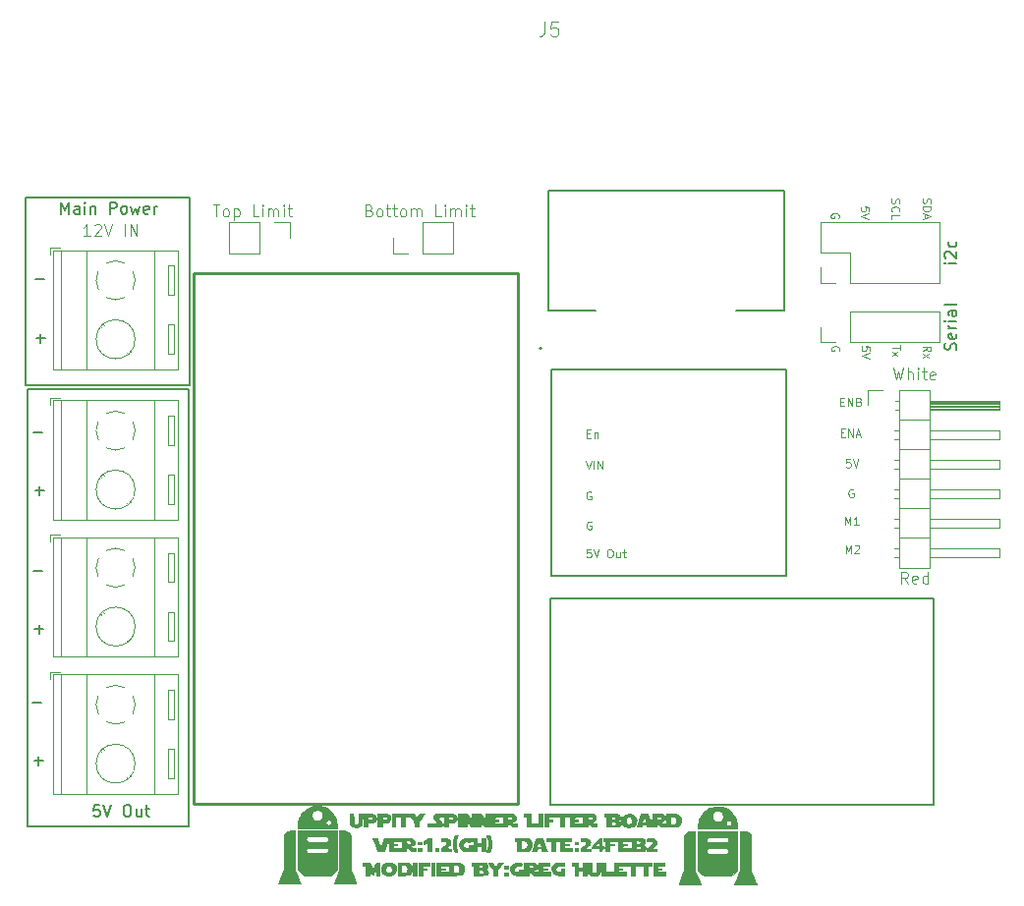
<source format=gbr>
%TF.GenerationSoftware,KiCad,Pcbnew,(6.0.0-0)*%
%TF.CreationDate,2022-03-11T16:39:33-05:00*%
%TF.ProjectId,Lifter-Board-Redone,4c696674-6572-42d4-926f-6172642d5265,rev?*%
%TF.SameCoordinates,Original*%
%TF.FileFunction,Legend,Top*%
%TF.FilePolarity,Positive*%
%FSLAX46Y46*%
G04 Gerber Fmt 4.6, Leading zero omitted, Abs format (unit mm)*
G04 Created by KiCad (PCBNEW (6.0.0-0)) date 2022-03-11 16:39:33*
%MOMM*%
%LPD*%
G01*
G04 APERTURE LIST*
%ADD10C,0.150000*%
%ADD11C,0.200000*%
%ADD12C,0.075000*%
%ADD13C,0.096520*%
%ADD14C,0.120000*%
%ADD15C,0.010000*%
%ADD16C,0.127000*%
%ADD17C,0.254000*%
G04 APERTURE END LIST*
D10*
X94350000Y-40570000D02*
X80220000Y-40570000D01*
X80220000Y-40570000D02*
X80220000Y-56710000D01*
X80220000Y-56710000D02*
X94350000Y-56710000D01*
X94350000Y-56710000D02*
X94350000Y-40570000D01*
X80410000Y-57060000D02*
X94320000Y-57060000D01*
X94320000Y-57060000D02*
X94320000Y-94790000D01*
X94320000Y-94790000D02*
X80410000Y-94790000D01*
X80410000Y-94790000D02*
X80410000Y-57060000D01*
D11*
X80979047Y-89101428D02*
X81740952Y-89101428D01*
X81360000Y-89482380D02*
X81360000Y-88720476D01*
X80859047Y-84057619D02*
X81620952Y-84057619D01*
D12*
X151296666Y-63116666D02*
X150963333Y-63116666D01*
X150930000Y-63450000D01*
X150963333Y-63416666D01*
X151030000Y-63383333D01*
X151196666Y-63383333D01*
X151263333Y-63416666D01*
X151296666Y-63450000D01*
X151330000Y-63516666D01*
X151330000Y-63683333D01*
X151296666Y-63750000D01*
X151263333Y-63783333D01*
X151196666Y-63816666D01*
X151030000Y-63816666D01*
X150963333Y-63783333D01*
X150930000Y-63750000D01*
X151530000Y-63116666D02*
X151763333Y-63816666D01*
X151996666Y-63116666D01*
D11*
X80909047Y-72707619D02*
X81670952Y-72707619D01*
D12*
X128970000Y-68510000D02*
X128903333Y-68476666D01*
X128803333Y-68476666D01*
X128703333Y-68510000D01*
X128636667Y-68576666D01*
X128603333Y-68643333D01*
X128570000Y-68776666D01*
X128570000Y-68876666D01*
X128603333Y-69010000D01*
X128636667Y-69076666D01*
X128703333Y-69143333D01*
X128803333Y-69176666D01*
X128870000Y-69176666D01*
X128970000Y-69143333D01*
X129003333Y-69110000D01*
X129003333Y-68876666D01*
X128870000Y-68876666D01*
X109854285Y-41678571D02*
X109997142Y-41726190D01*
X110044761Y-41773809D01*
X110092380Y-41869047D01*
X110092380Y-42011904D01*
X110044761Y-42107142D01*
X109997142Y-42154761D01*
X109901904Y-42202380D01*
X109520952Y-42202380D01*
X109520952Y-41202380D01*
X109854285Y-41202380D01*
X109949523Y-41250000D01*
X109997142Y-41297619D01*
X110044761Y-41392857D01*
X110044761Y-41488095D01*
X109997142Y-41583333D01*
X109949523Y-41630952D01*
X109854285Y-41678571D01*
X109520952Y-41678571D01*
X110663809Y-42202380D02*
X110568571Y-42154761D01*
X110520952Y-42107142D01*
X110473333Y-42011904D01*
X110473333Y-41726190D01*
X110520952Y-41630952D01*
X110568571Y-41583333D01*
X110663809Y-41535714D01*
X110806666Y-41535714D01*
X110901904Y-41583333D01*
X110949523Y-41630952D01*
X110997142Y-41726190D01*
X110997142Y-42011904D01*
X110949523Y-42107142D01*
X110901904Y-42154761D01*
X110806666Y-42202380D01*
X110663809Y-42202380D01*
X111282857Y-41535714D02*
X111663809Y-41535714D01*
X111425714Y-41202380D02*
X111425714Y-42059523D01*
X111473333Y-42154761D01*
X111568571Y-42202380D01*
X111663809Y-42202380D01*
X111854285Y-41535714D02*
X112235238Y-41535714D01*
X111997142Y-41202380D02*
X111997142Y-42059523D01*
X112044761Y-42154761D01*
X112140000Y-42202380D01*
X112235238Y-42202380D01*
X112711428Y-42202380D02*
X112616190Y-42154761D01*
X112568571Y-42107142D01*
X112520952Y-42011904D01*
X112520952Y-41726190D01*
X112568571Y-41630952D01*
X112616190Y-41583333D01*
X112711428Y-41535714D01*
X112854285Y-41535714D01*
X112949523Y-41583333D01*
X112997142Y-41630952D01*
X113044761Y-41726190D01*
X113044761Y-42011904D01*
X112997142Y-42107142D01*
X112949523Y-42154761D01*
X112854285Y-42202380D01*
X112711428Y-42202380D01*
X113473333Y-42202380D02*
X113473333Y-41535714D01*
X113473333Y-41630952D02*
X113520952Y-41583333D01*
X113616190Y-41535714D01*
X113759047Y-41535714D01*
X113854285Y-41583333D01*
X113901904Y-41678571D01*
X113901904Y-42202380D01*
X113901904Y-41678571D02*
X113949523Y-41583333D01*
X114044761Y-41535714D01*
X114187619Y-41535714D01*
X114282857Y-41583333D01*
X114330476Y-41678571D01*
X114330476Y-42202380D01*
X116044761Y-42202380D02*
X115568571Y-42202380D01*
X115568571Y-41202380D01*
X116378095Y-42202380D02*
X116378095Y-41535714D01*
X116378095Y-41202380D02*
X116330476Y-41250000D01*
X116378095Y-41297619D01*
X116425714Y-41250000D01*
X116378095Y-41202380D01*
X116378095Y-41297619D01*
X116854285Y-42202380D02*
X116854285Y-41535714D01*
X116854285Y-41630952D02*
X116901904Y-41583333D01*
X116997142Y-41535714D01*
X117140000Y-41535714D01*
X117235238Y-41583333D01*
X117282857Y-41678571D01*
X117282857Y-42202380D01*
X117282857Y-41678571D02*
X117330476Y-41583333D01*
X117425714Y-41535714D01*
X117568571Y-41535714D01*
X117663809Y-41583333D01*
X117711428Y-41678571D01*
X117711428Y-42202380D01*
X118187619Y-42202380D02*
X118187619Y-41535714D01*
X118187619Y-41202380D02*
X118140000Y-41250000D01*
X118187619Y-41297619D01*
X118235238Y-41250000D01*
X118187619Y-41202380D01*
X118187619Y-41297619D01*
X118520952Y-41535714D02*
X118901904Y-41535714D01*
X118663809Y-41202380D02*
X118663809Y-42059523D01*
X118711428Y-42154761D01*
X118806666Y-42202380D01*
X118901904Y-42202380D01*
X157556666Y-40650000D02*
X157523333Y-40750000D01*
X157523333Y-40916666D01*
X157556666Y-40983333D01*
X157590000Y-41016666D01*
X157656666Y-41050000D01*
X157723333Y-41050000D01*
X157790000Y-41016666D01*
X157823333Y-40983333D01*
X157856666Y-40916666D01*
X157890000Y-40783333D01*
X157923333Y-40716666D01*
X157956666Y-40683333D01*
X158023333Y-40650000D01*
X158090000Y-40650000D01*
X158156666Y-40683333D01*
X158190000Y-40716666D01*
X158223333Y-40783333D01*
X158223333Y-40950000D01*
X158190000Y-41050000D01*
X157523333Y-41350000D02*
X158223333Y-41350000D01*
X158223333Y-41516666D01*
X158190000Y-41616666D01*
X158123333Y-41683333D01*
X158056666Y-41716666D01*
X157923333Y-41750000D01*
X157823333Y-41750000D01*
X157690000Y-41716666D01*
X157623333Y-41683333D01*
X157556666Y-41616666D01*
X157523333Y-41516666D01*
X157523333Y-41350000D01*
X157723333Y-42016666D02*
X157723333Y-42350000D01*
X157523333Y-41950000D02*
X158223333Y-42183333D01*
X157523333Y-42416666D01*
X152953333Y-53736666D02*
X152953333Y-53403333D01*
X152620000Y-53370000D01*
X152653333Y-53403333D01*
X152686666Y-53470000D01*
X152686666Y-53636666D01*
X152653333Y-53703333D01*
X152620000Y-53736666D01*
X152553333Y-53770000D01*
X152386666Y-53770000D01*
X152320000Y-53736666D01*
X152286666Y-53703333D01*
X152253333Y-53636666D01*
X152253333Y-53470000D01*
X152286666Y-53403333D01*
X152320000Y-53370000D01*
X152953333Y-53970000D02*
X152253333Y-54203333D01*
X152953333Y-54436666D01*
X155583333Y-53303333D02*
X155583333Y-53703333D01*
X154883333Y-53503333D02*
X155583333Y-53503333D01*
X154883333Y-53870000D02*
X155350000Y-54236667D01*
X155350000Y-53870000D02*
X154883333Y-54236667D01*
X150843333Y-68796666D02*
X150843333Y-68096666D01*
X151076666Y-68596666D01*
X151310000Y-68096666D01*
X151310000Y-68796666D01*
X152010000Y-68796666D02*
X151610000Y-68796666D01*
X151810000Y-68796666D02*
X151810000Y-68096666D01*
X151743333Y-68196666D01*
X151676666Y-68263333D01*
X151610000Y-68296666D01*
X128503333Y-63256666D02*
X128736666Y-63956666D01*
X128970000Y-63256666D01*
X129203333Y-63956666D02*
X129203333Y-63256666D01*
X129536666Y-63956666D02*
X129536666Y-63256666D01*
X129936666Y-63956666D01*
X129936666Y-63256666D01*
D11*
X81029047Y-77751428D02*
X81790952Y-77751428D01*
X81410000Y-78132380D02*
X81410000Y-77370476D01*
D12*
X150453333Y-58150000D02*
X150686666Y-58150000D01*
X150786666Y-58516666D02*
X150453333Y-58516666D01*
X150453333Y-57816666D01*
X150786666Y-57816666D01*
X151086666Y-58516666D02*
X151086666Y-57816666D01*
X151486666Y-58516666D01*
X151486666Y-57816666D01*
X152053333Y-58150000D02*
X152153333Y-58183333D01*
X152186666Y-58216666D01*
X152220000Y-58283333D01*
X152220000Y-58383333D01*
X152186666Y-58450000D01*
X152153333Y-58483333D01*
X152086666Y-58516666D01*
X151820000Y-58516666D01*
X151820000Y-57816666D01*
X152053333Y-57816666D01*
X152120000Y-57850000D01*
X152153333Y-57883333D01*
X152186666Y-57950000D01*
X152186666Y-58016666D01*
X152153333Y-58083333D01*
X152120000Y-58116666D01*
X152053333Y-58150000D01*
X151820000Y-58150000D01*
X128603333Y-60910000D02*
X128836666Y-60910000D01*
X128936666Y-61276666D02*
X128603333Y-61276666D01*
X128603333Y-60576666D01*
X128936666Y-60576666D01*
X129236666Y-60810000D02*
X129236666Y-61276666D01*
X129236666Y-60876666D02*
X129270000Y-60843333D01*
X129336666Y-60810000D01*
X129436666Y-60810000D01*
X129503333Y-60843333D01*
X129536666Y-60910000D01*
X129536666Y-61276666D01*
D11*
X86626666Y-92902380D02*
X86150476Y-92902380D01*
X86102857Y-93378571D01*
X86150476Y-93330952D01*
X86245714Y-93283333D01*
X86483809Y-93283333D01*
X86579047Y-93330952D01*
X86626666Y-93378571D01*
X86674285Y-93473809D01*
X86674285Y-93711904D01*
X86626666Y-93807142D01*
X86579047Y-93854761D01*
X86483809Y-93902380D01*
X86245714Y-93902380D01*
X86150476Y-93854761D01*
X86102857Y-93807142D01*
X86960000Y-92902380D02*
X87293333Y-93902380D01*
X87626666Y-92902380D01*
X88912380Y-92902380D02*
X89102857Y-92902380D01*
X89198095Y-92950000D01*
X89293333Y-93045238D01*
X89340952Y-93235714D01*
X89340952Y-93569047D01*
X89293333Y-93759523D01*
X89198095Y-93854761D01*
X89102857Y-93902380D01*
X88912380Y-93902380D01*
X88817142Y-93854761D01*
X88721904Y-93759523D01*
X88674285Y-93569047D01*
X88674285Y-93235714D01*
X88721904Y-93045238D01*
X88817142Y-92950000D01*
X88912380Y-92902380D01*
X90198095Y-93235714D02*
X90198095Y-93902380D01*
X89769523Y-93235714D02*
X89769523Y-93759523D01*
X89817142Y-93854761D01*
X89912380Y-93902380D01*
X90055238Y-93902380D01*
X90150476Y-93854761D01*
X90198095Y-93807142D01*
X90531428Y-93235714D02*
X90912380Y-93235714D01*
X90674285Y-92902380D02*
X90674285Y-93759523D01*
X90721904Y-93854761D01*
X90817142Y-93902380D01*
X90912380Y-93902380D01*
D12*
X154876666Y-40683333D02*
X154843333Y-40783333D01*
X154843333Y-40950000D01*
X154876666Y-41016667D01*
X154910000Y-41050000D01*
X154976666Y-41083333D01*
X155043333Y-41083333D01*
X155110000Y-41050000D01*
X155143333Y-41016667D01*
X155176666Y-40950000D01*
X155210000Y-40816667D01*
X155243333Y-40750000D01*
X155276666Y-40716667D01*
X155343333Y-40683333D01*
X155410000Y-40683333D01*
X155476666Y-40716667D01*
X155510000Y-40750000D01*
X155543333Y-40816667D01*
X155543333Y-40983333D01*
X155510000Y-41083333D01*
X154910000Y-41783333D02*
X154876666Y-41750000D01*
X154843333Y-41650000D01*
X154843333Y-41583333D01*
X154876666Y-41483333D01*
X154943333Y-41416667D01*
X155010000Y-41383333D01*
X155143333Y-41350000D01*
X155243333Y-41350000D01*
X155376666Y-41383333D01*
X155443333Y-41416667D01*
X155510000Y-41483333D01*
X155543333Y-41583333D01*
X155543333Y-41650000D01*
X155510000Y-41750000D01*
X155476666Y-41783333D01*
X154843333Y-42416667D02*
X154843333Y-42083333D01*
X155543333Y-42083333D01*
X151543333Y-65720000D02*
X151476666Y-65686666D01*
X151376666Y-65686666D01*
X151276666Y-65720000D01*
X151210000Y-65786666D01*
X151176666Y-65853333D01*
X151143333Y-65986666D01*
X151143333Y-66086666D01*
X151176666Y-66220000D01*
X151210000Y-66286666D01*
X151276666Y-66353333D01*
X151376666Y-66386666D01*
X151443333Y-66386666D01*
X151543333Y-66353333D01*
X151576666Y-66320000D01*
X151576666Y-66086666D01*
X151443333Y-66086666D01*
X128963333Y-65930000D02*
X128896666Y-65896666D01*
X128796666Y-65896666D01*
X128696666Y-65930000D01*
X128630000Y-65996666D01*
X128596666Y-66063333D01*
X128563333Y-66196666D01*
X128563333Y-66296666D01*
X128596666Y-66430000D01*
X128630000Y-66496666D01*
X128696666Y-66563333D01*
X128796666Y-66596666D01*
X128863333Y-66596666D01*
X128963333Y-66563333D01*
X128996666Y-66530000D01*
X128996666Y-66296666D01*
X128863333Y-66296666D01*
X157563333Y-53803333D02*
X157896666Y-53570000D01*
X157563333Y-53403333D02*
X158263333Y-53403333D01*
X158263333Y-53670000D01*
X158230000Y-53736666D01*
X158196666Y-53770000D01*
X158130000Y-53803333D01*
X158030000Y-53803333D01*
X157963333Y-53770000D01*
X157930000Y-53736666D01*
X157896666Y-53670000D01*
X157896666Y-53403333D01*
X157563333Y-54036666D02*
X158030000Y-54403333D01*
X158030000Y-54036666D02*
X157563333Y-54403333D01*
X128936666Y-70866666D02*
X128603333Y-70866666D01*
X128570000Y-71200000D01*
X128603333Y-71166666D01*
X128670000Y-71133333D01*
X128836666Y-71133333D01*
X128903333Y-71166666D01*
X128936666Y-71200000D01*
X128970000Y-71266666D01*
X128970000Y-71433333D01*
X128936666Y-71500000D01*
X128903333Y-71533333D01*
X128836666Y-71566666D01*
X128670000Y-71566666D01*
X128603333Y-71533333D01*
X128570000Y-71500000D01*
X129170000Y-70866666D02*
X129403333Y-71566666D01*
X129636666Y-70866666D01*
X130536666Y-70866666D02*
X130670000Y-70866666D01*
X130736666Y-70900000D01*
X130803333Y-70966666D01*
X130836666Y-71100000D01*
X130836666Y-71333333D01*
X130803333Y-71466666D01*
X130736666Y-71533333D01*
X130670000Y-71566666D01*
X130536666Y-71566666D01*
X130470000Y-71533333D01*
X130403333Y-71466666D01*
X130370000Y-71333333D01*
X130370000Y-71100000D01*
X130403333Y-70966666D01*
X130470000Y-70900000D01*
X130536666Y-70866666D01*
X131436666Y-71100000D02*
X131436666Y-71566666D01*
X131136666Y-71100000D02*
X131136666Y-71466666D01*
X131170000Y-71533333D01*
X131236666Y-71566666D01*
X131336666Y-71566666D01*
X131403333Y-71533333D01*
X131436666Y-71500000D01*
X131670000Y-71100000D02*
X131936666Y-71100000D01*
X131770000Y-70866666D02*
X131770000Y-71466666D01*
X131803333Y-71533333D01*
X131870000Y-71566666D01*
X131936666Y-71566666D01*
X85798095Y-43872380D02*
X85226666Y-43872380D01*
X85512380Y-43872380D02*
X85512380Y-42872380D01*
X85417142Y-43015238D01*
X85321904Y-43110476D01*
X85226666Y-43158095D01*
X86179047Y-42967619D02*
X86226666Y-42920000D01*
X86321904Y-42872380D01*
X86560000Y-42872380D01*
X86655238Y-42920000D01*
X86702857Y-42967619D01*
X86750476Y-43062857D01*
X86750476Y-43158095D01*
X86702857Y-43300952D01*
X86131428Y-43872380D01*
X86750476Y-43872380D01*
X87036190Y-42872380D02*
X87369523Y-43872380D01*
X87702857Y-42872380D01*
X88798095Y-43872380D02*
X88798095Y-42872380D01*
X89274285Y-43872380D02*
X89274285Y-42872380D01*
X89845714Y-43872380D01*
X89845714Y-42872380D01*
X155006666Y-55252380D02*
X155244761Y-56252380D01*
X155435238Y-55538095D01*
X155625714Y-56252380D01*
X155863809Y-55252380D01*
X156244761Y-56252380D02*
X156244761Y-55252380D01*
X156673333Y-56252380D02*
X156673333Y-55728571D01*
X156625714Y-55633333D01*
X156530476Y-55585714D01*
X156387619Y-55585714D01*
X156292380Y-55633333D01*
X156244761Y-55680952D01*
X157149523Y-56252380D02*
X157149523Y-55585714D01*
X157149523Y-55252380D02*
X157101904Y-55300000D01*
X157149523Y-55347619D01*
X157197142Y-55300000D01*
X157149523Y-55252380D01*
X157149523Y-55347619D01*
X157482857Y-55585714D02*
X157863809Y-55585714D01*
X157625714Y-55252380D02*
X157625714Y-56109523D01*
X157673333Y-56204761D01*
X157768571Y-56252380D01*
X157863809Y-56252380D01*
X158578095Y-56204761D02*
X158482857Y-56252380D01*
X158292380Y-56252380D01*
X158197142Y-56204761D01*
X158149523Y-56109523D01*
X158149523Y-55728571D01*
X158197142Y-55633333D01*
X158292380Y-55585714D01*
X158482857Y-55585714D01*
X158578095Y-55633333D01*
X158625714Y-55728571D01*
X158625714Y-55823809D01*
X158149523Y-55919047D01*
D11*
X81069047Y-65821428D02*
X81830952Y-65821428D01*
X81450000Y-66202380D02*
X81450000Y-65440476D01*
D12*
X150330000Y-53770000D02*
X150363333Y-53703333D01*
X150363333Y-53603333D01*
X150330000Y-53503333D01*
X150263333Y-53436667D01*
X150196666Y-53403333D01*
X150063333Y-53370000D01*
X149963333Y-53370000D01*
X149830000Y-53403333D01*
X149763333Y-53436667D01*
X149696666Y-53503333D01*
X149663333Y-53603333D01*
X149663333Y-53670000D01*
X149696666Y-53770000D01*
X149730000Y-53803333D01*
X149963333Y-53803333D01*
X149963333Y-53670000D01*
X156268571Y-73822380D02*
X155935238Y-73346190D01*
X155697142Y-73822380D02*
X155697142Y-72822380D01*
X156078095Y-72822380D01*
X156173333Y-72870000D01*
X156220952Y-72917619D01*
X156268571Y-73012857D01*
X156268571Y-73155714D01*
X156220952Y-73250952D01*
X156173333Y-73298571D01*
X156078095Y-73346190D01*
X155697142Y-73346190D01*
X157078095Y-73774761D02*
X156982857Y-73822380D01*
X156792380Y-73822380D01*
X156697142Y-73774761D01*
X156649523Y-73679523D01*
X156649523Y-73298571D01*
X156697142Y-73203333D01*
X156792380Y-73155714D01*
X156982857Y-73155714D01*
X157078095Y-73203333D01*
X157125714Y-73298571D01*
X157125714Y-73393809D01*
X156649523Y-73489047D01*
X157982857Y-73822380D02*
X157982857Y-72822380D01*
X157982857Y-73774761D02*
X157887619Y-73822380D01*
X157697142Y-73822380D01*
X157601904Y-73774761D01*
X157554285Y-73727142D01*
X157506666Y-73631904D01*
X157506666Y-73346190D01*
X157554285Y-73250952D01*
X157601904Y-73203333D01*
X157697142Y-73155714D01*
X157887619Y-73155714D01*
X157982857Y-73203333D01*
D11*
X81169047Y-52681428D02*
X81930952Y-52681428D01*
X81550000Y-53062380D02*
X81550000Y-52300476D01*
X81049047Y-47637619D02*
X81810952Y-47637619D01*
X83318571Y-41972380D02*
X83318571Y-40972380D01*
X83651904Y-41686666D01*
X83985238Y-40972380D01*
X83985238Y-41972380D01*
X84890000Y-41972380D02*
X84890000Y-41448571D01*
X84842380Y-41353333D01*
X84747142Y-41305714D01*
X84556666Y-41305714D01*
X84461428Y-41353333D01*
X84890000Y-41924761D02*
X84794761Y-41972380D01*
X84556666Y-41972380D01*
X84461428Y-41924761D01*
X84413809Y-41829523D01*
X84413809Y-41734285D01*
X84461428Y-41639047D01*
X84556666Y-41591428D01*
X84794761Y-41591428D01*
X84890000Y-41543809D01*
X85366190Y-41972380D02*
X85366190Y-41305714D01*
X85366190Y-40972380D02*
X85318571Y-41020000D01*
X85366190Y-41067619D01*
X85413809Y-41020000D01*
X85366190Y-40972380D01*
X85366190Y-41067619D01*
X85842380Y-41305714D02*
X85842380Y-41972380D01*
X85842380Y-41400952D02*
X85890000Y-41353333D01*
X85985238Y-41305714D01*
X86128095Y-41305714D01*
X86223333Y-41353333D01*
X86270952Y-41448571D01*
X86270952Y-41972380D01*
X87509047Y-41972380D02*
X87509047Y-40972380D01*
X87890000Y-40972380D01*
X87985238Y-41020000D01*
X88032857Y-41067619D01*
X88080476Y-41162857D01*
X88080476Y-41305714D01*
X88032857Y-41400952D01*
X87985238Y-41448571D01*
X87890000Y-41496190D01*
X87509047Y-41496190D01*
X88651904Y-41972380D02*
X88556666Y-41924761D01*
X88509047Y-41877142D01*
X88461428Y-41781904D01*
X88461428Y-41496190D01*
X88509047Y-41400952D01*
X88556666Y-41353333D01*
X88651904Y-41305714D01*
X88794761Y-41305714D01*
X88890000Y-41353333D01*
X88937619Y-41400952D01*
X88985238Y-41496190D01*
X88985238Y-41781904D01*
X88937619Y-41877142D01*
X88890000Y-41924761D01*
X88794761Y-41972380D01*
X88651904Y-41972380D01*
X89318571Y-41305714D02*
X89509047Y-41972380D01*
X89699523Y-41496190D01*
X89890000Y-41972380D01*
X90080476Y-41305714D01*
X90842380Y-41924761D02*
X90747142Y-41972380D01*
X90556666Y-41972380D01*
X90461428Y-41924761D01*
X90413809Y-41829523D01*
X90413809Y-41448571D01*
X90461428Y-41353333D01*
X90556666Y-41305714D01*
X90747142Y-41305714D01*
X90842380Y-41353333D01*
X90890000Y-41448571D01*
X90890000Y-41543809D01*
X90413809Y-41639047D01*
X91318571Y-41972380D02*
X91318571Y-41305714D01*
X91318571Y-41496190D02*
X91366190Y-41400952D01*
X91413809Y-41353333D01*
X91509047Y-41305714D01*
X91604285Y-41305714D01*
X80949047Y-60777619D02*
X81710952Y-60777619D01*
D12*
X150903333Y-71206666D02*
X150903333Y-70506666D01*
X151136666Y-71006666D01*
X151370000Y-70506666D01*
X151370000Y-71206666D01*
X151670000Y-70573333D02*
X151703333Y-70540000D01*
X151770000Y-70506666D01*
X151936666Y-70506666D01*
X152003333Y-70540000D01*
X152036666Y-70573333D01*
X152070000Y-70640000D01*
X152070000Y-70706666D01*
X152036666Y-70806666D01*
X151636666Y-71206666D01*
X152070000Y-71206666D01*
X150483333Y-60820000D02*
X150716666Y-60820000D01*
X150816666Y-61186666D02*
X150483333Y-61186666D01*
X150483333Y-60486666D01*
X150816666Y-60486666D01*
X151116666Y-61186666D02*
X151116666Y-60486666D01*
X151516666Y-61186666D01*
X151516666Y-60486666D01*
X151816666Y-60986666D02*
X152150000Y-60986666D01*
X151750000Y-61186666D02*
X151983333Y-60486666D01*
X152216666Y-61186666D01*
X96385238Y-41202380D02*
X96956666Y-41202380D01*
X96670952Y-42202380D02*
X96670952Y-41202380D01*
X97432857Y-42202380D02*
X97337619Y-42154761D01*
X97290000Y-42107142D01*
X97242380Y-42011904D01*
X97242380Y-41726190D01*
X97290000Y-41630952D01*
X97337619Y-41583333D01*
X97432857Y-41535714D01*
X97575714Y-41535714D01*
X97670952Y-41583333D01*
X97718571Y-41630952D01*
X97766190Y-41726190D01*
X97766190Y-42011904D01*
X97718571Y-42107142D01*
X97670952Y-42154761D01*
X97575714Y-42202380D01*
X97432857Y-42202380D01*
X98194761Y-41535714D02*
X98194761Y-42535714D01*
X98194761Y-41583333D02*
X98290000Y-41535714D01*
X98480476Y-41535714D01*
X98575714Y-41583333D01*
X98623333Y-41630952D01*
X98670952Y-41726190D01*
X98670952Y-42011904D01*
X98623333Y-42107142D01*
X98575714Y-42154761D01*
X98480476Y-42202380D01*
X98290000Y-42202380D01*
X98194761Y-42154761D01*
X100337619Y-42202380D02*
X99861428Y-42202380D01*
X99861428Y-41202380D01*
X100670952Y-42202380D02*
X100670952Y-41535714D01*
X100670952Y-41202380D02*
X100623333Y-41250000D01*
X100670952Y-41297619D01*
X100718571Y-41250000D01*
X100670952Y-41202380D01*
X100670952Y-41297619D01*
X101147142Y-42202380D02*
X101147142Y-41535714D01*
X101147142Y-41630952D02*
X101194761Y-41583333D01*
X101290000Y-41535714D01*
X101432857Y-41535714D01*
X101528095Y-41583333D01*
X101575714Y-41678571D01*
X101575714Y-42202380D01*
X101575714Y-41678571D02*
X101623333Y-41583333D01*
X101718571Y-41535714D01*
X101861428Y-41535714D01*
X101956666Y-41583333D01*
X102004285Y-41678571D01*
X102004285Y-42202380D01*
X102480476Y-42202380D02*
X102480476Y-41535714D01*
X102480476Y-41202380D02*
X102432857Y-41250000D01*
X102480476Y-41297619D01*
X102528095Y-41250000D01*
X102480476Y-41202380D01*
X102480476Y-41297619D01*
X102813809Y-41535714D02*
X103194761Y-41535714D01*
X102956666Y-41202380D02*
X102956666Y-42059523D01*
X103004285Y-42154761D01*
X103099523Y-42202380D01*
X103194761Y-42202380D01*
X150290000Y-42316667D02*
X150323333Y-42250000D01*
X150323333Y-42150000D01*
X150290000Y-42050000D01*
X150223333Y-41983334D01*
X150156666Y-41950000D01*
X150023333Y-41916667D01*
X149923333Y-41916667D01*
X149790000Y-41950000D01*
X149723333Y-41983334D01*
X149656666Y-42050000D01*
X149623333Y-42150000D01*
X149623333Y-42216667D01*
X149656666Y-42316667D01*
X149690000Y-42350000D01*
X149923333Y-42350000D01*
X149923333Y-42216667D01*
X152913333Y-41716666D02*
X152913333Y-41383333D01*
X152580000Y-41350000D01*
X152613333Y-41383333D01*
X152646666Y-41450000D01*
X152646666Y-41616666D01*
X152613333Y-41683333D01*
X152580000Y-41716666D01*
X152513333Y-41750000D01*
X152346666Y-41750000D01*
X152280000Y-41716666D01*
X152246666Y-41683333D01*
X152213333Y-41616666D01*
X152213333Y-41450000D01*
X152246666Y-41383333D01*
X152280000Y-41350000D01*
X152913333Y-41950000D02*
X152213333Y-42183333D01*
X152913333Y-42416666D01*
D10*
%TO.C,J9*%
X160384761Y-53696190D02*
X160432380Y-53553333D01*
X160432380Y-53315238D01*
X160384761Y-53220000D01*
X160337142Y-53172380D01*
X160241904Y-53124761D01*
X160146666Y-53124761D01*
X160051428Y-53172380D01*
X160003809Y-53220000D01*
X159956190Y-53315238D01*
X159908571Y-53505714D01*
X159860952Y-53600952D01*
X159813333Y-53648571D01*
X159718095Y-53696190D01*
X159622857Y-53696190D01*
X159527619Y-53648571D01*
X159480000Y-53600952D01*
X159432380Y-53505714D01*
X159432380Y-53267619D01*
X159480000Y-53124761D01*
X160384761Y-52315238D02*
X160432380Y-52410476D01*
X160432380Y-52600952D01*
X160384761Y-52696190D01*
X160289523Y-52743809D01*
X159908571Y-52743809D01*
X159813333Y-52696190D01*
X159765714Y-52600952D01*
X159765714Y-52410476D01*
X159813333Y-52315238D01*
X159908571Y-52267619D01*
X160003809Y-52267619D01*
X160099047Y-52743809D01*
X160432380Y-51839047D02*
X159765714Y-51839047D01*
X159956190Y-51839047D02*
X159860952Y-51791428D01*
X159813333Y-51743809D01*
X159765714Y-51648571D01*
X159765714Y-51553333D01*
X160432380Y-51220000D02*
X159765714Y-51220000D01*
X159432380Y-51220000D02*
X159480000Y-51267619D01*
X159527619Y-51220000D01*
X159480000Y-51172380D01*
X159432380Y-51220000D01*
X159527619Y-51220000D01*
X160432380Y-50315238D02*
X159908571Y-50315238D01*
X159813333Y-50362857D01*
X159765714Y-50458095D01*
X159765714Y-50648571D01*
X159813333Y-50743809D01*
X160384761Y-50315238D02*
X160432380Y-50410476D01*
X160432380Y-50648571D01*
X160384761Y-50743809D01*
X160289523Y-50791428D01*
X160194285Y-50791428D01*
X160099047Y-50743809D01*
X160051428Y-50648571D01*
X160051428Y-50410476D01*
X160003809Y-50315238D01*
X160432380Y-49696190D02*
X160384761Y-49791428D01*
X160289523Y-49839047D01*
X159432380Y-49839047D01*
%TO.C,J6*%
X160432380Y-46209761D02*
X159765714Y-46209761D01*
X159432380Y-46209761D02*
X159480000Y-46257380D01*
X159527619Y-46209761D01*
X159480000Y-46162142D01*
X159432380Y-46209761D01*
X159527619Y-46209761D01*
X159527619Y-45781190D02*
X159480000Y-45733571D01*
X159432380Y-45638333D01*
X159432380Y-45400238D01*
X159480000Y-45305000D01*
X159527619Y-45257380D01*
X159622857Y-45209761D01*
X159718095Y-45209761D01*
X159860952Y-45257380D01*
X160432380Y-45828809D01*
X160432380Y-45209761D01*
X160384761Y-44352619D02*
X160432380Y-44447857D01*
X160432380Y-44638333D01*
X160384761Y-44733571D01*
X160337142Y-44781190D01*
X160241904Y-44828809D01*
X159956190Y-44828809D01*
X159860952Y-44781190D01*
X159813333Y-44733571D01*
X159765714Y-44638333D01*
X159765714Y-44447857D01*
X159813333Y-44352619D01*
D13*
%TO.C,J5*%
X124947964Y-25449547D02*
X124947964Y-26311333D01*
X124890511Y-26483690D01*
X124775607Y-26598595D01*
X124603249Y-26656047D01*
X124488345Y-26656047D01*
X126097011Y-25449547D02*
X125522488Y-25449547D01*
X125465035Y-26024071D01*
X125522488Y-25966619D01*
X125637392Y-25909166D01*
X125924654Y-25909166D01*
X126039559Y-25966619D01*
X126097011Y-26024071D01*
X126154464Y-26138976D01*
X126154464Y-26426238D01*
X126097011Y-26541142D01*
X126039559Y-26598595D01*
X125924654Y-26656047D01*
X125637392Y-26656047D01*
X125522488Y-26598595D01*
X125465035Y-26541142D01*
D14*
%TO.C,J2*%
X89275000Y-66800000D02*
X89216000Y-66741000D01*
X87024000Y-64550000D02*
X86931000Y-64456000D01*
X92550000Y-59400000D02*
X92550000Y-61900000D01*
X89069000Y-67005000D02*
X88976000Y-66911000D01*
X83240000Y-57810000D02*
X82400000Y-57810000D01*
X85500000Y-58050000D02*
X85500000Y-68330000D01*
X92550000Y-64480000D02*
X92550000Y-66980000D01*
X93050000Y-59400000D02*
X93050000Y-61900000D01*
X86784000Y-64720000D02*
X86726000Y-64661000D01*
X83300000Y-58050000D02*
X83300000Y-68330000D01*
X93360000Y-68330000D02*
X82640000Y-68330000D01*
X82400000Y-57810000D02*
X82400000Y-58410000D01*
X93360000Y-58050000D02*
X93360000Y-68330000D01*
X93050000Y-66980000D02*
X92550000Y-66980000D01*
X93050000Y-61900000D02*
X92550000Y-61900000D01*
X93360000Y-58050000D02*
X82640000Y-58050000D01*
X93050000Y-64480000D02*
X92550000Y-64480000D01*
X91300000Y-58050000D02*
X91300000Y-68330000D01*
X93050000Y-59400000D02*
X92550000Y-59400000D01*
X82640000Y-58050000D02*
X82640000Y-68330000D01*
X93050000Y-64480000D02*
X93050000Y-66980000D01*
X89484000Y-61439000D02*
G75*
G03*
X89483953Y-59860911I-1483995J789000D01*
G01*
X86516000Y-59861000D02*
G75*
G03*
X86319550Y-60679383I1483995J-788998D01*
G01*
X88789000Y-59166000D02*
G75*
G03*
X87210911Y-59166047I-789000J-1483995D01*
G01*
X87211000Y-62134000D02*
G75*
G03*
X88789089Y-62133953I789000J1483995D01*
G01*
X86320000Y-60650000D02*
G75*
G03*
X86516648Y-61438712I1679991J-2D01*
G01*
X89680000Y-65730000D02*
G75*
G03*
X89680000Y-65730000I-1680000J0D01*
G01*
D15*
%TO.C,G\u002A\u002A\u002A*%
X140119628Y-93050636D02*
X140315224Y-93094139D01*
X140315224Y-93094139D02*
X140504005Y-93160580D01*
X140504005Y-93160580D02*
X140683713Y-93248692D01*
X140683713Y-93248692D02*
X140852093Y-93357209D01*
X140852093Y-93357209D02*
X141006887Y-93484864D01*
X141006887Y-93484864D02*
X141145840Y-93630391D01*
X141145840Y-93630391D02*
X141266694Y-93792524D01*
X141266694Y-93792524D02*
X141362921Y-93961250D01*
X141362921Y-93961250D02*
X141418251Y-94082920D01*
X141418251Y-94082920D02*
X141461546Y-94200964D01*
X141461546Y-94200964D02*
X141494217Y-94321508D01*
X141494217Y-94321508D02*
X141517674Y-94450675D01*
X141517674Y-94450675D02*
X141533329Y-94594592D01*
X141533329Y-94594592D02*
X141541738Y-94737475D01*
X141541738Y-94737475D02*
X141550475Y-94949401D01*
X141550475Y-94949401D02*
X138173577Y-94949401D01*
X138173577Y-94949401D02*
X138181078Y-94718796D01*
X138181078Y-94718796D02*
X138185178Y-94628412D01*
X138185178Y-94628412D02*
X138191238Y-94541346D01*
X138191238Y-94541346D02*
X138198653Y-94464517D01*
X138198653Y-94464517D02*
X138201907Y-94440729D01*
X138201907Y-94440729D02*
X140586807Y-94440729D01*
X140586807Y-94440729D02*
X140588091Y-94507777D01*
X140588091Y-94507777D02*
X140607944Y-94572198D01*
X140607944Y-94572198D02*
X140646756Y-94629286D01*
X140646756Y-94629286D02*
X140704920Y-94674338D01*
X140704920Y-94674338D02*
X140722585Y-94683194D01*
X140722585Y-94683194D02*
X140796534Y-94705423D01*
X140796534Y-94705423D02*
X140867926Y-94702085D01*
X140867926Y-94702085D02*
X140927315Y-94680749D01*
X140927315Y-94680749D02*
X140983191Y-94640095D01*
X140983191Y-94640095D02*
X141024101Y-94583205D01*
X141024101Y-94583205D02*
X141048226Y-94516548D01*
X141048226Y-94516548D02*
X141053745Y-94446595D01*
X141053745Y-94446595D02*
X141038838Y-94379816D01*
X141038838Y-94379816D02*
X141021266Y-94346775D01*
X141021266Y-94346775D02*
X140967074Y-94287226D01*
X140967074Y-94287226D02*
X140901194Y-94248621D01*
X140901194Y-94248621D02*
X140828421Y-94232910D01*
X140828421Y-94232910D02*
X140759501Y-94240351D01*
X140759501Y-94240351D02*
X140690437Y-94270865D01*
X140690437Y-94270865D02*
X140638372Y-94317569D01*
X140638372Y-94317569D02*
X140603698Y-94375759D01*
X140603698Y-94375759D02*
X140586807Y-94440729D01*
X140586807Y-94440729D02*
X138201907Y-94440729D01*
X138201907Y-94440729D02*
X138206816Y-94404845D01*
X138206816Y-94404845D02*
X138210027Y-94387927D01*
X138210027Y-94387927D02*
X138265931Y-94181655D01*
X138265931Y-94181655D02*
X138342459Y-93991484D01*
X138342459Y-93991484D02*
X138412334Y-93866235D01*
X138412334Y-93866235D02*
X139387315Y-93866235D01*
X139387315Y-93866235D02*
X139388549Y-93927282D01*
X139388549Y-93927282D02*
X139393789Y-93972499D01*
X139393789Y-93972499D02*
X139405306Y-94012739D01*
X139405306Y-94012739D02*
X139425369Y-94058852D01*
X139425369Y-94058852D02*
X139429323Y-94067085D01*
X139429323Y-94067085D02*
X139490937Y-94167945D01*
X139490937Y-94167945D02*
X139567037Y-94246606D01*
X139567037Y-94246606D02*
X139656689Y-94302500D01*
X139656689Y-94302500D02*
X139758958Y-94335061D01*
X139758958Y-94335061D02*
X139872911Y-94343724D01*
X139872911Y-94343724D02*
X139884865Y-94343256D01*
X139884865Y-94343256D02*
X139954645Y-94336035D01*
X139954645Y-94336035D02*
X140014729Y-94319386D01*
X140014729Y-94319386D02*
X140067809Y-94295973D01*
X140067809Y-94295973D02*
X140164229Y-94234737D01*
X140164229Y-94234737D02*
X140240154Y-94156879D01*
X140240154Y-94156879D02*
X140294485Y-94064184D01*
X140294485Y-94064184D02*
X140326121Y-93958434D01*
X140326121Y-93958434D02*
X140334356Y-93863899D01*
X140334356Y-93863899D02*
X140333079Y-93808279D01*
X140333079Y-93808279D02*
X140327230Y-93765374D01*
X140327230Y-93765374D02*
X140314079Y-93723959D01*
X140314079Y-93723959D02*
X140290893Y-93672807D01*
X140290893Y-93672807D02*
X140284865Y-93660529D01*
X140284865Y-93660529D02*
X140237102Y-93579684D01*
X140237102Y-93579684D02*
X140179730Y-93515677D01*
X140179730Y-93515677D02*
X140105847Y-93461575D01*
X140105847Y-93461575D02*
X140062400Y-93437039D01*
X140062400Y-93437039D02*
X140030943Y-93422284D01*
X140030943Y-93422284D02*
X139999372Y-93412902D01*
X139999372Y-93412902D02*
X139960360Y-93407736D01*
X139960360Y-93407736D02*
X139906577Y-93405628D01*
X139906577Y-93405628D02*
X139861873Y-93405348D01*
X139861873Y-93405348D02*
X139791971Y-93406390D01*
X139791971Y-93406390D02*
X139741360Y-93410207D01*
X139741360Y-93410207D02*
X139702650Y-93417841D01*
X139702650Y-93417841D02*
X139668452Y-93430332D01*
X139668452Y-93430332D02*
X139661347Y-93433578D01*
X139661347Y-93433578D02*
X139571385Y-93489838D01*
X139571385Y-93489838D02*
X139493684Y-93566520D01*
X139493684Y-93566520D02*
X139433691Y-93658190D01*
X139433691Y-93658190D02*
X139431254Y-93663071D01*
X139431254Y-93663071D02*
X139408881Y-93711559D01*
X139408881Y-93711559D02*
X139395673Y-93751571D01*
X139395673Y-93751571D02*
X139389285Y-93793952D01*
X139389285Y-93793952D02*
X139387370Y-93849550D01*
X139387370Y-93849550D02*
X139387315Y-93866235D01*
X139387315Y-93866235D02*
X138412334Y-93866235D01*
X138412334Y-93866235D02*
X138440883Y-93815063D01*
X138440883Y-93815063D02*
X138562473Y-93650046D01*
X138562473Y-93650046D02*
X138677524Y-93524420D01*
X138677524Y-93524420D02*
X138835212Y-93382927D01*
X138835212Y-93382927D02*
X139001010Y-93266355D01*
X139001010Y-93266355D02*
X139176731Y-93173856D01*
X139176731Y-93173856D02*
X139364187Y-93104580D01*
X139364187Y-93104580D02*
X139565190Y-93057680D01*
X139565190Y-93057680D02*
X139717014Y-93037508D01*
X139717014Y-93037508D02*
X139919472Y-93031337D01*
X139919472Y-93031337D02*
X140119628Y-93050636D01*
X140119628Y-93050636D02*
X140119628Y-93050636D01*
G36*
X138210027Y-94387927D02*
G01*
X138265931Y-94181655D01*
X138342459Y-93991484D01*
X138412334Y-93866235D01*
X139387315Y-93866235D01*
X139388549Y-93927282D01*
X139393789Y-93972499D01*
X139405306Y-94012739D01*
X139425369Y-94058852D01*
X139429323Y-94067085D01*
X139490937Y-94167945D01*
X139567037Y-94246606D01*
X139656689Y-94302500D01*
X139758958Y-94335061D01*
X139872911Y-94343724D01*
X139884865Y-94343256D01*
X139954645Y-94336035D01*
X140014729Y-94319386D01*
X140067809Y-94295973D01*
X140164229Y-94234737D01*
X140240154Y-94156879D01*
X140294485Y-94064184D01*
X140326121Y-93958434D01*
X140334356Y-93863899D01*
X140333079Y-93808279D01*
X140327230Y-93765374D01*
X140314079Y-93723959D01*
X140290893Y-93672807D01*
X140284865Y-93660529D01*
X140237102Y-93579684D01*
X140179730Y-93515677D01*
X140105847Y-93461575D01*
X140062400Y-93437039D01*
X140030943Y-93422284D01*
X139999372Y-93412902D01*
X139960360Y-93407736D01*
X139906577Y-93405628D01*
X139861873Y-93405348D01*
X139791971Y-93406390D01*
X139741360Y-93410207D01*
X139702650Y-93417841D01*
X139668452Y-93430332D01*
X139661347Y-93433578D01*
X139571385Y-93489838D01*
X139493684Y-93566520D01*
X139433691Y-93658190D01*
X139431254Y-93663071D01*
X139408881Y-93711559D01*
X139395673Y-93751571D01*
X139389285Y-93793952D01*
X139387370Y-93849550D01*
X139387315Y-93866235D01*
X138412334Y-93866235D01*
X138440883Y-93815063D01*
X138562473Y-93650046D01*
X138677524Y-93524420D01*
X138835212Y-93382927D01*
X139001010Y-93266355D01*
X139176731Y-93173856D01*
X139364187Y-93104580D01*
X139565190Y-93057680D01*
X139717014Y-93037508D01*
X139919472Y-93031337D01*
X140119628Y-93050636D01*
X140315224Y-93094139D01*
X140504005Y-93160580D01*
X140683713Y-93248692D01*
X140852093Y-93357209D01*
X141006887Y-93484864D01*
X141145840Y-93630391D01*
X141266694Y-93792524D01*
X141362921Y-93961250D01*
X141418251Y-94082920D01*
X141461546Y-94200964D01*
X141494217Y-94321508D01*
X141517674Y-94450675D01*
X141533329Y-94594592D01*
X141541738Y-94737475D01*
X141550475Y-94949401D01*
X138173577Y-94949401D01*
X138181078Y-94718796D01*
X138185178Y-94628412D01*
X138191238Y-94541346D01*
X138198653Y-94464517D01*
X138201907Y-94440729D01*
X140586807Y-94440729D01*
X140588091Y-94507777D01*
X140607944Y-94572198D01*
X140646756Y-94629286D01*
X140704920Y-94674338D01*
X140722585Y-94683194D01*
X140796534Y-94705423D01*
X140867926Y-94702085D01*
X140927315Y-94680749D01*
X140983191Y-94640095D01*
X141024101Y-94583205D01*
X141048226Y-94516548D01*
X141053745Y-94446595D01*
X141038838Y-94379816D01*
X141021266Y-94346775D01*
X140967074Y-94287226D01*
X140901194Y-94248621D01*
X140828421Y-94232910D01*
X140759501Y-94240351D01*
X140690437Y-94270865D01*
X140638372Y-94317569D01*
X140603698Y-94375759D01*
X140586807Y-94440729D01*
X138201907Y-94440729D01*
X138206816Y-94404845D01*
X138210027Y-94387927D01*
G37*
X138210027Y-94387927D02*
X138265931Y-94181655D01*
X138342459Y-93991484D01*
X138412334Y-93866235D01*
X139387315Y-93866235D01*
X139388549Y-93927282D01*
X139393789Y-93972499D01*
X139405306Y-94012739D01*
X139425369Y-94058852D01*
X139429323Y-94067085D01*
X139490937Y-94167945D01*
X139567037Y-94246606D01*
X139656689Y-94302500D01*
X139758958Y-94335061D01*
X139872911Y-94343724D01*
X139884865Y-94343256D01*
X139954645Y-94336035D01*
X140014729Y-94319386D01*
X140067809Y-94295973D01*
X140164229Y-94234737D01*
X140240154Y-94156879D01*
X140294485Y-94064184D01*
X140326121Y-93958434D01*
X140334356Y-93863899D01*
X140333079Y-93808279D01*
X140327230Y-93765374D01*
X140314079Y-93723959D01*
X140290893Y-93672807D01*
X140284865Y-93660529D01*
X140237102Y-93579684D01*
X140179730Y-93515677D01*
X140105847Y-93461575D01*
X140062400Y-93437039D01*
X140030943Y-93422284D01*
X139999372Y-93412902D01*
X139960360Y-93407736D01*
X139906577Y-93405628D01*
X139861873Y-93405348D01*
X139791971Y-93406390D01*
X139741360Y-93410207D01*
X139702650Y-93417841D01*
X139668452Y-93430332D01*
X139661347Y-93433578D01*
X139571385Y-93489838D01*
X139493684Y-93566520D01*
X139433691Y-93658190D01*
X139431254Y-93663071D01*
X139408881Y-93711559D01*
X139395673Y-93751571D01*
X139389285Y-93793952D01*
X139387370Y-93849550D01*
X139387315Y-93866235D01*
X138412334Y-93866235D01*
X138440883Y-93815063D01*
X138562473Y-93650046D01*
X138677524Y-93524420D01*
X138835212Y-93382927D01*
X139001010Y-93266355D01*
X139176731Y-93173856D01*
X139364187Y-93104580D01*
X139565190Y-93057680D01*
X139717014Y-93037508D01*
X139919472Y-93031337D01*
X140119628Y-93050636D01*
X140315224Y-93094139D01*
X140504005Y-93160580D01*
X140683713Y-93248692D01*
X140852093Y-93357209D01*
X141006887Y-93484864D01*
X141145840Y-93630391D01*
X141266694Y-93792524D01*
X141362921Y-93961250D01*
X141418251Y-94082920D01*
X141461546Y-94200964D01*
X141494217Y-94321508D01*
X141517674Y-94450675D01*
X141533329Y-94594592D01*
X141541738Y-94737475D01*
X141550475Y-94949401D01*
X138173577Y-94949401D01*
X138181078Y-94718796D01*
X138185178Y-94628412D01*
X138191238Y-94541346D01*
X138198653Y-94464517D01*
X138201907Y-94440729D01*
X140586807Y-94440729D01*
X140588091Y-94507777D01*
X140607944Y-94572198D01*
X140646756Y-94629286D01*
X140704920Y-94674338D01*
X140722585Y-94683194D01*
X140796534Y-94705423D01*
X140867926Y-94702085D01*
X140927315Y-94680749D01*
X140983191Y-94640095D01*
X141024101Y-94583205D01*
X141048226Y-94516548D01*
X141053745Y-94446595D01*
X141038838Y-94379816D01*
X141021266Y-94346775D01*
X140967074Y-94287226D01*
X140901194Y-94248621D01*
X140828421Y-94232910D01*
X140759501Y-94240351D01*
X140690437Y-94270865D01*
X140638372Y-94317569D01*
X140603698Y-94375759D01*
X140586807Y-94440729D01*
X138201907Y-94440729D01*
X138206816Y-94404845D01*
X138210027Y-94387927D01*
X142077689Y-95192471D02*
X142175791Y-95193938D01*
X142175791Y-95193938D02*
X142251236Y-95195532D01*
X142251236Y-95195532D02*
X142308104Y-95197680D01*
X142308104Y-95197680D02*
X142350472Y-95200811D01*
X142350472Y-95200811D02*
X142382421Y-95205354D01*
X142382421Y-95205354D02*
X142408028Y-95211738D01*
X142408028Y-95211738D02*
X142431372Y-95220389D01*
X142431372Y-95220389D02*
X142456532Y-95231737D01*
X142456532Y-95231737D02*
X142457974Y-95232413D01*
X142457974Y-95232413D02*
X142544673Y-95286251D01*
X142544673Y-95286251D02*
X142621633Y-95359286D01*
X142621633Y-95359286D02*
X142681416Y-95444078D01*
X142681416Y-95444078D02*
X142693704Y-95468143D01*
X142693704Y-95468143D02*
X142729400Y-95544296D01*
X142729400Y-95544296D02*
X142736084Y-97054927D01*
X142736084Y-97054927D02*
X142742768Y-98565559D01*
X142742768Y-98565559D02*
X142974880Y-99140401D01*
X142974880Y-99140401D02*
X143022294Y-99257833D01*
X143022294Y-99257833D02*
X143066735Y-99367913D01*
X143066735Y-99367913D02*
X143107179Y-99468109D01*
X143107179Y-99468109D02*
X143142605Y-99555888D01*
X143142605Y-99555888D02*
X143171991Y-99628718D01*
X143171991Y-99628718D02*
X143194316Y-99684066D01*
X143194316Y-99684066D02*
X143208557Y-99719401D01*
X143208557Y-99719401D02*
X143213600Y-99731954D01*
X143213600Y-99731954D02*
X143209993Y-99735260D01*
X143209993Y-99735260D02*
X143195357Y-99738127D01*
X143195357Y-99738127D02*
X143168164Y-99740584D01*
X143168164Y-99740584D02*
X143126883Y-99742657D01*
X143126883Y-99742657D02*
X143069984Y-99744372D01*
X143069984Y-99744372D02*
X142995938Y-99745756D01*
X142995938Y-99745756D02*
X142903216Y-99746837D01*
X142903216Y-99746837D02*
X142790288Y-99747640D01*
X142790288Y-99747640D02*
X142655623Y-99748194D01*
X142655623Y-99748194D02*
X142497693Y-99748524D01*
X142497693Y-99748524D02*
X142314968Y-99748658D01*
X142314968Y-99748658D02*
X142261376Y-99748664D01*
X142261376Y-99748664D02*
X142078063Y-99748637D01*
X142078063Y-99748637D02*
X141919688Y-99748526D01*
X141919688Y-99748526D02*
X141784451Y-99748286D01*
X141784451Y-99748286D02*
X141670551Y-99747875D01*
X141670551Y-99747875D02*
X141576191Y-99747246D01*
X141576191Y-99747246D02*
X141499570Y-99746357D01*
X141499570Y-99746357D02*
X141438888Y-99745163D01*
X141438888Y-99745163D02*
X141392347Y-99743620D01*
X141392347Y-99743620D02*
X141358146Y-99741683D01*
X141358146Y-99741683D02*
X141334487Y-99739309D01*
X141334487Y-99739309D02*
X141319569Y-99736453D01*
X141319569Y-99736453D02*
X141311593Y-99733071D01*
X141311593Y-99733071D02*
X141308760Y-99729119D01*
X141308760Y-99729119D02*
X141309054Y-99725269D01*
X141309054Y-99725269D02*
X141315235Y-99708378D01*
X141315235Y-99708378D02*
X141330362Y-99669260D01*
X141330362Y-99669260D02*
X141353413Y-99610496D01*
X141353413Y-99610496D02*
X141383366Y-99534668D01*
X141383366Y-99534668D02*
X141419198Y-99444358D01*
X141419198Y-99444358D02*
X141459888Y-99342148D01*
X141459888Y-99342148D02*
X141504414Y-99230621D01*
X141504414Y-99230621D02*
X141544560Y-99130307D01*
X141544560Y-99130307D02*
X141773558Y-98558739D01*
X141773558Y-98558739D02*
X141773558Y-95188225D01*
X141773558Y-95188225D02*
X142077689Y-95192471D01*
X142077689Y-95192471D02*
X142077689Y-95192471D01*
G36*
X142077689Y-95192471D02*
G01*
X142175791Y-95193938D01*
X142251236Y-95195532D01*
X142308104Y-95197680D01*
X142350472Y-95200811D01*
X142382421Y-95205354D01*
X142408028Y-95211738D01*
X142431372Y-95220389D01*
X142456532Y-95231737D01*
X142457974Y-95232413D01*
X142544673Y-95286251D01*
X142621633Y-95359286D01*
X142681416Y-95444078D01*
X142693704Y-95468143D01*
X142729400Y-95544296D01*
X142736084Y-97054927D01*
X142742768Y-98565559D01*
X142974880Y-99140401D01*
X143022294Y-99257833D01*
X143066735Y-99367913D01*
X143107179Y-99468109D01*
X143142605Y-99555888D01*
X143171991Y-99628718D01*
X143194316Y-99684066D01*
X143208557Y-99719401D01*
X143213600Y-99731954D01*
X143209993Y-99735260D01*
X143195357Y-99738127D01*
X143168164Y-99740584D01*
X143126883Y-99742657D01*
X143069984Y-99744372D01*
X142995938Y-99745756D01*
X142903216Y-99746837D01*
X142790288Y-99747640D01*
X142655623Y-99748194D01*
X142497693Y-99748524D01*
X142314968Y-99748658D01*
X142261376Y-99748664D01*
X142078063Y-99748637D01*
X141919688Y-99748526D01*
X141784451Y-99748286D01*
X141670551Y-99747875D01*
X141576191Y-99747246D01*
X141499570Y-99746357D01*
X141438888Y-99745163D01*
X141392347Y-99743620D01*
X141358146Y-99741683D01*
X141334487Y-99739309D01*
X141319569Y-99736453D01*
X141311593Y-99733071D01*
X141308760Y-99729119D01*
X141309054Y-99725269D01*
X141315235Y-99708378D01*
X141330362Y-99669260D01*
X141353413Y-99610496D01*
X141383366Y-99534668D01*
X141419198Y-99444358D01*
X141459888Y-99342148D01*
X141504414Y-99230621D01*
X141544560Y-99130307D01*
X141773558Y-98558739D01*
X141773558Y-95188225D01*
X142077689Y-95192471D01*
G37*
X142077689Y-95192471D02*
X142175791Y-95193938D01*
X142251236Y-95195532D01*
X142308104Y-95197680D01*
X142350472Y-95200811D01*
X142382421Y-95205354D01*
X142408028Y-95211738D01*
X142431372Y-95220389D01*
X142456532Y-95231737D01*
X142457974Y-95232413D01*
X142544673Y-95286251D01*
X142621633Y-95359286D01*
X142681416Y-95444078D01*
X142693704Y-95468143D01*
X142729400Y-95544296D01*
X142736084Y-97054927D01*
X142742768Y-98565559D01*
X142974880Y-99140401D01*
X143022294Y-99257833D01*
X143066735Y-99367913D01*
X143107179Y-99468109D01*
X143142605Y-99555888D01*
X143171991Y-99628718D01*
X143194316Y-99684066D01*
X143208557Y-99719401D01*
X143213600Y-99731954D01*
X143209993Y-99735260D01*
X143195357Y-99738127D01*
X143168164Y-99740584D01*
X143126883Y-99742657D01*
X143069984Y-99744372D01*
X142995938Y-99745756D01*
X142903216Y-99746837D01*
X142790288Y-99747640D01*
X142655623Y-99748194D01*
X142497693Y-99748524D01*
X142314968Y-99748658D01*
X142261376Y-99748664D01*
X142078063Y-99748637D01*
X141919688Y-99748526D01*
X141784451Y-99748286D01*
X141670551Y-99747875D01*
X141576191Y-99747246D01*
X141499570Y-99746357D01*
X141438888Y-99745163D01*
X141392347Y-99743620D01*
X141358146Y-99741683D01*
X141334487Y-99739309D01*
X141319569Y-99736453D01*
X141311593Y-99733071D01*
X141308760Y-99729119D01*
X141309054Y-99725269D01*
X141315235Y-99708378D01*
X141330362Y-99669260D01*
X141353413Y-99610496D01*
X141383366Y-99534668D01*
X141419198Y-99444358D01*
X141459888Y-99342148D01*
X141504414Y-99230621D01*
X141544560Y-99130307D01*
X141773558Y-98558739D01*
X141773558Y-95188225D01*
X142077689Y-95192471D01*
X137936821Y-98532009D02*
X138177452Y-99133717D01*
X138177452Y-99133717D02*
X138225320Y-99253543D01*
X138225320Y-99253543D02*
X138270018Y-99365694D01*
X138270018Y-99365694D02*
X138310591Y-99467748D01*
X138310591Y-99467748D02*
X138346081Y-99557286D01*
X138346081Y-99557286D02*
X138375529Y-99631886D01*
X138375529Y-99631886D02*
X138397978Y-99689128D01*
X138397978Y-99689128D02*
X138412472Y-99726591D01*
X138412472Y-99726591D02*
X138418051Y-99741853D01*
X138418051Y-99741853D02*
X138418084Y-99742044D01*
X138418084Y-99742044D02*
X138405068Y-99743133D01*
X138405068Y-99743133D02*
X138367432Y-99744166D01*
X138367432Y-99744166D02*
X138307293Y-99745128D01*
X138307293Y-99745128D02*
X138226767Y-99746006D01*
X138226767Y-99746006D02*
X138127970Y-99746783D01*
X138127970Y-99746783D02*
X138013020Y-99747446D01*
X138013020Y-99747446D02*
X137884033Y-99747980D01*
X137884033Y-99747980D02*
X137743125Y-99748371D01*
X137743125Y-99748371D02*
X137592414Y-99748603D01*
X137592414Y-99748603D02*
X137462242Y-99748664D01*
X137462242Y-99748664D02*
X137305038Y-99748570D01*
X137305038Y-99748570D02*
X137155892Y-99748296D01*
X137155892Y-99748296D02*
X137016920Y-99747860D01*
X137016920Y-99747860D02*
X136890241Y-99747275D01*
X136890241Y-99747275D02*
X136777969Y-99746558D01*
X136777969Y-99746558D02*
X136682222Y-99745724D01*
X136682222Y-99745724D02*
X136605116Y-99744787D01*
X136605116Y-99744787D02*
X136548768Y-99743764D01*
X136548768Y-99743764D02*
X136515294Y-99742670D01*
X136515294Y-99742670D02*
X136506400Y-99741725D01*
X136506400Y-99741725D02*
X136511194Y-99728283D01*
X136511194Y-99728283D02*
X136524933Y-99692466D01*
X136524933Y-99692466D02*
X136546650Y-99636729D01*
X136546650Y-99636729D02*
X136575379Y-99563529D01*
X136575379Y-99563529D02*
X136610154Y-99475323D01*
X136610154Y-99475323D02*
X136650008Y-99374566D01*
X136650008Y-99374566D02*
X136693974Y-99263716D01*
X136693974Y-99263716D02*
X136739958Y-99148061D01*
X136739958Y-99148061D02*
X136973517Y-98561336D01*
X136973517Y-98561336D02*
X136977248Y-97066184D01*
X136977248Y-97066184D02*
X136980979Y-95571033D01*
X136980979Y-95571033D02*
X137011776Y-95494811D01*
X137011776Y-95494811D02*
X137063517Y-95401129D01*
X137063517Y-95401129D02*
X137136462Y-95319405D01*
X137136462Y-95319405D02*
X137226045Y-95254464D01*
X137226045Y-95254464D02*
X137252211Y-95240573D01*
X137252211Y-95240573D02*
X137341228Y-95196717D01*
X137341228Y-95196717D02*
X137639024Y-95192456D01*
X137639024Y-95192456D02*
X137936821Y-95188195D01*
X137936821Y-95188195D02*
X137936821Y-98532009D01*
X137936821Y-98532009D02*
X137936821Y-98532009D01*
G36*
X137936821Y-98532009D02*
G01*
X138177452Y-99133717D01*
X138225320Y-99253543D01*
X138270018Y-99365694D01*
X138310591Y-99467748D01*
X138346081Y-99557286D01*
X138375529Y-99631886D01*
X138397978Y-99689128D01*
X138412472Y-99726591D01*
X138418051Y-99741853D01*
X138418084Y-99742044D01*
X138405068Y-99743133D01*
X138367432Y-99744166D01*
X138307293Y-99745128D01*
X138226767Y-99746006D01*
X138127970Y-99746783D01*
X138013020Y-99747446D01*
X137884033Y-99747980D01*
X137743125Y-99748371D01*
X137592414Y-99748603D01*
X137462242Y-99748664D01*
X137305038Y-99748570D01*
X137155892Y-99748296D01*
X137016920Y-99747860D01*
X136890241Y-99747275D01*
X136777969Y-99746558D01*
X136682222Y-99745724D01*
X136605116Y-99744787D01*
X136548768Y-99743764D01*
X136515294Y-99742670D01*
X136506400Y-99741725D01*
X136511194Y-99728283D01*
X136524933Y-99692466D01*
X136546650Y-99636729D01*
X136575379Y-99563529D01*
X136610154Y-99475323D01*
X136650008Y-99374566D01*
X136693974Y-99263716D01*
X136739958Y-99148061D01*
X136973517Y-98561336D01*
X136977248Y-97066184D01*
X136980979Y-95571033D01*
X137011776Y-95494811D01*
X137063517Y-95401129D01*
X137136462Y-95319405D01*
X137226045Y-95254464D01*
X137252211Y-95240573D01*
X137341228Y-95196717D01*
X137639024Y-95192456D01*
X137936821Y-95188195D01*
X137936821Y-98532009D01*
G37*
X137936821Y-98532009D02*
X138177452Y-99133717D01*
X138225320Y-99253543D01*
X138270018Y-99365694D01*
X138310591Y-99467748D01*
X138346081Y-99557286D01*
X138375529Y-99631886D01*
X138397978Y-99689128D01*
X138412472Y-99726591D01*
X138418051Y-99741853D01*
X138418084Y-99742044D01*
X138405068Y-99743133D01*
X138367432Y-99744166D01*
X138307293Y-99745128D01*
X138226767Y-99746006D01*
X138127970Y-99746783D01*
X138013020Y-99747446D01*
X137884033Y-99747980D01*
X137743125Y-99748371D01*
X137592414Y-99748603D01*
X137462242Y-99748664D01*
X137305038Y-99748570D01*
X137155892Y-99748296D01*
X137016920Y-99747860D01*
X136890241Y-99747275D01*
X136777969Y-99746558D01*
X136682222Y-99745724D01*
X136605116Y-99744787D01*
X136548768Y-99743764D01*
X136515294Y-99742670D01*
X136506400Y-99741725D01*
X136511194Y-99728283D01*
X136524933Y-99692466D01*
X136546650Y-99636729D01*
X136575379Y-99563529D01*
X136610154Y-99475323D01*
X136650008Y-99374566D01*
X136693974Y-99263716D01*
X136739958Y-99148061D01*
X136973517Y-98561336D01*
X136977248Y-97066184D01*
X136980979Y-95571033D01*
X137011776Y-95494811D01*
X137063517Y-95401129D01*
X137136462Y-95319405D01*
X137226045Y-95254464D01*
X137252211Y-95240573D01*
X137341228Y-95196717D01*
X137639024Y-95192456D01*
X137936821Y-95188195D01*
X137936821Y-98532009D01*
X141546294Y-98539093D02*
X141302189Y-98782931D01*
X141302189Y-98782931D02*
X141058083Y-99026769D01*
X141058083Y-99026769D02*
X138657963Y-99026769D01*
X138657963Y-99026769D02*
X138417708Y-98786128D01*
X138417708Y-98786128D02*
X138177452Y-98545486D01*
X138177452Y-98545486D02*
X138177452Y-96850420D01*
X138177452Y-96850420D02*
X138903186Y-96850420D01*
X138903186Y-96850420D02*
X138904627Y-96905091D01*
X138904627Y-96905091D02*
X138928795Y-96970669D01*
X138928795Y-96970669D02*
X138972615Y-97031585D01*
X138972615Y-97031585D02*
X139018616Y-97071320D01*
X139018616Y-97071320D02*
X139063722Y-97101717D01*
X139063722Y-97101717D02*
X139849612Y-97101717D01*
X139849612Y-97101717D02*
X140046188Y-97101463D01*
X140046188Y-97101463D02*
X140216044Y-97100701D01*
X140216044Y-97100701D02*
X140359195Y-97099431D01*
X140359195Y-97099431D02*
X140475652Y-97097653D01*
X140475652Y-97097653D02*
X140565428Y-97095366D01*
X140565428Y-97095366D02*
X140628537Y-97092571D01*
X140628537Y-97092571D02*
X140664990Y-97089266D01*
X140664990Y-97089266D02*
X140673135Y-97087458D01*
X140673135Y-97087458D02*
X140734805Y-97051275D01*
X140734805Y-97051275D02*
X140779329Y-96999221D01*
X140779329Y-96999221D02*
X140806122Y-96936411D01*
X140806122Y-96936411D02*
X140814601Y-96867961D01*
X140814601Y-96867961D02*
X140804184Y-96798986D01*
X140804184Y-96798986D02*
X140774287Y-96734602D01*
X140774287Y-96734602D02*
X140724328Y-96679924D01*
X140724328Y-96679924D02*
X140719963Y-96676515D01*
X140719963Y-96676515D02*
X140672762Y-96640506D01*
X140672762Y-96640506D02*
X139889660Y-96636465D01*
X139889660Y-96636465D02*
X139693513Y-96635705D01*
X139693513Y-96635705D02*
X139523922Y-96635588D01*
X139523922Y-96635588D02*
X139380713Y-96636116D01*
X139380713Y-96636116D02*
X139263713Y-96637292D01*
X139263713Y-96637292D02*
X139172747Y-96639117D01*
X139172747Y-96639117D02*
X139107643Y-96641594D01*
X139107643Y-96641594D02*
X139068228Y-96644724D01*
X139068228Y-96644724D02*
X139057666Y-96646657D01*
X139057666Y-96646657D02*
X139002144Y-96675665D01*
X139002144Y-96675665D02*
X138955103Y-96724002D01*
X138955103Y-96724002D02*
X138920723Y-96784608D01*
X138920723Y-96784608D02*
X138903186Y-96850420D01*
X138903186Y-96850420D02*
X138177452Y-96850420D01*
X138177452Y-96850420D02*
X138177452Y-95925199D01*
X138177452Y-95925199D02*
X138904697Y-95925199D01*
X138904697Y-95925199D02*
X138911332Y-95963235D01*
X138911332Y-95963235D02*
X138942036Y-96037485D01*
X138942036Y-96037485D02*
X138990938Y-96092844D01*
X138990938Y-96092844D02*
X139059857Y-96131168D01*
X139059857Y-96131168D02*
X139084401Y-96139529D01*
X139084401Y-96139529D02*
X139106489Y-96142150D01*
X139106489Y-96142150D02*
X139152288Y-96144440D01*
X139152288Y-96144440D02*
X139218774Y-96146402D01*
X139218774Y-96146402D02*
X139302922Y-96148036D01*
X139302922Y-96148036D02*
X139401708Y-96149346D01*
X139401708Y-96149346D02*
X139512108Y-96150332D01*
X139512108Y-96150332D02*
X139631099Y-96150997D01*
X139631099Y-96150997D02*
X139755655Y-96151342D01*
X139755655Y-96151342D02*
X139882753Y-96151369D01*
X139882753Y-96151369D02*
X140009369Y-96151080D01*
X140009369Y-96151080D02*
X140132479Y-96150476D01*
X140132479Y-96150476D02*
X140249058Y-96149560D01*
X140249058Y-96149560D02*
X140356083Y-96148334D01*
X140356083Y-96148334D02*
X140450529Y-96146798D01*
X140450529Y-96146798D02*
X140529372Y-96144955D01*
X140529372Y-96144955D02*
X140589588Y-96142807D01*
X140589588Y-96142807D02*
X140628153Y-96140355D01*
X140628153Y-96140355D02*
X140640169Y-96138602D01*
X140640169Y-96138602D02*
X140711700Y-96105905D01*
X140711700Y-96105905D02*
X140766306Y-96054248D01*
X140766306Y-96054248D02*
X140801072Y-95987446D01*
X140801072Y-95987446D02*
X140813076Y-95912459D01*
X140813076Y-95912459D02*
X140802083Y-95832605D01*
X140802083Y-95832605D02*
X140768518Y-95765674D01*
X140768518Y-95765674D02*
X140713487Y-95713868D01*
X140713487Y-95713868D02*
X140713008Y-95713550D01*
X140713008Y-95713550D02*
X140659269Y-95677980D01*
X140659269Y-95677980D02*
X139882913Y-95674216D01*
X139882913Y-95674216D02*
X139716934Y-95673477D01*
X139716934Y-95673477D02*
X139575551Y-95673029D01*
X139575551Y-95673029D02*
X139456624Y-95672916D01*
X139456624Y-95672916D02*
X139358015Y-95673183D01*
X139358015Y-95673183D02*
X139277583Y-95673876D01*
X139277583Y-95673876D02*
X139213189Y-95675040D01*
X139213189Y-95675040D02*
X139162694Y-95676721D01*
X139162694Y-95676721D02*
X139123957Y-95678965D01*
X139123957Y-95678965D02*
X139094840Y-95681815D01*
X139094840Y-95681815D02*
X139073203Y-95685319D01*
X139073203Y-95685319D02*
X139056907Y-95689521D01*
X139056907Y-95689521D02*
X139050122Y-95691887D01*
X139050122Y-95691887D02*
X138985726Y-95729657D01*
X138985726Y-95729657D02*
X138938176Y-95784743D01*
X138938176Y-95784743D02*
X138910243Y-95851729D01*
X138910243Y-95851729D02*
X138904697Y-95925199D01*
X138904697Y-95925199D02*
X138177452Y-95925199D01*
X138177452Y-95925199D02*
X138177452Y-95190033D01*
X138177452Y-95190033D02*
X141546294Y-95190033D01*
X141546294Y-95190033D02*
X141546294Y-98539093D01*
X141546294Y-98539093D02*
X141546294Y-98539093D01*
G36*
X141546294Y-95190033D02*
G01*
X141546294Y-98539093D01*
X141302189Y-98782931D01*
X141058083Y-99026769D01*
X138657963Y-99026769D01*
X138417708Y-98786128D01*
X138177452Y-98545486D01*
X138177452Y-96850420D01*
X138903186Y-96850420D01*
X138904627Y-96905091D01*
X138928795Y-96970669D01*
X138972615Y-97031585D01*
X139018616Y-97071320D01*
X139063722Y-97101717D01*
X139849612Y-97101717D01*
X140046188Y-97101463D01*
X140216044Y-97100701D01*
X140359195Y-97099431D01*
X140475652Y-97097653D01*
X140565428Y-97095366D01*
X140628537Y-97092571D01*
X140664990Y-97089266D01*
X140673135Y-97087458D01*
X140734805Y-97051275D01*
X140779329Y-96999221D01*
X140806122Y-96936411D01*
X140814601Y-96867961D01*
X140804184Y-96798986D01*
X140774287Y-96734602D01*
X140724328Y-96679924D01*
X140719963Y-96676515D01*
X140672762Y-96640506D01*
X139889660Y-96636465D01*
X139693513Y-96635705D01*
X139523922Y-96635588D01*
X139380713Y-96636116D01*
X139263713Y-96637292D01*
X139172747Y-96639117D01*
X139107643Y-96641594D01*
X139068228Y-96644724D01*
X139057666Y-96646657D01*
X139002144Y-96675665D01*
X138955103Y-96724002D01*
X138920723Y-96784608D01*
X138903186Y-96850420D01*
X138177452Y-96850420D01*
X138177452Y-95925199D01*
X138904697Y-95925199D01*
X138911332Y-95963235D01*
X138942036Y-96037485D01*
X138990938Y-96092844D01*
X139059857Y-96131168D01*
X139084401Y-96139529D01*
X139106489Y-96142150D01*
X139152288Y-96144440D01*
X139218774Y-96146402D01*
X139302922Y-96148036D01*
X139401708Y-96149346D01*
X139512108Y-96150332D01*
X139631099Y-96150997D01*
X139755655Y-96151342D01*
X139882753Y-96151369D01*
X140009369Y-96151080D01*
X140132479Y-96150476D01*
X140249058Y-96149560D01*
X140356083Y-96148334D01*
X140450529Y-96146798D01*
X140529372Y-96144955D01*
X140589588Y-96142807D01*
X140628153Y-96140355D01*
X140640169Y-96138602D01*
X140711700Y-96105905D01*
X140766306Y-96054248D01*
X140801072Y-95987446D01*
X140813076Y-95912459D01*
X140802083Y-95832605D01*
X140768518Y-95765674D01*
X140713487Y-95713868D01*
X140713008Y-95713550D01*
X140659269Y-95677980D01*
X139882913Y-95674216D01*
X139716934Y-95673477D01*
X139575551Y-95673029D01*
X139456624Y-95672916D01*
X139358015Y-95673183D01*
X139277583Y-95673876D01*
X139213189Y-95675040D01*
X139162694Y-95676721D01*
X139123957Y-95678965D01*
X139094840Y-95681815D01*
X139073203Y-95685319D01*
X139056907Y-95689521D01*
X139050122Y-95691887D01*
X138985726Y-95729657D01*
X138938176Y-95784743D01*
X138910243Y-95851729D01*
X138904697Y-95925199D01*
X138177452Y-95925199D01*
X138177452Y-95190033D01*
X141546294Y-95190033D01*
G37*
X141546294Y-95190033D02*
X141546294Y-98539093D01*
X141302189Y-98782931D01*
X141058083Y-99026769D01*
X138657963Y-99026769D01*
X138417708Y-98786128D01*
X138177452Y-98545486D01*
X138177452Y-96850420D01*
X138903186Y-96850420D01*
X138904627Y-96905091D01*
X138928795Y-96970669D01*
X138972615Y-97031585D01*
X139018616Y-97071320D01*
X139063722Y-97101717D01*
X139849612Y-97101717D01*
X140046188Y-97101463D01*
X140216044Y-97100701D01*
X140359195Y-97099431D01*
X140475652Y-97097653D01*
X140565428Y-97095366D01*
X140628537Y-97092571D01*
X140664990Y-97089266D01*
X140673135Y-97087458D01*
X140734805Y-97051275D01*
X140779329Y-96999221D01*
X140806122Y-96936411D01*
X140814601Y-96867961D01*
X140804184Y-96798986D01*
X140774287Y-96734602D01*
X140724328Y-96679924D01*
X140719963Y-96676515D01*
X140672762Y-96640506D01*
X139889660Y-96636465D01*
X139693513Y-96635705D01*
X139523922Y-96635588D01*
X139380713Y-96636116D01*
X139263713Y-96637292D01*
X139172747Y-96639117D01*
X139107643Y-96641594D01*
X139068228Y-96644724D01*
X139057666Y-96646657D01*
X139002144Y-96675665D01*
X138955103Y-96724002D01*
X138920723Y-96784608D01*
X138903186Y-96850420D01*
X138177452Y-96850420D01*
X138177452Y-95925199D01*
X138904697Y-95925199D01*
X138911332Y-95963235D01*
X138942036Y-96037485D01*
X138990938Y-96092844D01*
X139059857Y-96131168D01*
X139084401Y-96139529D01*
X139106489Y-96142150D01*
X139152288Y-96144440D01*
X139218774Y-96146402D01*
X139302922Y-96148036D01*
X139401708Y-96149346D01*
X139512108Y-96150332D01*
X139631099Y-96150997D01*
X139755655Y-96151342D01*
X139882753Y-96151369D01*
X140009369Y-96151080D01*
X140132479Y-96150476D01*
X140249058Y-96149560D01*
X140356083Y-96148334D01*
X140450529Y-96146798D01*
X140529372Y-96144955D01*
X140589588Y-96142807D01*
X140628153Y-96140355D01*
X140640169Y-96138602D01*
X140711700Y-96105905D01*
X140766306Y-96054248D01*
X140801072Y-95987446D01*
X140813076Y-95912459D01*
X140802083Y-95832605D01*
X140768518Y-95765674D01*
X140713487Y-95713868D01*
X140713008Y-95713550D01*
X140659269Y-95677980D01*
X139882913Y-95674216D01*
X139716934Y-95673477D01*
X139575551Y-95673029D01*
X139456624Y-95672916D01*
X139358015Y-95673183D01*
X139277583Y-95673876D01*
X139213189Y-95675040D01*
X139162694Y-95676721D01*
X139123957Y-95678965D01*
X139094840Y-95681815D01*
X139073203Y-95685319D01*
X139056907Y-95689521D01*
X139050122Y-95691887D01*
X138985726Y-95729657D01*
X138938176Y-95784743D01*
X138910243Y-95851729D01*
X138904697Y-95925199D01*
X138177452Y-95925199D01*
X138177452Y-95190033D01*
X141546294Y-95190033D01*
X107589079Y-95132544D02*
X107687181Y-95134011D01*
X107687181Y-95134011D02*
X107762626Y-95135605D01*
X107762626Y-95135605D02*
X107819494Y-95137753D01*
X107819494Y-95137753D02*
X107861862Y-95140884D01*
X107861862Y-95140884D02*
X107893811Y-95145427D01*
X107893811Y-95145427D02*
X107919418Y-95151811D01*
X107919418Y-95151811D02*
X107942762Y-95160462D01*
X107942762Y-95160462D02*
X107967922Y-95171810D01*
X107967922Y-95171810D02*
X107969364Y-95172486D01*
X107969364Y-95172486D02*
X108056063Y-95226324D01*
X108056063Y-95226324D02*
X108133023Y-95299359D01*
X108133023Y-95299359D02*
X108192806Y-95384151D01*
X108192806Y-95384151D02*
X108205094Y-95408216D01*
X108205094Y-95408216D02*
X108240790Y-95484369D01*
X108240790Y-95484369D02*
X108247474Y-96995000D01*
X108247474Y-96995000D02*
X108254158Y-98505632D01*
X108254158Y-98505632D02*
X108486270Y-99080474D01*
X108486270Y-99080474D02*
X108533684Y-99197906D01*
X108533684Y-99197906D02*
X108578125Y-99307986D01*
X108578125Y-99307986D02*
X108618569Y-99408182D01*
X108618569Y-99408182D02*
X108653995Y-99495961D01*
X108653995Y-99495961D02*
X108683381Y-99568791D01*
X108683381Y-99568791D02*
X108705706Y-99624139D01*
X108705706Y-99624139D02*
X108719947Y-99659474D01*
X108719947Y-99659474D02*
X108724990Y-99672027D01*
X108724990Y-99672027D02*
X108721383Y-99675333D01*
X108721383Y-99675333D02*
X108706747Y-99678200D01*
X108706747Y-99678200D02*
X108679554Y-99680657D01*
X108679554Y-99680657D02*
X108638273Y-99682730D01*
X108638273Y-99682730D02*
X108581374Y-99684445D01*
X108581374Y-99684445D02*
X108507328Y-99685829D01*
X108507328Y-99685829D02*
X108414606Y-99686910D01*
X108414606Y-99686910D02*
X108301678Y-99687713D01*
X108301678Y-99687713D02*
X108167013Y-99688267D01*
X108167013Y-99688267D02*
X108009083Y-99688597D01*
X108009083Y-99688597D02*
X107826358Y-99688731D01*
X107826358Y-99688731D02*
X107772766Y-99688737D01*
X107772766Y-99688737D02*
X107589453Y-99688710D01*
X107589453Y-99688710D02*
X107431078Y-99688599D01*
X107431078Y-99688599D02*
X107295841Y-99688359D01*
X107295841Y-99688359D02*
X107181941Y-99687948D01*
X107181941Y-99687948D02*
X107087581Y-99687319D01*
X107087581Y-99687319D02*
X107010960Y-99686430D01*
X107010960Y-99686430D02*
X106950278Y-99685236D01*
X106950278Y-99685236D02*
X106903737Y-99683693D01*
X106903737Y-99683693D02*
X106869536Y-99681756D01*
X106869536Y-99681756D02*
X106845877Y-99679382D01*
X106845877Y-99679382D02*
X106830959Y-99676526D01*
X106830959Y-99676526D02*
X106822983Y-99673144D01*
X106822983Y-99673144D02*
X106820150Y-99669192D01*
X106820150Y-99669192D02*
X106820444Y-99665342D01*
X106820444Y-99665342D02*
X106826625Y-99648451D01*
X106826625Y-99648451D02*
X106841752Y-99609333D01*
X106841752Y-99609333D02*
X106864803Y-99550569D01*
X106864803Y-99550569D02*
X106894756Y-99474741D01*
X106894756Y-99474741D02*
X106930588Y-99384431D01*
X106930588Y-99384431D02*
X106971278Y-99282221D01*
X106971278Y-99282221D02*
X107015804Y-99170694D01*
X107015804Y-99170694D02*
X107055950Y-99070380D01*
X107055950Y-99070380D02*
X107284948Y-98498812D01*
X107284948Y-98498812D02*
X107284948Y-95128298D01*
X107284948Y-95128298D02*
X107589079Y-95132544D01*
X107589079Y-95132544D02*
X107589079Y-95132544D01*
G36*
X107589079Y-95132544D02*
G01*
X107687181Y-95134011D01*
X107762626Y-95135605D01*
X107819494Y-95137753D01*
X107861862Y-95140884D01*
X107893811Y-95145427D01*
X107919418Y-95151811D01*
X107942762Y-95160462D01*
X107967922Y-95171810D01*
X107969364Y-95172486D01*
X108056063Y-95226324D01*
X108133023Y-95299359D01*
X108192806Y-95384151D01*
X108205094Y-95408216D01*
X108240790Y-95484369D01*
X108247474Y-96995000D01*
X108254158Y-98505632D01*
X108486270Y-99080474D01*
X108533684Y-99197906D01*
X108578125Y-99307986D01*
X108618569Y-99408182D01*
X108653995Y-99495961D01*
X108683381Y-99568791D01*
X108705706Y-99624139D01*
X108719947Y-99659474D01*
X108724990Y-99672027D01*
X108721383Y-99675333D01*
X108706747Y-99678200D01*
X108679554Y-99680657D01*
X108638273Y-99682730D01*
X108581374Y-99684445D01*
X108507328Y-99685829D01*
X108414606Y-99686910D01*
X108301678Y-99687713D01*
X108167013Y-99688267D01*
X108009083Y-99688597D01*
X107826358Y-99688731D01*
X107772766Y-99688737D01*
X107589453Y-99688710D01*
X107431078Y-99688599D01*
X107295841Y-99688359D01*
X107181941Y-99687948D01*
X107087581Y-99687319D01*
X107010960Y-99686430D01*
X106950278Y-99685236D01*
X106903737Y-99683693D01*
X106869536Y-99681756D01*
X106845877Y-99679382D01*
X106830959Y-99676526D01*
X106822983Y-99673144D01*
X106820150Y-99669192D01*
X106820444Y-99665342D01*
X106826625Y-99648451D01*
X106841752Y-99609333D01*
X106864803Y-99550569D01*
X106894756Y-99474741D01*
X106930588Y-99384431D01*
X106971278Y-99282221D01*
X107015804Y-99170694D01*
X107055950Y-99070380D01*
X107284948Y-98498812D01*
X107284948Y-95128298D01*
X107589079Y-95132544D01*
G37*
X107589079Y-95132544D02*
X107687181Y-95134011D01*
X107762626Y-95135605D01*
X107819494Y-95137753D01*
X107861862Y-95140884D01*
X107893811Y-95145427D01*
X107919418Y-95151811D01*
X107942762Y-95160462D01*
X107967922Y-95171810D01*
X107969364Y-95172486D01*
X108056063Y-95226324D01*
X108133023Y-95299359D01*
X108192806Y-95384151D01*
X108205094Y-95408216D01*
X108240790Y-95484369D01*
X108247474Y-96995000D01*
X108254158Y-98505632D01*
X108486270Y-99080474D01*
X108533684Y-99197906D01*
X108578125Y-99307986D01*
X108618569Y-99408182D01*
X108653995Y-99495961D01*
X108683381Y-99568791D01*
X108705706Y-99624139D01*
X108719947Y-99659474D01*
X108724990Y-99672027D01*
X108721383Y-99675333D01*
X108706747Y-99678200D01*
X108679554Y-99680657D01*
X108638273Y-99682730D01*
X108581374Y-99684445D01*
X108507328Y-99685829D01*
X108414606Y-99686910D01*
X108301678Y-99687713D01*
X108167013Y-99688267D01*
X108009083Y-99688597D01*
X107826358Y-99688731D01*
X107772766Y-99688737D01*
X107589453Y-99688710D01*
X107431078Y-99688599D01*
X107295841Y-99688359D01*
X107181941Y-99687948D01*
X107087581Y-99687319D01*
X107010960Y-99686430D01*
X106950278Y-99685236D01*
X106903737Y-99683693D01*
X106869536Y-99681756D01*
X106845877Y-99679382D01*
X106830959Y-99676526D01*
X106822983Y-99673144D01*
X106820150Y-99669192D01*
X106820444Y-99665342D01*
X106826625Y-99648451D01*
X106841752Y-99609333D01*
X106864803Y-99550569D01*
X106894756Y-99474741D01*
X106930588Y-99384431D01*
X106971278Y-99282221D01*
X107015804Y-99170694D01*
X107055950Y-99070380D01*
X107284948Y-98498812D01*
X107284948Y-95128298D01*
X107589079Y-95132544D01*
X107057684Y-98479166D02*
X106813579Y-98723004D01*
X106813579Y-98723004D02*
X106569473Y-98966842D01*
X106569473Y-98966842D02*
X104169353Y-98966842D01*
X104169353Y-98966842D02*
X103929098Y-98726201D01*
X103929098Y-98726201D02*
X103688842Y-98485559D01*
X103688842Y-98485559D02*
X103688842Y-96790493D01*
X103688842Y-96790493D02*
X104414576Y-96790493D01*
X104414576Y-96790493D02*
X104416017Y-96845164D01*
X104416017Y-96845164D02*
X104440185Y-96910742D01*
X104440185Y-96910742D02*
X104484005Y-96971658D01*
X104484005Y-96971658D02*
X104530006Y-97011393D01*
X104530006Y-97011393D02*
X104575112Y-97041790D01*
X104575112Y-97041790D02*
X105361002Y-97041790D01*
X105361002Y-97041790D02*
X105557578Y-97041536D01*
X105557578Y-97041536D02*
X105727434Y-97040774D01*
X105727434Y-97040774D02*
X105870585Y-97039504D01*
X105870585Y-97039504D02*
X105987042Y-97037726D01*
X105987042Y-97037726D02*
X106076818Y-97035439D01*
X106076818Y-97035439D02*
X106139927Y-97032644D01*
X106139927Y-97032644D02*
X106176380Y-97029339D01*
X106176380Y-97029339D02*
X106184525Y-97027531D01*
X106184525Y-97027531D02*
X106246195Y-96991348D01*
X106246195Y-96991348D02*
X106290719Y-96939294D01*
X106290719Y-96939294D02*
X106317512Y-96876484D01*
X106317512Y-96876484D02*
X106325991Y-96808034D01*
X106325991Y-96808034D02*
X106315574Y-96739059D01*
X106315574Y-96739059D02*
X106285677Y-96674675D01*
X106285677Y-96674675D02*
X106235718Y-96619997D01*
X106235718Y-96619997D02*
X106231353Y-96616588D01*
X106231353Y-96616588D02*
X106184152Y-96580579D01*
X106184152Y-96580579D02*
X105401050Y-96576538D01*
X105401050Y-96576538D02*
X105204903Y-96575778D01*
X105204903Y-96575778D02*
X105035312Y-96575661D01*
X105035312Y-96575661D02*
X104892103Y-96576189D01*
X104892103Y-96576189D02*
X104775103Y-96577365D01*
X104775103Y-96577365D02*
X104684137Y-96579190D01*
X104684137Y-96579190D02*
X104619033Y-96581667D01*
X104619033Y-96581667D02*
X104579618Y-96584797D01*
X104579618Y-96584797D02*
X104569056Y-96586730D01*
X104569056Y-96586730D02*
X104513534Y-96615738D01*
X104513534Y-96615738D02*
X104466493Y-96664075D01*
X104466493Y-96664075D02*
X104432113Y-96724681D01*
X104432113Y-96724681D02*
X104414576Y-96790493D01*
X104414576Y-96790493D02*
X103688842Y-96790493D01*
X103688842Y-96790493D02*
X103688842Y-95865272D01*
X103688842Y-95865272D02*
X104416087Y-95865272D01*
X104416087Y-95865272D02*
X104422722Y-95903308D01*
X104422722Y-95903308D02*
X104453426Y-95977558D01*
X104453426Y-95977558D02*
X104502328Y-96032917D01*
X104502328Y-96032917D02*
X104571247Y-96071241D01*
X104571247Y-96071241D02*
X104595791Y-96079602D01*
X104595791Y-96079602D02*
X104617879Y-96082223D01*
X104617879Y-96082223D02*
X104663678Y-96084513D01*
X104663678Y-96084513D02*
X104730164Y-96086475D01*
X104730164Y-96086475D02*
X104814312Y-96088109D01*
X104814312Y-96088109D02*
X104913098Y-96089419D01*
X104913098Y-96089419D02*
X105023498Y-96090405D01*
X105023498Y-96090405D02*
X105142489Y-96091070D01*
X105142489Y-96091070D02*
X105267045Y-96091415D01*
X105267045Y-96091415D02*
X105394143Y-96091442D01*
X105394143Y-96091442D02*
X105520759Y-96091153D01*
X105520759Y-96091153D02*
X105643869Y-96090549D01*
X105643869Y-96090549D02*
X105760448Y-96089633D01*
X105760448Y-96089633D02*
X105867473Y-96088407D01*
X105867473Y-96088407D02*
X105961919Y-96086871D01*
X105961919Y-96086871D02*
X106040762Y-96085028D01*
X106040762Y-96085028D02*
X106100978Y-96082880D01*
X106100978Y-96082880D02*
X106139543Y-96080428D01*
X106139543Y-96080428D02*
X106151559Y-96078675D01*
X106151559Y-96078675D02*
X106223090Y-96045978D01*
X106223090Y-96045978D02*
X106277696Y-95994321D01*
X106277696Y-95994321D02*
X106312462Y-95927519D01*
X106312462Y-95927519D02*
X106324466Y-95852532D01*
X106324466Y-95852532D02*
X106313473Y-95772678D01*
X106313473Y-95772678D02*
X106279908Y-95705747D01*
X106279908Y-95705747D02*
X106224877Y-95653941D01*
X106224877Y-95653941D02*
X106224398Y-95653623D01*
X106224398Y-95653623D02*
X106170659Y-95618053D01*
X106170659Y-95618053D02*
X105394303Y-95614289D01*
X105394303Y-95614289D02*
X105228324Y-95613550D01*
X105228324Y-95613550D02*
X105086941Y-95613102D01*
X105086941Y-95613102D02*
X104968014Y-95612989D01*
X104968014Y-95612989D02*
X104869405Y-95613256D01*
X104869405Y-95613256D02*
X104788973Y-95613949D01*
X104788973Y-95613949D02*
X104724579Y-95615113D01*
X104724579Y-95615113D02*
X104674084Y-95616794D01*
X104674084Y-95616794D02*
X104635347Y-95619038D01*
X104635347Y-95619038D02*
X104606230Y-95621888D01*
X104606230Y-95621888D02*
X104584593Y-95625392D01*
X104584593Y-95625392D02*
X104568297Y-95629594D01*
X104568297Y-95629594D02*
X104561512Y-95631960D01*
X104561512Y-95631960D02*
X104497116Y-95669730D01*
X104497116Y-95669730D02*
X104449566Y-95724816D01*
X104449566Y-95724816D02*
X104421633Y-95791802D01*
X104421633Y-95791802D02*
X104416087Y-95865272D01*
X104416087Y-95865272D02*
X103688842Y-95865272D01*
X103688842Y-95865272D02*
X103688842Y-95130106D01*
X103688842Y-95130106D02*
X107057684Y-95130106D01*
X107057684Y-95130106D02*
X107057684Y-98479166D01*
X107057684Y-98479166D02*
X107057684Y-98479166D01*
G36*
X107057684Y-95130106D02*
G01*
X107057684Y-98479166D01*
X106813579Y-98723004D01*
X106569473Y-98966842D01*
X104169353Y-98966842D01*
X103929098Y-98726201D01*
X103688842Y-98485559D01*
X103688842Y-96790493D01*
X104414576Y-96790493D01*
X104416017Y-96845164D01*
X104440185Y-96910742D01*
X104484005Y-96971658D01*
X104530006Y-97011393D01*
X104575112Y-97041790D01*
X105361002Y-97041790D01*
X105557578Y-97041536D01*
X105727434Y-97040774D01*
X105870585Y-97039504D01*
X105987042Y-97037726D01*
X106076818Y-97035439D01*
X106139927Y-97032644D01*
X106176380Y-97029339D01*
X106184525Y-97027531D01*
X106246195Y-96991348D01*
X106290719Y-96939294D01*
X106317512Y-96876484D01*
X106325991Y-96808034D01*
X106315574Y-96739059D01*
X106285677Y-96674675D01*
X106235718Y-96619997D01*
X106231353Y-96616588D01*
X106184152Y-96580579D01*
X105401050Y-96576538D01*
X105204903Y-96575778D01*
X105035312Y-96575661D01*
X104892103Y-96576189D01*
X104775103Y-96577365D01*
X104684137Y-96579190D01*
X104619033Y-96581667D01*
X104579618Y-96584797D01*
X104569056Y-96586730D01*
X104513534Y-96615738D01*
X104466493Y-96664075D01*
X104432113Y-96724681D01*
X104414576Y-96790493D01*
X103688842Y-96790493D01*
X103688842Y-95865272D01*
X104416087Y-95865272D01*
X104422722Y-95903308D01*
X104453426Y-95977558D01*
X104502328Y-96032917D01*
X104571247Y-96071241D01*
X104595791Y-96079602D01*
X104617879Y-96082223D01*
X104663678Y-96084513D01*
X104730164Y-96086475D01*
X104814312Y-96088109D01*
X104913098Y-96089419D01*
X105023498Y-96090405D01*
X105142489Y-96091070D01*
X105267045Y-96091415D01*
X105394143Y-96091442D01*
X105520759Y-96091153D01*
X105643869Y-96090549D01*
X105760448Y-96089633D01*
X105867473Y-96088407D01*
X105961919Y-96086871D01*
X106040762Y-96085028D01*
X106100978Y-96082880D01*
X106139543Y-96080428D01*
X106151559Y-96078675D01*
X106223090Y-96045978D01*
X106277696Y-95994321D01*
X106312462Y-95927519D01*
X106324466Y-95852532D01*
X106313473Y-95772678D01*
X106279908Y-95705747D01*
X106224877Y-95653941D01*
X106224398Y-95653623D01*
X106170659Y-95618053D01*
X105394303Y-95614289D01*
X105228324Y-95613550D01*
X105086941Y-95613102D01*
X104968014Y-95612989D01*
X104869405Y-95613256D01*
X104788973Y-95613949D01*
X104724579Y-95615113D01*
X104674084Y-95616794D01*
X104635347Y-95619038D01*
X104606230Y-95621888D01*
X104584593Y-95625392D01*
X104568297Y-95629594D01*
X104561512Y-95631960D01*
X104497116Y-95669730D01*
X104449566Y-95724816D01*
X104421633Y-95791802D01*
X104416087Y-95865272D01*
X103688842Y-95865272D01*
X103688842Y-95130106D01*
X107057684Y-95130106D01*
G37*
X107057684Y-95130106D02*
X107057684Y-98479166D01*
X106813579Y-98723004D01*
X106569473Y-98966842D01*
X104169353Y-98966842D01*
X103929098Y-98726201D01*
X103688842Y-98485559D01*
X103688842Y-96790493D01*
X104414576Y-96790493D01*
X104416017Y-96845164D01*
X104440185Y-96910742D01*
X104484005Y-96971658D01*
X104530006Y-97011393D01*
X104575112Y-97041790D01*
X105361002Y-97041790D01*
X105557578Y-97041536D01*
X105727434Y-97040774D01*
X105870585Y-97039504D01*
X105987042Y-97037726D01*
X106076818Y-97035439D01*
X106139927Y-97032644D01*
X106176380Y-97029339D01*
X106184525Y-97027531D01*
X106246195Y-96991348D01*
X106290719Y-96939294D01*
X106317512Y-96876484D01*
X106325991Y-96808034D01*
X106315574Y-96739059D01*
X106285677Y-96674675D01*
X106235718Y-96619997D01*
X106231353Y-96616588D01*
X106184152Y-96580579D01*
X105401050Y-96576538D01*
X105204903Y-96575778D01*
X105035312Y-96575661D01*
X104892103Y-96576189D01*
X104775103Y-96577365D01*
X104684137Y-96579190D01*
X104619033Y-96581667D01*
X104579618Y-96584797D01*
X104569056Y-96586730D01*
X104513534Y-96615738D01*
X104466493Y-96664075D01*
X104432113Y-96724681D01*
X104414576Y-96790493D01*
X103688842Y-96790493D01*
X103688842Y-95865272D01*
X104416087Y-95865272D01*
X104422722Y-95903308D01*
X104453426Y-95977558D01*
X104502328Y-96032917D01*
X104571247Y-96071241D01*
X104595791Y-96079602D01*
X104617879Y-96082223D01*
X104663678Y-96084513D01*
X104730164Y-96086475D01*
X104814312Y-96088109D01*
X104913098Y-96089419D01*
X105023498Y-96090405D01*
X105142489Y-96091070D01*
X105267045Y-96091415D01*
X105394143Y-96091442D01*
X105520759Y-96091153D01*
X105643869Y-96090549D01*
X105760448Y-96089633D01*
X105867473Y-96088407D01*
X105961919Y-96086871D01*
X106040762Y-96085028D01*
X106100978Y-96082880D01*
X106139543Y-96080428D01*
X106151559Y-96078675D01*
X106223090Y-96045978D01*
X106277696Y-95994321D01*
X106312462Y-95927519D01*
X106324466Y-95852532D01*
X106313473Y-95772678D01*
X106279908Y-95705747D01*
X106224877Y-95653941D01*
X106224398Y-95653623D01*
X106170659Y-95618053D01*
X105394303Y-95614289D01*
X105228324Y-95613550D01*
X105086941Y-95613102D01*
X104968014Y-95612989D01*
X104869405Y-95613256D01*
X104788973Y-95613949D01*
X104724579Y-95615113D01*
X104674084Y-95616794D01*
X104635347Y-95619038D01*
X104606230Y-95621888D01*
X104584593Y-95625392D01*
X104568297Y-95629594D01*
X104561512Y-95631960D01*
X104497116Y-95669730D01*
X104449566Y-95724816D01*
X104421633Y-95791802D01*
X104416087Y-95865272D01*
X103688842Y-95865272D01*
X103688842Y-95130106D01*
X107057684Y-95130106D01*
X105631018Y-92990709D02*
X105826614Y-93034212D01*
X105826614Y-93034212D02*
X106015395Y-93100653D01*
X106015395Y-93100653D02*
X106195103Y-93188765D01*
X106195103Y-93188765D02*
X106363483Y-93297282D01*
X106363483Y-93297282D02*
X106518277Y-93424937D01*
X106518277Y-93424937D02*
X106657230Y-93570464D01*
X106657230Y-93570464D02*
X106778084Y-93732597D01*
X106778084Y-93732597D02*
X106874311Y-93901323D01*
X106874311Y-93901323D02*
X106929641Y-94022993D01*
X106929641Y-94022993D02*
X106972936Y-94141037D01*
X106972936Y-94141037D02*
X107005607Y-94261581D01*
X107005607Y-94261581D02*
X107029064Y-94390748D01*
X107029064Y-94390748D02*
X107044719Y-94534665D01*
X107044719Y-94534665D02*
X107053128Y-94677548D01*
X107053128Y-94677548D02*
X107061865Y-94889474D01*
X107061865Y-94889474D02*
X103684967Y-94889474D01*
X103684967Y-94889474D02*
X103692468Y-94658869D01*
X103692468Y-94658869D02*
X103696568Y-94568485D01*
X103696568Y-94568485D02*
X103702628Y-94481419D01*
X103702628Y-94481419D02*
X103710043Y-94404590D01*
X103710043Y-94404590D02*
X103713297Y-94380802D01*
X103713297Y-94380802D02*
X106098197Y-94380802D01*
X106098197Y-94380802D02*
X106099481Y-94447850D01*
X106099481Y-94447850D02*
X106119334Y-94512271D01*
X106119334Y-94512271D02*
X106158146Y-94569359D01*
X106158146Y-94569359D02*
X106216310Y-94614411D01*
X106216310Y-94614411D02*
X106233975Y-94623267D01*
X106233975Y-94623267D02*
X106307924Y-94645496D01*
X106307924Y-94645496D02*
X106379316Y-94642158D01*
X106379316Y-94642158D02*
X106438705Y-94620822D01*
X106438705Y-94620822D02*
X106494581Y-94580168D01*
X106494581Y-94580168D02*
X106535491Y-94523278D01*
X106535491Y-94523278D02*
X106559616Y-94456621D01*
X106559616Y-94456621D02*
X106565135Y-94386668D01*
X106565135Y-94386668D02*
X106550228Y-94319889D01*
X106550228Y-94319889D02*
X106532656Y-94286848D01*
X106532656Y-94286848D02*
X106478464Y-94227299D01*
X106478464Y-94227299D02*
X106412584Y-94188694D01*
X106412584Y-94188694D02*
X106339811Y-94172983D01*
X106339811Y-94172983D02*
X106270891Y-94180424D01*
X106270891Y-94180424D02*
X106201827Y-94210938D01*
X106201827Y-94210938D02*
X106149762Y-94257642D01*
X106149762Y-94257642D02*
X106115088Y-94315832D01*
X106115088Y-94315832D02*
X106098197Y-94380802D01*
X106098197Y-94380802D02*
X103713297Y-94380802D01*
X103713297Y-94380802D02*
X103718206Y-94344918D01*
X103718206Y-94344918D02*
X103721417Y-94328000D01*
X103721417Y-94328000D02*
X103777321Y-94121728D01*
X103777321Y-94121728D02*
X103853849Y-93931557D01*
X103853849Y-93931557D02*
X103923724Y-93806308D01*
X103923724Y-93806308D02*
X104898705Y-93806308D01*
X104898705Y-93806308D02*
X104899939Y-93867355D01*
X104899939Y-93867355D02*
X104905179Y-93912572D01*
X104905179Y-93912572D02*
X104916696Y-93952812D01*
X104916696Y-93952812D02*
X104936759Y-93998925D01*
X104936759Y-93998925D02*
X104940713Y-94007158D01*
X104940713Y-94007158D02*
X105002327Y-94108018D01*
X105002327Y-94108018D02*
X105078427Y-94186679D01*
X105078427Y-94186679D02*
X105168079Y-94242573D01*
X105168079Y-94242573D02*
X105270348Y-94275134D01*
X105270348Y-94275134D02*
X105384301Y-94283797D01*
X105384301Y-94283797D02*
X105396255Y-94283329D01*
X105396255Y-94283329D02*
X105466035Y-94276108D01*
X105466035Y-94276108D02*
X105526119Y-94259459D01*
X105526119Y-94259459D02*
X105579199Y-94236046D01*
X105579199Y-94236046D02*
X105675619Y-94174810D01*
X105675619Y-94174810D02*
X105751544Y-94096952D01*
X105751544Y-94096952D02*
X105805875Y-94004257D01*
X105805875Y-94004257D02*
X105837511Y-93898507D01*
X105837511Y-93898507D02*
X105845746Y-93803972D01*
X105845746Y-93803972D02*
X105844469Y-93748352D01*
X105844469Y-93748352D02*
X105838620Y-93705447D01*
X105838620Y-93705447D02*
X105825469Y-93664032D01*
X105825469Y-93664032D02*
X105802283Y-93612880D01*
X105802283Y-93612880D02*
X105796255Y-93600602D01*
X105796255Y-93600602D02*
X105748492Y-93519757D01*
X105748492Y-93519757D02*
X105691120Y-93455750D01*
X105691120Y-93455750D02*
X105617237Y-93401648D01*
X105617237Y-93401648D02*
X105573790Y-93377112D01*
X105573790Y-93377112D02*
X105542333Y-93362357D01*
X105542333Y-93362357D02*
X105510762Y-93352975D01*
X105510762Y-93352975D02*
X105471750Y-93347809D01*
X105471750Y-93347809D02*
X105417967Y-93345701D01*
X105417967Y-93345701D02*
X105373263Y-93345421D01*
X105373263Y-93345421D02*
X105303361Y-93346463D01*
X105303361Y-93346463D02*
X105252750Y-93350280D01*
X105252750Y-93350280D02*
X105214040Y-93357914D01*
X105214040Y-93357914D02*
X105179842Y-93370405D01*
X105179842Y-93370405D02*
X105172737Y-93373651D01*
X105172737Y-93373651D02*
X105082775Y-93429911D01*
X105082775Y-93429911D02*
X105005074Y-93506593D01*
X105005074Y-93506593D02*
X104945081Y-93598263D01*
X104945081Y-93598263D02*
X104942644Y-93603144D01*
X104942644Y-93603144D02*
X104920271Y-93651632D01*
X104920271Y-93651632D02*
X104907063Y-93691644D01*
X104907063Y-93691644D02*
X104900675Y-93734025D01*
X104900675Y-93734025D02*
X104898760Y-93789623D01*
X104898760Y-93789623D02*
X104898705Y-93806308D01*
X104898705Y-93806308D02*
X103923724Y-93806308D01*
X103923724Y-93806308D02*
X103952273Y-93755136D01*
X103952273Y-93755136D02*
X104073863Y-93590119D01*
X104073863Y-93590119D02*
X104188914Y-93464493D01*
X104188914Y-93464493D02*
X104346602Y-93323000D01*
X104346602Y-93323000D02*
X104512400Y-93206428D01*
X104512400Y-93206428D02*
X104688121Y-93113929D01*
X104688121Y-93113929D02*
X104875577Y-93044653D01*
X104875577Y-93044653D02*
X105076580Y-92997753D01*
X105076580Y-92997753D02*
X105228404Y-92977581D01*
X105228404Y-92977581D02*
X105430862Y-92971410D01*
X105430862Y-92971410D02*
X105631018Y-92990709D01*
X105631018Y-92990709D02*
X105631018Y-92990709D01*
G36*
X103721417Y-94328000D02*
G01*
X103777321Y-94121728D01*
X103853849Y-93931557D01*
X103923724Y-93806308D01*
X104898705Y-93806308D01*
X104899939Y-93867355D01*
X104905179Y-93912572D01*
X104916696Y-93952812D01*
X104936759Y-93998925D01*
X104940713Y-94007158D01*
X105002327Y-94108018D01*
X105078427Y-94186679D01*
X105168079Y-94242573D01*
X105270348Y-94275134D01*
X105384301Y-94283797D01*
X105396255Y-94283329D01*
X105466035Y-94276108D01*
X105526119Y-94259459D01*
X105579199Y-94236046D01*
X105675619Y-94174810D01*
X105751544Y-94096952D01*
X105805875Y-94004257D01*
X105837511Y-93898507D01*
X105845746Y-93803972D01*
X105844469Y-93748352D01*
X105838620Y-93705447D01*
X105825469Y-93664032D01*
X105802283Y-93612880D01*
X105796255Y-93600602D01*
X105748492Y-93519757D01*
X105691120Y-93455750D01*
X105617237Y-93401648D01*
X105573790Y-93377112D01*
X105542333Y-93362357D01*
X105510762Y-93352975D01*
X105471750Y-93347809D01*
X105417967Y-93345701D01*
X105373263Y-93345421D01*
X105303361Y-93346463D01*
X105252750Y-93350280D01*
X105214040Y-93357914D01*
X105179842Y-93370405D01*
X105172737Y-93373651D01*
X105082775Y-93429911D01*
X105005074Y-93506593D01*
X104945081Y-93598263D01*
X104942644Y-93603144D01*
X104920271Y-93651632D01*
X104907063Y-93691644D01*
X104900675Y-93734025D01*
X104898760Y-93789623D01*
X104898705Y-93806308D01*
X103923724Y-93806308D01*
X103952273Y-93755136D01*
X104073863Y-93590119D01*
X104188914Y-93464493D01*
X104346602Y-93323000D01*
X104512400Y-93206428D01*
X104688121Y-93113929D01*
X104875577Y-93044653D01*
X105076580Y-92997753D01*
X105228404Y-92977581D01*
X105430862Y-92971410D01*
X105631018Y-92990709D01*
X105826614Y-93034212D01*
X106015395Y-93100653D01*
X106195103Y-93188765D01*
X106363483Y-93297282D01*
X106518277Y-93424937D01*
X106657230Y-93570464D01*
X106778084Y-93732597D01*
X106874311Y-93901323D01*
X106929641Y-94022993D01*
X106972936Y-94141037D01*
X107005607Y-94261581D01*
X107029064Y-94390748D01*
X107044719Y-94534665D01*
X107053128Y-94677548D01*
X107061865Y-94889474D01*
X103684967Y-94889474D01*
X103692468Y-94658869D01*
X103696568Y-94568485D01*
X103702628Y-94481419D01*
X103710043Y-94404590D01*
X103713297Y-94380802D01*
X106098197Y-94380802D01*
X106099481Y-94447850D01*
X106119334Y-94512271D01*
X106158146Y-94569359D01*
X106216310Y-94614411D01*
X106233975Y-94623267D01*
X106307924Y-94645496D01*
X106379316Y-94642158D01*
X106438705Y-94620822D01*
X106494581Y-94580168D01*
X106535491Y-94523278D01*
X106559616Y-94456621D01*
X106565135Y-94386668D01*
X106550228Y-94319889D01*
X106532656Y-94286848D01*
X106478464Y-94227299D01*
X106412584Y-94188694D01*
X106339811Y-94172983D01*
X106270891Y-94180424D01*
X106201827Y-94210938D01*
X106149762Y-94257642D01*
X106115088Y-94315832D01*
X106098197Y-94380802D01*
X103713297Y-94380802D01*
X103718206Y-94344918D01*
X103721417Y-94328000D01*
G37*
X103721417Y-94328000D02*
X103777321Y-94121728D01*
X103853849Y-93931557D01*
X103923724Y-93806308D01*
X104898705Y-93806308D01*
X104899939Y-93867355D01*
X104905179Y-93912572D01*
X104916696Y-93952812D01*
X104936759Y-93998925D01*
X104940713Y-94007158D01*
X105002327Y-94108018D01*
X105078427Y-94186679D01*
X105168079Y-94242573D01*
X105270348Y-94275134D01*
X105384301Y-94283797D01*
X105396255Y-94283329D01*
X105466035Y-94276108D01*
X105526119Y-94259459D01*
X105579199Y-94236046D01*
X105675619Y-94174810D01*
X105751544Y-94096952D01*
X105805875Y-94004257D01*
X105837511Y-93898507D01*
X105845746Y-93803972D01*
X105844469Y-93748352D01*
X105838620Y-93705447D01*
X105825469Y-93664032D01*
X105802283Y-93612880D01*
X105796255Y-93600602D01*
X105748492Y-93519757D01*
X105691120Y-93455750D01*
X105617237Y-93401648D01*
X105573790Y-93377112D01*
X105542333Y-93362357D01*
X105510762Y-93352975D01*
X105471750Y-93347809D01*
X105417967Y-93345701D01*
X105373263Y-93345421D01*
X105303361Y-93346463D01*
X105252750Y-93350280D01*
X105214040Y-93357914D01*
X105179842Y-93370405D01*
X105172737Y-93373651D01*
X105082775Y-93429911D01*
X105005074Y-93506593D01*
X104945081Y-93598263D01*
X104942644Y-93603144D01*
X104920271Y-93651632D01*
X104907063Y-93691644D01*
X104900675Y-93734025D01*
X104898760Y-93789623D01*
X104898705Y-93806308D01*
X103923724Y-93806308D01*
X103952273Y-93755136D01*
X104073863Y-93590119D01*
X104188914Y-93464493D01*
X104346602Y-93323000D01*
X104512400Y-93206428D01*
X104688121Y-93113929D01*
X104875577Y-93044653D01*
X105076580Y-92997753D01*
X105228404Y-92977581D01*
X105430862Y-92971410D01*
X105631018Y-92990709D01*
X105826614Y-93034212D01*
X106015395Y-93100653D01*
X106195103Y-93188765D01*
X106363483Y-93297282D01*
X106518277Y-93424937D01*
X106657230Y-93570464D01*
X106778084Y-93732597D01*
X106874311Y-93901323D01*
X106929641Y-94022993D01*
X106972936Y-94141037D01*
X107005607Y-94261581D01*
X107029064Y-94390748D01*
X107044719Y-94534665D01*
X107053128Y-94677548D01*
X107061865Y-94889474D01*
X103684967Y-94889474D01*
X103692468Y-94658869D01*
X103696568Y-94568485D01*
X103702628Y-94481419D01*
X103710043Y-94404590D01*
X103713297Y-94380802D01*
X106098197Y-94380802D01*
X106099481Y-94447850D01*
X106119334Y-94512271D01*
X106158146Y-94569359D01*
X106216310Y-94614411D01*
X106233975Y-94623267D01*
X106307924Y-94645496D01*
X106379316Y-94642158D01*
X106438705Y-94620822D01*
X106494581Y-94580168D01*
X106535491Y-94523278D01*
X106559616Y-94456621D01*
X106565135Y-94386668D01*
X106550228Y-94319889D01*
X106532656Y-94286848D01*
X106478464Y-94227299D01*
X106412584Y-94188694D01*
X106339811Y-94172983D01*
X106270891Y-94180424D01*
X106201827Y-94210938D01*
X106149762Y-94257642D01*
X106115088Y-94315832D01*
X106098197Y-94380802D01*
X103713297Y-94380802D01*
X103718206Y-94344918D01*
X103721417Y-94328000D01*
X103448211Y-98472082D02*
X103688842Y-99073790D01*
X103688842Y-99073790D02*
X103736710Y-99193616D01*
X103736710Y-99193616D02*
X103781408Y-99305767D01*
X103781408Y-99305767D02*
X103821981Y-99407821D01*
X103821981Y-99407821D02*
X103857471Y-99497359D01*
X103857471Y-99497359D02*
X103886919Y-99571959D01*
X103886919Y-99571959D02*
X103909368Y-99629201D01*
X103909368Y-99629201D02*
X103923862Y-99666664D01*
X103923862Y-99666664D02*
X103929441Y-99681926D01*
X103929441Y-99681926D02*
X103929474Y-99682117D01*
X103929474Y-99682117D02*
X103916458Y-99683206D01*
X103916458Y-99683206D02*
X103878822Y-99684239D01*
X103878822Y-99684239D02*
X103818683Y-99685201D01*
X103818683Y-99685201D02*
X103738157Y-99686079D01*
X103738157Y-99686079D02*
X103639360Y-99686856D01*
X103639360Y-99686856D02*
X103524410Y-99687519D01*
X103524410Y-99687519D02*
X103395423Y-99688053D01*
X103395423Y-99688053D02*
X103254515Y-99688444D01*
X103254515Y-99688444D02*
X103103804Y-99688676D01*
X103103804Y-99688676D02*
X102973632Y-99688737D01*
X102973632Y-99688737D02*
X102816428Y-99688643D01*
X102816428Y-99688643D02*
X102667282Y-99688369D01*
X102667282Y-99688369D02*
X102528310Y-99687933D01*
X102528310Y-99687933D02*
X102401631Y-99687348D01*
X102401631Y-99687348D02*
X102289359Y-99686631D01*
X102289359Y-99686631D02*
X102193612Y-99685797D01*
X102193612Y-99685797D02*
X102116506Y-99684860D01*
X102116506Y-99684860D02*
X102060158Y-99683837D01*
X102060158Y-99683837D02*
X102026684Y-99682743D01*
X102026684Y-99682743D02*
X102017790Y-99681798D01*
X102017790Y-99681798D02*
X102022584Y-99668356D01*
X102022584Y-99668356D02*
X102036323Y-99632539D01*
X102036323Y-99632539D02*
X102058040Y-99576802D01*
X102058040Y-99576802D02*
X102086769Y-99503602D01*
X102086769Y-99503602D02*
X102121544Y-99415396D01*
X102121544Y-99415396D02*
X102161398Y-99314639D01*
X102161398Y-99314639D02*
X102205364Y-99203789D01*
X102205364Y-99203789D02*
X102251348Y-99088134D01*
X102251348Y-99088134D02*
X102484907Y-98501409D01*
X102484907Y-98501409D02*
X102488638Y-97006257D01*
X102488638Y-97006257D02*
X102492369Y-95511106D01*
X102492369Y-95511106D02*
X102523166Y-95434884D01*
X102523166Y-95434884D02*
X102574907Y-95341202D01*
X102574907Y-95341202D02*
X102647852Y-95259478D01*
X102647852Y-95259478D02*
X102737435Y-95194537D01*
X102737435Y-95194537D02*
X102763601Y-95180646D01*
X102763601Y-95180646D02*
X102852618Y-95136790D01*
X102852618Y-95136790D02*
X103150414Y-95132529D01*
X103150414Y-95132529D02*
X103448211Y-95128268D01*
X103448211Y-95128268D02*
X103448211Y-98472082D01*
X103448211Y-98472082D02*
X103448211Y-98472082D01*
G36*
X103448211Y-98472082D02*
G01*
X103688842Y-99073790D01*
X103736710Y-99193616D01*
X103781408Y-99305767D01*
X103821981Y-99407821D01*
X103857471Y-99497359D01*
X103886919Y-99571959D01*
X103909368Y-99629201D01*
X103923862Y-99666664D01*
X103929441Y-99681926D01*
X103929474Y-99682117D01*
X103916458Y-99683206D01*
X103878822Y-99684239D01*
X103818683Y-99685201D01*
X103738157Y-99686079D01*
X103639360Y-99686856D01*
X103524410Y-99687519D01*
X103395423Y-99688053D01*
X103254515Y-99688444D01*
X103103804Y-99688676D01*
X102973632Y-99688737D01*
X102816428Y-99688643D01*
X102667282Y-99688369D01*
X102528310Y-99687933D01*
X102401631Y-99687348D01*
X102289359Y-99686631D01*
X102193612Y-99685797D01*
X102116506Y-99684860D01*
X102060158Y-99683837D01*
X102026684Y-99682743D01*
X102017790Y-99681798D01*
X102022584Y-99668356D01*
X102036323Y-99632539D01*
X102058040Y-99576802D01*
X102086769Y-99503602D01*
X102121544Y-99415396D01*
X102161398Y-99314639D01*
X102205364Y-99203789D01*
X102251348Y-99088134D01*
X102484907Y-98501409D01*
X102488638Y-97006257D01*
X102492369Y-95511106D01*
X102523166Y-95434884D01*
X102574907Y-95341202D01*
X102647852Y-95259478D01*
X102737435Y-95194537D01*
X102763601Y-95180646D01*
X102852618Y-95136790D01*
X103150414Y-95132529D01*
X103448211Y-95128268D01*
X103448211Y-98472082D01*
G37*
X103448211Y-98472082D02*
X103688842Y-99073790D01*
X103736710Y-99193616D01*
X103781408Y-99305767D01*
X103821981Y-99407821D01*
X103857471Y-99497359D01*
X103886919Y-99571959D01*
X103909368Y-99629201D01*
X103923862Y-99666664D01*
X103929441Y-99681926D01*
X103929474Y-99682117D01*
X103916458Y-99683206D01*
X103878822Y-99684239D01*
X103818683Y-99685201D01*
X103738157Y-99686079D01*
X103639360Y-99686856D01*
X103524410Y-99687519D01*
X103395423Y-99688053D01*
X103254515Y-99688444D01*
X103103804Y-99688676D01*
X102973632Y-99688737D01*
X102816428Y-99688643D01*
X102667282Y-99688369D01*
X102528310Y-99687933D01*
X102401631Y-99687348D01*
X102289359Y-99686631D01*
X102193612Y-99685797D01*
X102116506Y-99684860D01*
X102060158Y-99683837D01*
X102026684Y-99682743D01*
X102017790Y-99681798D01*
X102022584Y-99668356D01*
X102036323Y-99632539D01*
X102058040Y-99576802D01*
X102086769Y-99503602D01*
X102121544Y-99415396D01*
X102161398Y-99314639D01*
X102205364Y-99203789D01*
X102251348Y-99088134D01*
X102484907Y-98501409D01*
X102488638Y-97006257D01*
X102492369Y-95511106D01*
X102523166Y-95434884D01*
X102574907Y-95341202D01*
X102647852Y-95259478D01*
X102737435Y-95194537D01*
X102763601Y-95180646D01*
X102852618Y-95136790D01*
X103150414Y-95132529D01*
X103448211Y-95128268D01*
X103448211Y-98472082D01*
D14*
%TO.C,J1*%
X93050000Y-51530000D02*
X92550000Y-51530000D01*
X93050000Y-48950000D02*
X92550000Y-48950000D01*
X89275000Y-53850000D02*
X89216000Y-53791000D01*
X93050000Y-54030000D02*
X92550000Y-54030000D01*
X83300000Y-45100000D02*
X83300000Y-55380000D01*
X93050000Y-51530000D02*
X93050000Y-54030000D01*
X86784000Y-51770000D02*
X86726000Y-51711000D01*
X82640000Y-45100000D02*
X82640000Y-55380000D01*
X93360000Y-45100000D02*
X93360000Y-55380000D01*
X93360000Y-45100000D02*
X82640000Y-45100000D01*
X92550000Y-51530000D02*
X92550000Y-54030000D01*
X93360000Y-55380000D02*
X82640000Y-55380000D01*
X93050000Y-46450000D02*
X92550000Y-46450000D01*
X92550000Y-46450000D02*
X92550000Y-48950000D01*
X85500000Y-45100000D02*
X85500000Y-55380000D01*
X87024000Y-51600000D02*
X86931000Y-51506000D01*
X93050000Y-46450000D02*
X93050000Y-48950000D01*
X89069000Y-54055000D02*
X88976000Y-53961000D01*
X83240000Y-44860000D02*
X82400000Y-44860000D01*
X91300000Y-45100000D02*
X91300000Y-55380000D01*
X82400000Y-44860000D02*
X82400000Y-45460000D01*
X86320000Y-47700000D02*
G75*
G03*
X86516648Y-48488712I1679991J-2D01*
G01*
X86516000Y-46911000D02*
G75*
G03*
X86319550Y-47729383I1483995J-788998D01*
G01*
X88789000Y-46216000D02*
G75*
G03*
X87210911Y-46216047I-789000J-1483995D01*
G01*
X89484000Y-48489000D02*
G75*
G03*
X89483953Y-46910911I-1483995J789000D01*
G01*
X87211000Y-49184000D02*
G75*
G03*
X88789089Y-49183953I789000J1483995D01*
G01*
X89680000Y-52780000D02*
G75*
G03*
X89680000Y-52780000I-1680000J0D01*
G01*
D16*
%TO.C,U1*%
X125500000Y-55350000D02*
X145800000Y-55350000D01*
X145800000Y-73150000D02*
X125500000Y-73150000D01*
X125500000Y-73150000D02*
X125500000Y-55350000D01*
X145800000Y-55350000D02*
X145800000Y-73150000D01*
D14*
%TO.C,J7*%
X117085000Y-45360000D02*
X117085000Y-42700000D01*
X113215000Y-45360000D02*
X111885000Y-45360000D01*
X114485000Y-42700000D02*
X117085000Y-42700000D01*
X111885000Y-45360000D02*
X111885000Y-44030000D01*
X114485000Y-45360000D02*
X114485000Y-42700000D01*
X114485000Y-45360000D02*
X117085000Y-45360000D01*
D16*
%TO.C,J$1*%
X158460000Y-75100000D02*
X158460000Y-92880000D01*
X125440000Y-75100000D02*
X158460000Y-75100000D01*
X158460000Y-92880000D02*
X125440000Y-92880000D01*
X125440000Y-92880000D02*
X125440000Y-75100000D01*
D14*
%TO.C,J8*%
X103005000Y-42700000D02*
X103005000Y-44030000D01*
X100405000Y-42700000D02*
X97805000Y-42700000D01*
X100405000Y-42700000D02*
X100405000Y-45360000D01*
X100405000Y-45360000D02*
X97805000Y-45360000D01*
X101675000Y-42700000D02*
X103005000Y-42700000D01*
X97805000Y-42700000D02*
X97805000Y-45360000D01*
%TO.C,J9*%
X150030000Y-53050000D02*
X148700000Y-53050000D01*
X148700000Y-53050000D02*
X148700000Y-51720000D01*
X158980000Y-53050000D02*
X158980000Y-50390000D01*
X151300000Y-53050000D02*
X151300000Y-50390000D01*
X151300000Y-53050000D02*
X158980000Y-53050000D01*
X151300000Y-50390000D02*
X158980000Y-50390000D01*
%TO.C,G\u002A\u002A\u002A*%
G36*
X110075443Y-98076710D02*
G01*
X110129182Y-98182935D01*
X110173734Y-98262145D01*
X110201066Y-98300287D01*
X110204051Y-98301773D01*
X110226337Y-98274953D01*
X110267672Y-98203863D01*
X110320024Y-98102557D01*
X110332658Y-98076710D01*
X110441537Y-97851647D01*
X110847089Y-97851647D01*
X110847089Y-99041267D01*
X110464204Y-99041267D01*
X110454697Y-98824241D01*
X110445190Y-98607216D01*
X110333795Y-98824241D01*
X110278036Y-98927857D01*
X110231849Y-99004563D01*
X110203832Y-99040277D01*
X110201309Y-99041267D01*
X110177246Y-99014965D01*
X110132662Y-98945336D01*
X110076331Y-98846295D01*
X110064459Y-98824241D01*
X109948700Y-98607216D01*
X109947768Y-98824241D01*
X109946836Y-99041267D01*
X109561013Y-99041267D01*
X109561013Y-98205317D01*
X109303798Y-98205317D01*
X109303798Y-97851647D01*
X109966564Y-97851647D01*
X110075443Y-98076710D01*
G37*
G36*
X109821305Y-93671900D02*
G01*
X110035290Y-93674606D01*
X110195287Y-93684817D01*
X110311462Y-93705676D01*
X110393983Y-93740321D01*
X110453016Y-93791895D01*
X110498729Y-93863538D01*
X110508974Y-93884333D01*
X110557818Y-94040027D01*
X110545714Y-94179129D01*
X110471511Y-94308699D01*
X110432897Y-94350872D01*
X110366915Y-94414142D01*
X110312529Y-94451334D01*
X110249221Y-94469375D01*
X110156476Y-94475191D01*
X110063150Y-94475697D01*
X109818228Y-94475697D01*
X109818228Y-94861520D01*
X109368101Y-94861520D01*
X109368101Y-94189691D01*
X109818228Y-94189691D01*
X109987025Y-94179972D01*
X110086894Y-94170944D01*
X110139457Y-94153282D01*
X110161713Y-94118805D01*
X110166674Y-94093510D01*
X110159783Y-94022853D01*
X110109421Y-93981037D01*
X110007823Y-93963232D01*
X109954873Y-93961759D01*
X109869215Y-93964247D01*
X109829852Y-93982528D01*
X109818781Y-94031584D01*
X109818228Y-94075479D01*
X109818228Y-94189691D01*
X109368101Y-94189691D01*
X109368101Y-93671900D01*
X109821305Y-93671900D01*
G37*
G36*
X110959228Y-98125557D02*
G01*
X111018028Y-98048354D01*
X111148382Y-97947938D01*
X111312999Y-97882686D01*
X111497017Y-97852261D01*
X111685574Y-97856325D01*
X111863806Y-97894538D01*
X112016851Y-97966562D01*
X112129846Y-98072059D01*
X112131026Y-98073707D01*
X112214816Y-98239001D01*
X112248665Y-98417904D01*
X112235442Y-98597195D01*
X112178018Y-98763653D01*
X112079260Y-98904056D01*
X111942039Y-99005185D01*
X111927358Y-99012155D01*
X111779297Y-99055364D01*
X111600489Y-99072628D01*
X111417909Y-99063926D01*
X111258531Y-99029241D01*
X111216836Y-99012650D01*
X111055583Y-98911783D01*
X110948233Y-98780103D01*
X110891187Y-98611746D01*
X110879241Y-98462533D01*
X110879635Y-98458684D01*
X111329367Y-98458684D01*
X111345909Y-98600695D01*
X111397239Y-98692467D01*
X111457975Y-98730780D01*
X111556685Y-98740502D01*
X111665655Y-98712954D01*
X111750602Y-98657243D01*
X111755380Y-98651785D01*
X111803454Y-98551451D01*
X111809487Y-98434434D01*
X111777903Y-98321725D01*
X111713129Y-98234312D01*
X111660756Y-98202958D01*
X111532874Y-98180147D01*
X111430705Y-98213604D01*
X111360931Y-98298174D01*
X111330232Y-98428700D01*
X111329367Y-98458684D01*
X110879635Y-98458684D01*
X110898457Y-98274694D01*
X110959228Y-98125557D01*
G37*
G36*
X134285823Y-98205317D02*
G01*
X133932152Y-98205317D01*
X133932152Y-99041267D01*
X133514177Y-99041267D01*
X133514177Y-98205317D01*
X132806836Y-98205317D01*
X132806836Y-99041267D01*
X132388861Y-99041267D01*
X132388861Y-98205317D01*
X132003038Y-98205317D01*
X132003038Y-97851647D01*
X134285823Y-97851647D01*
X134285823Y-98205317D01*
G37*
G36*
X115123291Y-98205317D02*
G01*
X114817848Y-98205317D01*
X114676347Y-98205876D01*
X114587105Y-98209663D01*
X114538077Y-98219850D01*
X114517218Y-98239606D01*
X114512482Y-98272101D01*
X114512405Y-98285697D01*
X114516490Y-98330245D01*
X114538810Y-98354296D01*
X114594465Y-98364142D01*
X114698555Y-98366075D01*
X114705317Y-98366077D01*
X114898228Y-98366077D01*
X114898228Y-98558988D01*
X114512405Y-98558988D01*
X114512405Y-99041267D01*
X114094430Y-99041267D01*
X114094430Y-97851647D01*
X115123291Y-97851647D01*
X115123291Y-98205317D01*
G37*
G36*
X122326261Y-93671900D02*
G01*
X122443147Y-93779018D01*
X122516836Y-93855664D01*
X122551936Y-93927183D01*
X122562887Y-94024816D01*
X122563245Y-94038853D01*
X122559103Y-94140739D01*
X122532858Y-94209594D01*
X122471889Y-94275987D01*
X122461455Y-94285406D01*
X122386323Y-94343376D01*
X122323685Y-94376358D01*
X122308733Y-94379241D01*
X122266226Y-94393308D01*
X122261013Y-94404963D01*
X122290850Y-94460836D01*
X122376426Y-94495947D01*
X122508582Y-94507849D01*
X122678987Y-94507849D01*
X122678987Y-94861520D01*
X122202143Y-94861520D01*
X122023239Y-94676646D01*
X121844334Y-94491773D01*
X121843686Y-94676647D01*
X121843038Y-94861520D01*
X119851411Y-94861520D01*
X119697794Y-94669241D01*
X119544177Y-94476963D01*
X119534605Y-94669241D01*
X119525033Y-94861520D01*
X118693943Y-94861520D01*
X118540326Y-94669241D01*
X118386709Y-94476963D01*
X118377137Y-94669241D01*
X118367565Y-94861520D01*
X117952658Y-94861520D01*
X117952658Y-93671900D01*
X118366366Y-93671900D01*
X118521221Y-93869307D01*
X118676076Y-94066715D01*
X118685648Y-93869307D01*
X118695220Y-93671900D01*
X119523835Y-93671900D01*
X119678690Y-93869307D01*
X119833544Y-94066715D01*
X119843117Y-93869307D01*
X119852689Y-93671900D01*
X121296456Y-93671900D01*
X121296456Y-94025571D01*
X120991013Y-94025571D01*
X120849512Y-94026129D01*
X120760270Y-94029916D01*
X120711242Y-94040103D01*
X120690382Y-94059859D01*
X120685647Y-94092354D01*
X120685570Y-94105950D01*
X120689654Y-94150498D01*
X120711975Y-94174549D01*
X120767630Y-94184395D01*
X120871719Y-94186328D01*
X120878481Y-94186330D01*
X121071392Y-94186330D01*
X121071392Y-94379241D01*
X120878481Y-94379241D01*
X120770736Y-94381588D01*
X120712516Y-94391895D01*
X120689116Y-94415064D01*
X120685570Y-94443545D01*
X120689640Y-94471687D01*
X120709260Y-94490159D01*
X120755547Y-94500983D01*
X120839617Y-94506180D01*
X120972585Y-94507770D01*
X121039241Y-94507849D01*
X121392911Y-94507849D01*
X121392911Y-94056042D01*
X121843038Y-94056042D01*
X121845818Y-94111895D01*
X121864648Y-94141117D01*
X121915263Y-94152335D01*
X122013399Y-94154177D01*
X122022009Y-94154178D01*
X122123671Y-94152638D01*
X122175846Y-94142844D01*
X122193351Y-94117035D01*
X122191001Y-94067452D01*
X122190807Y-94065760D01*
X122179655Y-94013802D01*
X122150226Y-93985988D01*
X122085371Y-93972917D01*
X122011836Y-93967624D01*
X121843038Y-93957906D01*
X121843038Y-94056042D01*
X121392911Y-94056042D01*
X121392911Y-93671900D01*
X122326261Y-93671900D01*
G37*
G36*
X120347476Y-95702739D02*
G01*
X120395358Y-95827491D01*
X120439391Y-95977870D01*
X120463218Y-96085989D01*
X120480436Y-96350880D01*
X120437389Y-96622562D01*
X120347154Y-96875952D01*
X120271134Y-97047849D01*
X120105165Y-97047849D01*
X120008856Y-97045260D01*
X119963722Y-97034060D01*
X119956729Y-97009100D01*
X119962729Y-96991583D01*
X120066987Y-96663768D01*
X120107090Y-96333637D01*
X120083038Y-96003249D01*
X119994831Y-95674661D01*
X119962729Y-95592976D01*
X119956556Y-95559937D01*
X119982563Y-95543050D01*
X120053787Y-95537153D01*
X120104875Y-95536710D01*
X120270553Y-95536710D01*
X120347476Y-95702739D01*
G37*
G36*
X126762279Y-98205317D02*
G01*
X126512889Y-98205317D01*
X126314077Y-98213607D01*
X126159261Y-98237474D01*
X126055594Y-98275420D01*
X126017500Y-98309224D01*
X125989645Y-98396471D01*
X125996693Y-98494700D01*
X126031814Y-98583544D01*
X126088178Y-98642636D01*
X126133594Y-98655444D01*
X126193501Y-98661459D01*
X126275981Y-98675539D01*
X126339588Y-98684917D01*
X126368367Y-98668484D01*
X126376134Y-98610767D01*
X126376456Y-98563007D01*
X126376456Y-98430381D01*
X126762279Y-98430381D01*
X126762279Y-99041267D01*
X126400570Y-99038503D01*
X126245412Y-99035079D01*
X126106286Y-99027958D01*
X126000483Y-99018257D01*
X125951773Y-99009488D01*
X125793051Y-98931254D01*
X125669625Y-98810662D01*
X125585114Y-98660470D01*
X125543133Y-98493437D01*
X125547300Y-98322320D01*
X125601231Y-98159877D01*
X125679294Y-98048354D01*
X125768643Y-97968379D01*
X125874308Y-97912148D01*
X126008365Y-97876306D01*
X126182892Y-97857495D01*
X126384494Y-97852353D01*
X126762279Y-97851647D01*
X126762279Y-98205317D01*
G37*
G36*
X124243800Y-95777849D02*
G01*
X124546700Y-95768742D01*
X124849601Y-95759634D01*
X125047592Y-96355514D01*
X125245583Y-96951393D01*
X124773848Y-96951393D01*
X124736189Y-96837286D01*
X124711032Y-96770518D01*
X124679768Y-96737934D01*
X124622242Y-96729129D01*
X124533803Y-96732792D01*
X124435658Y-96741564D01*
X124382212Y-96760715D01*
X124353873Y-96801737D01*
X124339254Y-96846900D01*
X124309432Y-96951393D01*
X124089020Y-96951393D01*
X123979373Y-96948083D01*
X123900444Y-96939387D01*
X123868666Y-96927154D01*
X123868608Y-96926582D01*
X123878343Y-96889548D01*
X123905403Y-96801644D01*
X123946571Y-96672935D01*
X123998628Y-96513487D01*
X124002679Y-96501267D01*
X124392530Y-96501267D01*
X124532467Y-96501267D01*
X124617119Y-96496901D01*
X124666873Y-96485895D01*
X124672405Y-96479979D01*
X124662892Y-96431050D01*
X124639105Y-96350440D01*
X124608172Y-96258697D01*
X124577224Y-96176374D01*
X124553389Y-96124020D01*
X124545949Y-96115444D01*
X124526784Y-96143272D01*
X124494745Y-96215909D01*
X124460111Y-96308355D01*
X124392530Y-96501267D01*
X124002679Y-96501267D01*
X124056204Y-96339810D01*
X124243800Y-95777849D01*
G37*
G36*
X116607958Y-95781213D02*
G01*
X116772164Y-95834698D01*
X116884344Y-95922129D01*
X116942933Y-96042263D01*
X116946365Y-96193854D01*
X116945154Y-96201666D01*
X116898395Y-96321722D01*
X116804303Y-96444375D01*
X116676989Y-96553270D01*
X116602279Y-96599061D01*
X116489747Y-96659184D01*
X116955949Y-96662026D01*
X116955949Y-96951393D01*
X116023544Y-96951393D01*
X116023544Y-96781869D01*
X116026513Y-96681146D01*
X116043122Y-96621965D01*
X116084926Y-96581598D01*
X116142053Y-96548768D01*
X116246667Y-96487307D01*
X116358328Y-96414154D01*
X116383192Y-96396571D01*
X116474311Y-96306078D01*
X116507595Y-96217464D01*
X116489030Y-96140465D01*
X116424603Y-96084819D01*
X116320299Y-96060263D01*
X116185836Y-96075574D01*
X116102236Y-96091876D01*
X116048242Y-96093301D01*
X116041168Y-96090198D01*
X116030233Y-96049818D01*
X116024056Y-95969898D01*
X116023544Y-95937000D01*
X116028263Y-95861912D01*
X116049622Y-95812067D01*
X116098424Y-95782377D01*
X116185475Y-95767756D01*
X116321577Y-95763117D01*
X116393291Y-95762918D01*
X116607958Y-95781213D01*
G37*
G36*
X112786867Y-97857421D02*
G01*
X112975103Y-97861722D01*
X113110913Y-97866823D01*
X113206164Y-97874712D01*
X113272724Y-97887378D01*
X113322459Y-97906811D01*
X113367236Y-97934999D01*
X113401165Y-97960378D01*
X113522189Y-98085515D01*
X113591183Y-98240194D01*
X113612152Y-98424550D01*
X113589839Y-98631549D01*
X113524855Y-98801387D01*
X113471053Y-98876613D01*
X113406748Y-98937951D01*
X113331839Y-98982384D01*
X113235273Y-99012420D01*
X113105997Y-99030565D01*
X112932959Y-99039326D01*
X112745083Y-99041267D01*
X112293924Y-99041267D01*
X112293924Y-98751900D01*
X112711899Y-98751900D01*
X112822337Y-98751900D01*
X112925455Y-98742655D01*
X113013523Y-98721200D01*
X113088780Y-98660993D01*
X113136312Y-98559343D01*
X113150607Y-98435152D01*
X113130576Y-98319978D01*
X113076270Y-98220454D01*
X112987298Y-98162989D01*
X112853223Y-98141523D01*
X112822337Y-98141014D01*
X112711899Y-98141014D01*
X112711899Y-98751900D01*
X112293924Y-98751900D01*
X112293924Y-97847120D01*
X112786867Y-97857421D01*
G37*
G36*
X130652658Y-96115444D02*
G01*
X130652658Y-96195824D01*
X130656743Y-96240371D01*
X130679063Y-96264422D01*
X130734718Y-96274269D01*
X130838808Y-96276202D01*
X130845570Y-96276203D01*
X131038481Y-96276203D01*
X131038481Y-96469115D01*
X130652658Y-96469115D01*
X130652658Y-96951393D01*
X130234684Y-96951393D01*
X130234684Y-96115444D01*
X130009620Y-96115444D01*
X130009620Y-95761773D01*
X131731344Y-95761773D01*
X132125190Y-95761786D01*
X132459766Y-95762189D01*
X132740103Y-95763526D01*
X132971233Y-95766339D01*
X133158189Y-95771174D01*
X133306004Y-95778575D01*
X133419710Y-95789085D01*
X133504339Y-95803248D01*
X133564923Y-95821608D01*
X133606496Y-95844710D01*
X133634089Y-95873097D01*
X133652735Y-95907314D01*
X133667466Y-95947903D01*
X133675316Y-95971909D01*
X133698306Y-96110733D01*
X133664515Y-96221176D01*
X133572657Y-96307339D01*
X133569580Y-96309233D01*
X133509826Y-96351407D01*
X133507722Y-96370721D01*
X133523677Y-96372539D01*
X133584820Y-96394201D01*
X133655313Y-96446679D01*
X133660322Y-96451577D01*
X133726775Y-96558804D01*
X133740999Y-96681425D01*
X133703199Y-96798753D01*
X133656309Y-96857371D01*
X133573378Y-96935317D01*
X131327848Y-96953767D01*
X131327848Y-96613798D01*
X132903291Y-96613798D01*
X132907066Y-96685442D01*
X132930651Y-96717575D01*
X132992442Y-96726030D01*
X133034013Y-96726330D01*
X133134177Y-96718262D01*
X133215393Y-96698331D01*
X133226924Y-96693047D01*
X133284290Y-96642747D01*
X133285479Y-96590965D01*
X133237993Y-96545158D01*
X133149334Y-96512785D01*
X133034013Y-96501267D01*
X132950788Y-96504516D01*
X132913462Y-96524820D01*
X132903639Y-96578013D01*
X132903291Y-96613798D01*
X131327848Y-96613798D01*
X131327848Y-96533419D01*
X131745823Y-96533419D01*
X131749893Y-96561561D01*
X131769513Y-96580033D01*
X131815800Y-96590857D01*
X131899870Y-96596053D01*
X132032838Y-96597643D01*
X132099494Y-96597722D01*
X132453165Y-96597722D01*
X132453165Y-96147596D01*
X132903291Y-96147596D01*
X132906369Y-96207615D01*
X132926917Y-96235628D01*
X132981908Y-96241656D01*
X133056013Y-96237775D01*
X133148631Y-96228486D01*
X133193687Y-96209684D01*
X133207920Y-96171484D01*
X133208734Y-96147596D01*
X133202377Y-96098442D01*
X133172146Y-96072788D01*
X133101301Y-96060751D01*
X133056013Y-96057417D01*
X132964030Y-96053529D01*
X132919225Y-96064106D01*
X132904627Y-96099169D01*
X132903291Y-96147596D01*
X132453165Y-96147596D01*
X132453165Y-96115444D01*
X131745823Y-96115444D01*
X131745823Y-96195824D01*
X131749907Y-96240371D01*
X131772228Y-96264422D01*
X131827883Y-96274269D01*
X131931973Y-96276202D01*
X131938734Y-96276203D01*
X132131646Y-96276203D01*
X132131646Y-96469115D01*
X131938734Y-96469115D01*
X131830989Y-96471461D01*
X131772770Y-96481768D01*
X131749369Y-96504937D01*
X131745823Y-96533419D01*
X131327848Y-96533419D01*
X131327848Y-96115444D01*
X130652658Y-96115444D01*
G37*
G36*
X127919747Y-96951393D02*
G01*
X127533924Y-96951393D01*
X127533924Y-96629874D01*
X127919747Y-96629874D01*
X127919747Y-96951393D01*
G37*
G36*
X117888354Y-94861520D02*
G01*
X117502532Y-94861520D01*
X117502532Y-93671900D01*
X117888354Y-93671900D01*
X117888354Y-94861520D01*
G37*
G36*
X127919747Y-96404811D02*
G01*
X127533924Y-96404811D01*
X127533924Y-96083292D01*
X127919747Y-96083292D01*
X127919747Y-96404811D01*
G37*
G36*
X115573418Y-99041267D02*
G01*
X115187595Y-99041267D01*
X115187595Y-97851647D01*
X115573418Y-97851647D01*
X115573418Y-99041267D01*
G37*
G36*
X127951899Y-98269621D02*
G01*
X128241266Y-98269621D01*
X128241266Y-97851647D01*
X129075401Y-97851647D01*
X129093291Y-98730553D01*
X129182739Y-98760325D01*
X129275368Y-98771377D01*
X129351537Y-98738105D01*
X129383948Y-98714409D01*
X129406063Y-98685645D01*
X129419847Y-98640184D01*
X129427267Y-98566394D01*
X129430291Y-98452645D01*
X129430885Y-98287306D01*
X129430886Y-98268880D01*
X129430886Y-97851647D01*
X129853721Y-97851647D01*
X129843253Y-98299545D01*
X129836696Y-98499173D01*
X129825002Y-98646888D01*
X129804028Y-98755073D01*
X129769633Y-98836110D01*
X129717676Y-98902382D01*
X129644014Y-98966273D01*
X129612142Y-98990510D01*
X129500100Y-99042220D01*
X129350634Y-99068601D01*
X129185591Y-99069259D01*
X129026819Y-99043799D01*
X128916456Y-99003067D01*
X128784375Y-98909124D01*
X128715556Y-98816203D01*
X128659340Y-98703672D01*
X128659291Y-98872469D01*
X128659241Y-99041267D01*
X128241266Y-99041267D01*
X128241266Y-98623292D01*
X127951899Y-98623292D01*
X127951899Y-99041267D01*
X127566076Y-99041267D01*
X127566076Y-98205317D01*
X127308861Y-98205317D01*
X127308861Y-97851647D01*
X127951899Y-97851647D01*
X127951899Y-98269621D01*
G37*
G36*
X118660000Y-98205317D02*
G01*
X118660000Y-97851647D01*
X119272483Y-97851647D01*
X119516011Y-97852954D01*
X119703542Y-97858267D01*
X119843356Y-97869669D01*
X119943732Y-97889245D01*
X120012948Y-97919078D01*
X120059284Y-97961252D01*
X120091017Y-98017852D01*
X120107214Y-98061782D01*
X120130204Y-98200607D01*
X120096413Y-98311049D01*
X120004556Y-98397212D01*
X120001479Y-98399106D01*
X119941724Y-98441280D01*
X119939621Y-98460594D01*
X119955575Y-98462412D01*
X120016719Y-98484075D01*
X120087212Y-98536552D01*
X120092221Y-98541451D01*
X120158666Y-98648675D01*
X120172894Y-98771306D01*
X120135106Y-98888649D01*
X120088258Y-98947245D01*
X120055701Y-98975448D01*
X120020183Y-98996105D01*
X119971432Y-99010622D01*
X119899180Y-99020406D01*
X119793155Y-99026862D01*
X119643087Y-99031398D01*
X119445220Y-99035301D01*
X118885063Y-99045412D01*
X118885063Y-98703672D01*
X119335190Y-98703672D01*
X119338964Y-98775316D01*
X119362550Y-98807448D01*
X119424341Y-98815904D01*
X119465911Y-98816203D01*
X119566075Y-98808136D01*
X119647292Y-98788204D01*
X119658823Y-98782920D01*
X119716189Y-98732621D01*
X119717377Y-98680838D01*
X119669892Y-98635032D01*
X119581233Y-98602659D01*
X119465911Y-98591140D01*
X119382687Y-98594389D01*
X119345360Y-98614693D01*
X119335538Y-98667886D01*
X119335190Y-98703672D01*
X118885063Y-98703672D01*
X118885063Y-98237469D01*
X119335190Y-98237469D01*
X119338268Y-98297488D01*
X119358816Y-98325501D01*
X119413807Y-98331529D01*
X119487911Y-98327649D01*
X119580530Y-98318360D01*
X119625585Y-98299558D01*
X119639819Y-98261357D01*
X119640633Y-98237469D01*
X119634276Y-98188315D01*
X119604045Y-98162662D01*
X119533199Y-98150624D01*
X119487911Y-98147290D01*
X119395929Y-98143403D01*
X119351124Y-98153980D01*
X119336526Y-98189043D01*
X119335190Y-98237469D01*
X118885063Y-98237469D01*
X118885063Y-98205317D01*
X118660000Y-98205317D01*
G37*
G36*
X114030127Y-99041267D02*
G01*
X113644304Y-99041267D01*
X113644304Y-97851647D01*
X114030127Y-97851647D01*
X114030127Y-99041267D01*
G37*
G36*
X129134225Y-96357391D02*
G01*
X129228605Y-96246325D01*
X129337398Y-96123482D01*
X129660562Y-95761773D01*
X129977468Y-95761773D01*
X129977468Y-96469115D01*
X130073924Y-96469115D01*
X130135772Y-96474193D01*
X130163266Y-96501715D01*
X130170228Y-96570107D01*
X130170380Y-96597722D01*
X130166571Y-96680187D01*
X130145930Y-96716845D01*
X130094636Y-96726127D01*
X130073924Y-96726330D01*
X130009119Y-96732603D01*
X129982539Y-96764422D01*
X129977468Y-96838862D01*
X129977468Y-96951393D01*
X129655949Y-96951393D01*
X129655949Y-96726330D01*
X129012911Y-96726330D01*
X129013572Y-96605760D01*
X129018112Y-96553831D01*
X129035432Y-96501533D01*
X129065028Y-96451110D01*
X129424344Y-96451110D01*
X129461876Y-96466304D01*
X129526211Y-96469115D01*
X129655949Y-96469115D01*
X129655949Y-96133949D01*
X129559210Y-96245266D01*
X129471748Y-96349164D01*
X129427214Y-96414921D01*
X129424344Y-96451110D01*
X129065028Y-96451110D01*
X129071985Y-96439257D01*
X129134225Y-96357391D01*
G37*
G36*
X124126767Y-97851647D02*
G01*
X124243653Y-97958765D01*
X124317342Y-98035411D01*
X124352442Y-98106929D01*
X124363393Y-98204563D01*
X124363751Y-98218600D01*
X124359610Y-98320486D01*
X124333365Y-98389341D01*
X124272395Y-98455734D01*
X124261961Y-98465153D01*
X124186830Y-98523123D01*
X124124191Y-98556104D01*
X124109240Y-98558988D01*
X124066732Y-98573055D01*
X124061519Y-98584710D01*
X124091172Y-98640523D01*
X124174427Y-98676066D01*
X124293013Y-98687596D01*
X124447342Y-98687596D01*
X124447342Y-97851647D01*
X125476203Y-97851647D01*
X125476203Y-98205317D01*
X125170760Y-98205317D01*
X125029259Y-98205876D01*
X124940017Y-98209663D01*
X124890989Y-98219850D01*
X124870129Y-98239606D01*
X124865394Y-98272101D01*
X124865317Y-98285697D01*
X124869401Y-98330245D01*
X124891721Y-98354296D01*
X124947377Y-98364142D01*
X125051466Y-98366075D01*
X125058228Y-98366077D01*
X125251139Y-98366077D01*
X125251139Y-98558988D01*
X125058228Y-98558988D01*
X124950483Y-98561335D01*
X124892263Y-98571641D01*
X124868863Y-98594811D01*
X124865317Y-98623292D01*
X124869386Y-98651434D01*
X124889007Y-98669906D01*
X124935294Y-98680730D01*
X125019363Y-98685927D01*
X125152332Y-98687517D01*
X125218987Y-98687596D01*
X125572658Y-98687596D01*
X125572658Y-99041267D01*
X124002649Y-99041267D01*
X123823745Y-98856393D01*
X123644840Y-98671520D01*
X123644192Y-98856393D01*
X123643544Y-99041267D01*
X123193418Y-99041267D01*
X123193418Y-98235789D01*
X123643544Y-98235789D01*
X123646324Y-98291642D01*
X123665154Y-98320864D01*
X123715770Y-98332082D01*
X123813905Y-98333924D01*
X123822515Y-98333925D01*
X123924177Y-98332385D01*
X123976352Y-98322591D01*
X123993857Y-98296782D01*
X123991507Y-98247198D01*
X123991313Y-98245507D01*
X123980162Y-98193549D01*
X123950733Y-98165735D01*
X123885877Y-98152663D01*
X123812342Y-98147371D01*
X123643544Y-98137653D01*
X123643544Y-98235789D01*
X123193418Y-98235789D01*
X123193418Y-97851647D01*
X124126767Y-97851647D01*
G37*
G36*
X121875190Y-99041267D02*
G01*
X121489367Y-99041267D01*
X121489367Y-98719748D01*
X121875190Y-98719748D01*
X121875190Y-99041267D01*
G37*
G36*
X134672294Y-94676647D02*
G01*
X134671646Y-94861520D01*
X133808531Y-94861520D01*
X133770872Y-94747413D01*
X133745716Y-94680644D01*
X133714452Y-94648061D01*
X133656926Y-94639256D01*
X133568487Y-94642919D01*
X133470341Y-94651691D01*
X133416896Y-94670842D01*
X133388556Y-94711863D01*
X133373938Y-94757026D01*
X133344116Y-94861520D01*
X133123703Y-94861520D01*
X133014057Y-94858210D01*
X132935128Y-94849514D01*
X132903349Y-94837281D01*
X132903291Y-94836709D01*
X132913026Y-94799674D01*
X132940087Y-94711771D01*
X132981254Y-94583062D01*
X133033311Y-94423613D01*
X133037362Y-94411393D01*
X133427213Y-94411393D01*
X133567151Y-94411393D01*
X133651802Y-94407028D01*
X133701556Y-94396022D01*
X133707089Y-94390105D01*
X133697575Y-94341177D01*
X133673788Y-94260566D01*
X133642856Y-94168824D01*
X133611908Y-94086500D01*
X133588073Y-94034146D01*
X133580633Y-94025571D01*
X133561468Y-94053398D01*
X133529428Y-94126036D01*
X133494795Y-94218482D01*
X133427213Y-94411393D01*
X133037362Y-94411393D01*
X133090887Y-94249936D01*
X133278483Y-93687976D01*
X133581626Y-93678865D01*
X133884770Y-93669755D01*
X134050425Y-94161144D01*
X134216081Y-94652533D01*
X134218800Y-94162216D01*
X134219389Y-94056042D01*
X134671646Y-94056042D01*
X134674426Y-94111895D01*
X134693256Y-94141117D01*
X134743871Y-94152335D01*
X134842006Y-94154177D01*
X134850617Y-94154178D01*
X134952278Y-94152638D01*
X135004454Y-94142844D01*
X135021959Y-94117035D01*
X135019608Y-94067452D01*
X135019414Y-94065760D01*
X135008263Y-94013802D01*
X134978834Y-93985988D01*
X134913979Y-93972917D01*
X134840443Y-93967624D01*
X134671646Y-93957906D01*
X134671646Y-94056042D01*
X134219389Y-94056042D01*
X134219933Y-93957906D01*
X134221519Y-93671900D01*
X135154868Y-93671900D01*
X135271755Y-93779018D01*
X135345444Y-93855664D01*
X135380543Y-93927183D01*
X135391494Y-94024816D01*
X135391852Y-94038853D01*
X135387711Y-94140739D01*
X135361466Y-94209594D01*
X135300496Y-94275987D01*
X135290062Y-94285406D01*
X135214931Y-94343376D01*
X135152292Y-94376358D01*
X135137341Y-94379241D01*
X135094834Y-94393308D01*
X135089620Y-94404963D01*
X135119274Y-94460776D01*
X135202528Y-94496320D01*
X135321114Y-94507849D01*
X135475443Y-94507849D01*
X135475443Y-93667373D01*
X135968386Y-93677674D01*
X136156622Y-93681975D01*
X136292432Y-93687076D01*
X136387683Y-93694965D01*
X136454243Y-93707631D01*
X136503978Y-93727064D01*
X136548755Y-93755252D01*
X136582683Y-93780632D01*
X136703708Y-93905769D01*
X136772702Y-94060447D01*
X136793671Y-94244803D01*
X136771358Y-94451802D01*
X136706374Y-94621641D01*
X136652572Y-94696866D01*
X136601302Y-94748500D01*
X136544756Y-94788170D01*
X136474043Y-94817421D01*
X136380270Y-94837796D01*
X136254545Y-94850839D01*
X136087975Y-94858095D01*
X135871669Y-94861107D01*
X135704256Y-94861520D01*
X135030751Y-94861520D01*
X134851846Y-94676647D01*
X134750726Y-94572153D01*
X135893418Y-94572153D01*
X136003856Y-94572153D01*
X136106974Y-94562908D01*
X136195042Y-94541453D01*
X136270299Y-94481246D01*
X136317831Y-94379596D01*
X136332126Y-94255405D01*
X136312095Y-94140231D01*
X136257789Y-94040707D01*
X136168817Y-93983242D01*
X136034742Y-93961776D01*
X136003856Y-93961267D01*
X135893418Y-93961267D01*
X135893418Y-94572153D01*
X134750726Y-94572153D01*
X134672942Y-94491773D01*
X134672294Y-94676647D01*
G37*
G36*
X131664446Y-93946785D02*
G01*
X131723851Y-93868608D01*
X131854204Y-93768191D01*
X132018822Y-93702939D01*
X132202840Y-93672515D01*
X132391397Y-93676578D01*
X132569629Y-93714791D01*
X132722674Y-93786816D01*
X132835669Y-93892312D01*
X132836849Y-93893960D01*
X132920639Y-94059254D01*
X132954488Y-94238157D01*
X132941265Y-94417448D01*
X132883840Y-94583906D01*
X132785083Y-94724310D01*
X132647862Y-94825438D01*
X132633181Y-94832408D01*
X132485120Y-94875618D01*
X132306312Y-94892881D01*
X132123732Y-94884179D01*
X131964354Y-94849494D01*
X131922658Y-94832903D01*
X131764036Y-94732212D01*
X131652021Y-94601921D01*
X131621185Y-94539984D01*
X131600028Y-94491912D01*
X131590596Y-94496082D01*
X131587413Y-94558057D01*
X131587101Y-94574586D01*
X131559316Y-94694226D01*
X131502182Y-94767498D01*
X131469625Y-94795701D01*
X131434107Y-94816358D01*
X131385356Y-94830875D01*
X131313104Y-94840659D01*
X131207079Y-94847115D01*
X131057011Y-94851651D01*
X130859144Y-94855554D01*
X130298987Y-94865665D01*
X130298987Y-94523925D01*
X130749114Y-94523925D01*
X130752888Y-94595569D01*
X130776474Y-94627701D01*
X130838265Y-94636157D01*
X130879835Y-94636457D01*
X130979999Y-94628389D01*
X131061216Y-94608458D01*
X131072747Y-94603174D01*
X131130113Y-94552874D01*
X131131302Y-94501092D01*
X131083816Y-94455285D01*
X130995157Y-94422912D01*
X130879835Y-94411393D01*
X130796611Y-94414642D01*
X130759284Y-94434946D01*
X130749462Y-94488139D01*
X130749114Y-94523925D01*
X130298987Y-94523925D01*
X130298987Y-94057722D01*
X130749114Y-94057722D01*
X130752192Y-94117741D01*
X130772740Y-94145754D01*
X130827731Y-94151782D01*
X130901836Y-94147902D01*
X130994454Y-94138613D01*
X131039509Y-94119811D01*
X131053743Y-94081610D01*
X131054557Y-94057722D01*
X131048200Y-94008568D01*
X131017969Y-93982915D01*
X130947123Y-93970877D01*
X130901836Y-93967543D01*
X130809853Y-93963656D01*
X130765048Y-93974233D01*
X130750450Y-94009296D01*
X130749114Y-94057722D01*
X130298987Y-94057722D01*
X130298987Y-94025571D01*
X130073924Y-94025571D01*
X130073924Y-93671900D01*
X130686407Y-93671900D01*
X130929935Y-93673207D01*
X131117466Y-93678520D01*
X131257280Y-93689922D01*
X131357656Y-93709498D01*
X131426872Y-93739331D01*
X131473208Y-93781505D01*
X131504941Y-93838106D01*
X131521139Y-93882035D01*
X131544128Y-94020860D01*
X131510338Y-94131302D01*
X131418480Y-94217465D01*
X131415403Y-94219359D01*
X131355649Y-94261533D01*
X131353545Y-94280847D01*
X131369499Y-94282666D01*
X131430643Y-94304328D01*
X131501136Y-94356805D01*
X131506145Y-94361704D01*
X131585063Y-94440622D01*
X131585063Y-94283417D01*
X131585518Y-94278937D01*
X132035190Y-94278937D01*
X132051732Y-94420948D01*
X132103061Y-94512721D01*
X132163798Y-94551033D01*
X132262508Y-94560755D01*
X132371478Y-94533208D01*
X132456424Y-94477496D01*
X132461203Y-94472038D01*
X132509277Y-94371704D01*
X132515309Y-94254687D01*
X132483726Y-94141978D01*
X132418951Y-94054565D01*
X132366578Y-94023211D01*
X132238696Y-94000401D01*
X132136528Y-94033857D01*
X132066754Y-94118427D01*
X132036054Y-94248953D01*
X132035190Y-94278937D01*
X131585518Y-94278937D01*
X131604122Y-94095704D01*
X131664446Y-93946785D01*
G37*
G36*
X114415949Y-96404811D02*
G01*
X114030127Y-96404811D01*
X114030127Y-96083292D01*
X114415949Y-96083292D01*
X114415949Y-96404811D01*
G37*
G36*
X126280000Y-96115444D02*
G01*
X125926329Y-96115444D01*
X125926329Y-96951393D01*
X125508354Y-96951393D01*
X125508354Y-96115444D01*
X125122532Y-96115444D01*
X125122532Y-95761773D01*
X126280000Y-95761773D01*
X126280000Y-96115444D01*
G37*
G36*
X117512114Y-95733281D02*
G01*
X117443584Y-95970013D01*
X117413687Y-96231206D01*
X117422037Y-96496765D01*
X117468251Y-96746591D01*
X117534935Y-96927279D01*
X117593152Y-97047849D01*
X117254098Y-97047849D01*
X117168421Y-96856934D01*
X117078217Y-96579431D01*
X117048447Y-96290832D01*
X117079100Y-96001984D01*
X117169473Y-95725279D01*
X117254098Y-95536710D01*
X117591513Y-95536710D01*
X117512114Y-95733281D01*
G37*
G36*
X108571435Y-94111353D02*
G01*
X108580380Y-94550806D01*
X108669828Y-94580578D01*
X108762457Y-94591631D01*
X108838625Y-94558358D01*
X108871037Y-94534662D01*
X108893151Y-94505898D01*
X108906935Y-94460437D01*
X108914356Y-94386647D01*
X108917379Y-94272898D01*
X108917973Y-94107560D01*
X108917975Y-94089133D01*
X108917975Y-93671900D01*
X109340810Y-93671900D01*
X109330342Y-94119798D01*
X109323785Y-94319426D01*
X109312090Y-94467142D01*
X109291117Y-94575326D01*
X109256722Y-94656363D01*
X109204765Y-94722636D01*
X109131103Y-94786526D01*
X109099230Y-94810763D01*
X108987189Y-94862473D01*
X108837722Y-94888854D01*
X108672679Y-94889512D01*
X108513908Y-94864053D01*
X108403544Y-94823320D01*
X108310354Y-94767724D01*
X108242352Y-94703810D01*
X108195752Y-94620903D01*
X108166771Y-94508327D01*
X108151624Y-94355409D01*
X108146528Y-94151473D01*
X108146379Y-94097912D01*
X108146329Y-93671900D01*
X108562489Y-93671900D01*
X108571435Y-94111353D01*
G37*
G36*
X135346836Y-98205317D02*
G01*
X135041392Y-98205317D01*
X134899892Y-98205876D01*
X134810650Y-98209663D01*
X134761621Y-98219850D01*
X134740762Y-98239606D01*
X134736027Y-98272101D01*
X134735949Y-98285697D01*
X134740034Y-98330245D01*
X134762354Y-98354296D01*
X134818009Y-98364142D01*
X134922099Y-98366075D01*
X134928861Y-98366077D01*
X135121772Y-98366077D01*
X135121772Y-98558988D01*
X134928861Y-98558988D01*
X134821116Y-98561335D01*
X134762896Y-98571641D01*
X134739496Y-98594811D01*
X134735949Y-98623292D01*
X134740019Y-98651434D01*
X134759640Y-98669906D01*
X134805927Y-98680730D01*
X134889996Y-98685927D01*
X135022965Y-98687517D01*
X135089620Y-98687596D01*
X135443291Y-98687596D01*
X135443291Y-99041267D01*
X134317975Y-99041267D01*
X134317975Y-97851647D01*
X135346836Y-97851647D01*
X135346836Y-98205317D01*
G37*
G36*
X127115949Y-94025571D02*
G01*
X126762279Y-94025571D01*
X126762279Y-94861520D01*
X126344304Y-94861520D01*
X126344304Y-94025571D01*
X125347595Y-94025571D01*
X125347595Y-94105950D01*
X125351680Y-94150498D01*
X125374000Y-94174549D01*
X125429655Y-94184395D01*
X125533745Y-94186328D01*
X125540506Y-94186330D01*
X125733418Y-94186330D01*
X125733418Y-94379241D01*
X125347595Y-94379241D01*
X125347595Y-94861520D01*
X124929620Y-94861520D01*
X124929620Y-93671900D01*
X127115949Y-93671900D01*
X127115949Y-94025571D01*
G37*
G36*
X129206767Y-93671900D02*
G01*
X129323653Y-93779018D01*
X129397342Y-93855664D01*
X129432442Y-93927183D01*
X129443393Y-94024816D01*
X129443751Y-94038853D01*
X129439610Y-94140739D01*
X129413365Y-94209594D01*
X129352395Y-94275987D01*
X129341961Y-94285406D01*
X129266830Y-94343376D01*
X129204191Y-94376358D01*
X129189240Y-94379241D01*
X129146732Y-94393308D01*
X129141519Y-94404963D01*
X129171356Y-94460836D01*
X129256932Y-94495947D01*
X129389089Y-94507849D01*
X129559494Y-94507849D01*
X129559494Y-94861520D01*
X129082649Y-94861520D01*
X128903745Y-94676647D01*
X128724840Y-94491773D01*
X128724192Y-94676647D01*
X128723544Y-94861520D01*
X127148101Y-94861520D01*
X127148101Y-93671900D01*
X128176962Y-93671900D01*
X128176962Y-94025571D01*
X127871519Y-94025571D01*
X127730018Y-94026129D01*
X127640776Y-94029916D01*
X127591748Y-94040103D01*
X127570889Y-94059859D01*
X127566153Y-94092354D01*
X127566076Y-94105950D01*
X127570161Y-94150498D01*
X127592481Y-94174549D01*
X127648136Y-94184395D01*
X127752226Y-94186328D01*
X127758987Y-94186330D01*
X127951899Y-94186330D01*
X127951899Y-94379241D01*
X127758987Y-94379241D01*
X127651242Y-94381588D01*
X127593023Y-94391895D01*
X127569623Y-94415064D01*
X127566076Y-94443545D01*
X127570146Y-94471687D01*
X127589766Y-94490159D01*
X127636053Y-94500983D01*
X127720123Y-94506180D01*
X127853091Y-94507770D01*
X127919747Y-94507849D01*
X128273418Y-94507849D01*
X128273418Y-94056042D01*
X128723544Y-94056042D01*
X128726324Y-94111895D01*
X128745154Y-94141117D01*
X128795770Y-94152335D01*
X128893905Y-94154177D01*
X128902515Y-94154178D01*
X129004177Y-94152638D01*
X129056352Y-94142844D01*
X129073857Y-94117035D01*
X129071507Y-94067452D01*
X129071313Y-94065760D01*
X129060162Y-94013802D01*
X129030733Y-93985988D01*
X128965877Y-93972917D01*
X128892342Y-93967624D01*
X128723544Y-93957906D01*
X128723544Y-94056042D01*
X128273418Y-94056042D01*
X128273418Y-93671900D01*
X129206767Y-93671900D01*
G37*
G36*
X130298987Y-98687596D02*
G01*
X130942025Y-98687596D01*
X130942025Y-97851647D01*
X131970886Y-97851647D01*
X131970886Y-98205317D01*
X131665443Y-98205317D01*
X131523942Y-98205876D01*
X131434700Y-98209663D01*
X131385672Y-98219850D01*
X131364813Y-98239606D01*
X131360077Y-98272101D01*
X131360000Y-98285697D01*
X131364085Y-98330245D01*
X131386405Y-98354296D01*
X131442060Y-98364142D01*
X131546150Y-98366075D01*
X131552911Y-98366077D01*
X131745823Y-98366077D01*
X131745823Y-98558988D01*
X131552911Y-98558988D01*
X131445167Y-98561335D01*
X131386947Y-98571641D01*
X131363547Y-98594811D01*
X131360000Y-98623292D01*
X131364070Y-98651434D01*
X131383690Y-98669906D01*
X131429977Y-98680730D01*
X131514047Y-98685927D01*
X131647015Y-98687517D01*
X131713671Y-98687596D01*
X132067342Y-98687596D01*
X132067342Y-99041267D01*
X129881013Y-99041267D01*
X129881013Y-97851647D01*
X130298987Y-97851647D01*
X130298987Y-98687596D01*
G37*
G36*
X119913924Y-96951393D02*
G01*
X119495949Y-96951393D01*
X119495949Y-96533419D01*
X119206582Y-96533419D01*
X119206582Y-96951393D01*
X118820760Y-96951393D01*
X118820760Y-96115444D01*
X118714658Y-96115444D01*
X118629780Y-96126227D01*
X118571774Y-96152257D01*
X118570847Y-96153154D01*
X118525069Y-96174772D01*
X118455553Y-96155485D01*
X118450372Y-96153154D01*
X118314428Y-96116838D01*
X118190976Y-96129677D01*
X118092400Y-96185636D01*
X118031085Y-96278680D01*
X118016962Y-96364360D01*
X118046230Y-96467275D01*
X118124175Y-96547402D01*
X118236013Y-96592312D01*
X118294589Y-96597722D01*
X118367137Y-96592449D01*
X118396892Y-96563506D01*
X118402778Y-96491213D01*
X118402785Y-96485191D01*
X118402785Y-96372659D01*
X118788608Y-96372659D01*
X118788608Y-96951393D01*
X118426899Y-96950687D01*
X118247198Y-96947677D01*
X118116135Y-96938190D01*
X118018209Y-96920319D01*
X117937916Y-96892155D01*
X117932850Y-96889883D01*
X117780725Y-96788269D01*
X117672325Y-96648588D01*
X117611727Y-96483399D01*
X117603008Y-96305260D01*
X117650246Y-96126731D01*
X117671151Y-96083744D01*
X117749502Y-95970889D01*
X117857376Y-95884921D01*
X117914707Y-95852621D01*
X117977153Y-95821252D01*
X118033893Y-95798482D01*
X118096556Y-95782902D01*
X118176769Y-95773104D01*
X118286162Y-95767678D01*
X118436362Y-95765216D01*
X118638997Y-95764309D01*
X118643809Y-95764297D01*
X119206582Y-95762864D01*
X119206582Y-96179748D01*
X119495949Y-96179748D01*
X119495949Y-95761773D01*
X119913924Y-95761773D01*
X119913924Y-96951393D01*
G37*
G36*
X128632768Y-95781213D02*
G01*
X128796974Y-95834698D01*
X128909154Y-95922129D01*
X128967743Y-96042263D01*
X128971175Y-96193854D01*
X128969964Y-96201666D01*
X128923206Y-96321722D01*
X128829113Y-96444375D01*
X128701799Y-96553270D01*
X128627089Y-96599061D01*
X128514557Y-96659184D01*
X128747658Y-96660605D01*
X128980760Y-96662026D01*
X128980760Y-96951393D01*
X128048354Y-96951393D01*
X128048354Y-96781869D01*
X128051323Y-96681146D01*
X128067932Y-96621965D01*
X128109736Y-96581598D01*
X128166863Y-96548768D01*
X128271477Y-96487307D01*
X128383138Y-96414154D01*
X128408002Y-96396571D01*
X128499121Y-96306078D01*
X128532405Y-96217464D01*
X128513840Y-96140465D01*
X128449413Y-96084819D01*
X128345110Y-96060263D01*
X128210646Y-96075574D01*
X128127046Y-96091876D01*
X128073052Y-96093301D01*
X128065978Y-96090198D01*
X128055043Y-96049818D01*
X128048866Y-95969898D01*
X128048354Y-95937000D01*
X128053073Y-95861912D01*
X128074432Y-95812067D01*
X128123234Y-95782377D01*
X128210285Y-95767756D01*
X128346387Y-95763117D01*
X128418101Y-95762918D01*
X128632768Y-95781213D01*
G37*
G36*
X120660079Y-98033197D02*
G01*
X120772780Y-98214748D01*
X120881370Y-98033197D01*
X120989960Y-97851647D01*
X121493507Y-97851647D01*
X120974937Y-98604839D01*
X120974937Y-99041267D01*
X120556962Y-99041267D01*
X120556962Y-98585433D01*
X120315823Y-98237469D01*
X120226308Y-98106940D01*
X120151840Y-97995761D01*
X120099259Y-97914339D01*
X120075405Y-97873083D01*
X120074684Y-97870576D01*
X120104185Y-97861446D01*
X120182107Y-97854732D01*
X120292578Y-97851704D01*
X120311031Y-97851647D01*
X120547377Y-97851647D01*
X120660079Y-98033197D01*
G37*
G36*
X116666582Y-97851647D02*
G01*
X116666582Y-98205317D01*
X116361139Y-98205317D01*
X116219638Y-98205876D01*
X116130396Y-98209663D01*
X116081368Y-98219850D01*
X116060509Y-98239606D01*
X116055774Y-98272101D01*
X116055696Y-98285697D01*
X116059781Y-98330245D01*
X116082101Y-98354296D01*
X116137756Y-98364142D01*
X116241846Y-98366075D01*
X116248608Y-98366077D01*
X116441519Y-98366077D01*
X116441519Y-98558988D01*
X116248608Y-98558988D01*
X116140863Y-98561335D01*
X116082643Y-98571641D01*
X116059243Y-98594811D01*
X116055696Y-98623292D01*
X116059766Y-98651434D01*
X116079387Y-98669906D01*
X116125673Y-98680730D01*
X116209743Y-98685927D01*
X116342711Y-98687517D01*
X116409367Y-98687596D01*
X116763038Y-98687596D01*
X116763038Y-97847120D01*
X117255981Y-97857421D01*
X117444217Y-97861722D01*
X117580027Y-97866823D01*
X117675278Y-97874712D01*
X117741838Y-97887378D01*
X117791572Y-97906811D01*
X117836350Y-97934999D01*
X117870278Y-97960378D01*
X117991303Y-98085515D01*
X118060297Y-98240194D01*
X118081266Y-98424550D01*
X118058953Y-98631549D01*
X117993969Y-98801387D01*
X117940167Y-98876613D01*
X117898655Y-98920176D01*
X117854759Y-98955309D01*
X117801409Y-98982914D01*
X117731537Y-99003895D01*
X117638075Y-99019156D01*
X117513955Y-99029598D01*
X117352108Y-99036126D01*
X117145466Y-99039643D01*
X116886961Y-99041051D01*
X116651539Y-99041267D01*
X115637722Y-99041267D01*
X115637722Y-98751900D01*
X117181013Y-98751900D01*
X117291451Y-98751900D01*
X117394569Y-98742655D01*
X117482637Y-98721200D01*
X117557893Y-98660993D01*
X117605426Y-98559343D01*
X117619721Y-98435152D01*
X117599690Y-98319978D01*
X117545384Y-98220454D01*
X117456412Y-98162989D01*
X117322337Y-98141523D01*
X117291451Y-98141014D01*
X117181013Y-98141014D01*
X117181013Y-98751900D01*
X115637722Y-98751900D01*
X115637722Y-97851647D01*
X116666582Y-97851647D01*
G37*
G36*
X121875190Y-98494684D02*
G01*
X121489367Y-98494684D01*
X121489367Y-98173165D01*
X121875190Y-98173165D01*
X121875190Y-98494684D01*
G37*
G36*
X113843876Y-93853450D02*
G01*
X113956577Y-94035001D01*
X114065168Y-93853450D01*
X114173758Y-93671900D01*
X114677305Y-93671900D01*
X114418020Y-94048496D01*
X114158734Y-94425093D01*
X114158734Y-94861520D01*
X113740760Y-94861520D01*
X113739546Y-94628419D01*
X113737814Y-94522330D01*
X113729457Y-94443579D01*
X113707764Y-94374594D01*
X113666029Y-94297802D01*
X113597542Y-94195631D01*
X113546634Y-94123095D01*
X113460894Y-94003490D01*
X113404713Y-93931935D01*
X113372249Y-93902798D01*
X113357662Y-93910445D01*
X113354937Y-93938222D01*
X113351158Y-93988188D01*
X113329291Y-94014199D01*
X113273537Y-94024058D01*
X113178101Y-94025571D01*
X113001266Y-94025571D01*
X113001266Y-94861520D01*
X112583291Y-94861520D01*
X112583291Y-94025571D01*
X112197468Y-94025571D01*
X112197468Y-94861520D01*
X111811646Y-94861520D01*
X111811646Y-93671900D01*
X113731175Y-93671900D01*
X113843876Y-93853450D01*
G37*
G36*
X115894937Y-96951393D02*
G01*
X115509114Y-96951393D01*
X115509114Y-96629874D01*
X115894937Y-96629874D01*
X115894937Y-96951393D01*
G37*
G36*
X114415949Y-96951393D02*
G01*
X114030127Y-96951393D01*
X114030127Y-96629874D01*
X114415949Y-96629874D01*
X114415949Y-96951393D01*
G37*
G36*
X111043077Y-93671900D02*
G01*
X111257062Y-93674606D01*
X111417059Y-93684817D01*
X111533234Y-93705676D01*
X111615755Y-93740321D01*
X111674788Y-93791895D01*
X111720501Y-93863538D01*
X111730746Y-93884333D01*
X111779590Y-94040027D01*
X111767486Y-94179129D01*
X111693283Y-94308699D01*
X111654669Y-94350872D01*
X111588688Y-94414142D01*
X111534301Y-94451334D01*
X111470993Y-94469375D01*
X111378248Y-94475191D01*
X111284922Y-94475697D01*
X111040000Y-94475697D01*
X111040000Y-94861520D01*
X110589873Y-94861520D01*
X110589873Y-94189691D01*
X111040000Y-94189691D01*
X111208798Y-94179972D01*
X111308666Y-94170944D01*
X111361229Y-94153282D01*
X111383485Y-94118805D01*
X111388446Y-94093510D01*
X111381555Y-94022853D01*
X111331193Y-93981037D01*
X111229595Y-93963232D01*
X111176646Y-93961759D01*
X111090987Y-93964247D01*
X111051624Y-93982528D01*
X111040553Y-94031584D01*
X111040000Y-94075479D01*
X111040000Y-94189691D01*
X110589873Y-94189691D01*
X110589873Y-93671900D01*
X111043077Y-93671900D01*
G37*
G36*
X116105822Y-94025571D02*
G01*
X116005778Y-94030230D01*
X115934852Y-94042214D01*
X115913901Y-94053049D01*
X115923534Y-94090809D01*
X115969284Y-94147791D01*
X115979367Y-94157543D01*
X116093588Y-94288999D01*
X116172151Y-94430553D01*
X116207106Y-94565599D01*
X116205179Y-94629184D01*
X116188760Y-94705143D01*
X116161900Y-94762414D01*
X116116245Y-94803625D01*
X116043441Y-94831406D01*
X115935130Y-94848385D01*
X115782960Y-94857190D01*
X115578573Y-94860449D01*
X115468924Y-94860805D01*
X114898228Y-94861520D01*
X114898228Y-94507849D01*
X115266077Y-94507849D01*
X115441597Y-94504759D01*
X115568893Y-94495870D01*
X115641610Y-94481755D01*
X115655591Y-94472795D01*
X115647707Y-94431590D01*
X115603781Y-94364714D01*
X115564834Y-94320073D01*
X115464663Y-94204246D01*
X115407431Y-94104608D01*
X115383273Y-94000649D01*
X115380506Y-93936833D01*
X115399345Y-93820668D01*
X115454920Y-93741808D01*
X115479692Y-93720537D01*
X115508481Y-93704085D01*
X115549276Y-93691833D01*
X115610067Y-93683163D01*
X115698842Y-93677457D01*
X115823591Y-93674097D01*
X115992304Y-93672463D01*
X116212968Y-93671939D01*
X116358251Y-93671900D01*
X116633120Y-93672487D01*
X116851215Y-93675251D01*
X117020063Y-93681695D01*
X117147190Y-93693323D01*
X117240124Y-93711639D01*
X117306390Y-93738146D01*
X117353516Y-93774347D01*
X117389027Y-93821747D01*
X117420451Y-93881849D01*
X117421632Y-93884333D01*
X117470476Y-94040027D01*
X117458372Y-94179129D01*
X117384169Y-94308699D01*
X117345555Y-94350872D01*
X117279574Y-94414142D01*
X117225187Y-94451334D01*
X117161879Y-94469375D01*
X117069134Y-94475191D01*
X116975808Y-94475697D01*
X116730886Y-94475697D01*
X116730886Y-94861520D01*
X116280760Y-94861520D01*
X116280760Y-94189691D01*
X116730886Y-94189691D01*
X116899684Y-94179972D01*
X116999552Y-94170944D01*
X117052115Y-94153282D01*
X117074371Y-94118805D01*
X117079332Y-94093510D01*
X117072441Y-94022853D01*
X117022079Y-93981037D01*
X116920481Y-93963232D01*
X116867532Y-93961759D01*
X116781873Y-93964247D01*
X116742510Y-93982528D01*
X116731439Y-94031584D01*
X116730886Y-94075479D01*
X116730886Y-94189691D01*
X116280760Y-94189691D01*
X116280760Y-94025571D01*
X116105822Y-94025571D01*
G37*
G36*
X113613096Y-95761773D02*
G01*
X113729983Y-95868891D01*
X113803671Y-95945538D01*
X113838771Y-96017056D01*
X113849722Y-96114690D01*
X113850080Y-96128727D01*
X113845939Y-96230613D01*
X113819694Y-96299468D01*
X113758724Y-96365861D01*
X113748290Y-96375279D01*
X113673159Y-96433250D01*
X113610520Y-96466231D01*
X113595569Y-96469115D01*
X113553061Y-96483181D01*
X113547848Y-96494836D01*
X113577685Y-96550709D01*
X113663262Y-96585820D01*
X113795418Y-96597722D01*
X113965823Y-96597722D01*
X113965823Y-96951393D01*
X113488979Y-96951393D01*
X113131169Y-96581647D01*
X113129873Y-96951393D01*
X111554430Y-96951393D01*
X111552574Y-96445001D01*
X111550717Y-95938609D01*
X111371892Y-96445001D01*
X111193068Y-96951393D01*
X110541182Y-96951393D01*
X110348502Y-96397598D01*
X110286282Y-96218145D01*
X110231231Y-96058187D01*
X110186932Y-95928236D01*
X110156970Y-95838799D01*
X110145146Y-95801327D01*
X110153996Y-95779206D01*
X110201354Y-95767949D01*
X110297287Y-95766081D01*
X110370203Y-95768349D01*
X110605938Y-95777849D01*
X110726280Y-96192911D01*
X110771053Y-96345903D01*
X110809548Y-96474748D01*
X110838240Y-96567851D01*
X110853605Y-96613617D01*
X110854947Y-96616298D01*
X110866335Y-96590332D01*
X110891913Y-96513317D01*
X110928274Y-96396056D01*
X110972011Y-96249349D01*
X110988386Y-96193198D01*
X111113501Y-95761773D01*
X112583291Y-95761773D01*
X112583291Y-96115444D01*
X112277848Y-96115444D01*
X112136347Y-96116002D01*
X112047105Y-96119790D01*
X111998077Y-96129977D01*
X111977218Y-96149733D01*
X111972482Y-96182227D01*
X111972405Y-96195824D01*
X111976490Y-96240371D01*
X111998810Y-96264422D01*
X112054465Y-96274269D01*
X112158555Y-96276202D01*
X112165317Y-96276203D01*
X112358228Y-96276203D01*
X112358228Y-96469115D01*
X112165317Y-96469115D01*
X112057572Y-96471461D01*
X111999352Y-96481768D01*
X111975952Y-96504937D01*
X111972405Y-96533419D01*
X111976475Y-96561561D01*
X111996095Y-96580033D01*
X112042382Y-96590857D01*
X112126452Y-96596053D01*
X112259420Y-96597643D01*
X112326076Y-96597722D01*
X112679747Y-96597722D01*
X112679747Y-96145916D01*
X113129873Y-96145916D01*
X113132653Y-96201769D01*
X113151483Y-96230990D01*
X113202099Y-96242208D01*
X113300234Y-96244051D01*
X113308845Y-96244052D01*
X113410506Y-96242511D01*
X113462682Y-96232717D01*
X113480186Y-96206909D01*
X113477836Y-96157325D01*
X113477642Y-96155634D01*
X113466491Y-96103675D01*
X113437062Y-96075862D01*
X113372207Y-96062790D01*
X113298671Y-96057498D01*
X113129873Y-96047780D01*
X113129873Y-96145916D01*
X112679747Y-96145916D01*
X112679747Y-95761773D01*
X113613096Y-95761773D01*
G37*
G36*
X115316203Y-96951393D02*
G01*
X114868117Y-96951393D01*
X114859058Y-96581182D01*
X114850000Y-96210971D01*
X114726930Y-96294673D01*
X114652612Y-96341945D01*
X114604086Y-96366645D01*
X114595058Y-96367479D01*
X114579424Y-96332620D01*
X114553739Y-96263332D01*
X114552619Y-96260128D01*
X114521433Y-96173472D01*
X114497089Y-96109780D01*
X114499027Y-96072637D01*
X114537925Y-96025025D01*
X114621376Y-95959211D01*
X114694406Y-95908830D01*
X114809156Y-95834647D01*
X114894320Y-95790676D01*
X114972180Y-95769123D01*
X115065023Y-95762196D01*
X115114910Y-95761773D01*
X115316203Y-95761773D01*
X115316203Y-96951393D01*
G37*
G36*
X134355806Y-95781213D02*
G01*
X134520012Y-95834698D01*
X134632192Y-95922129D01*
X134690781Y-96042263D01*
X134694213Y-96193854D01*
X134693002Y-96201666D01*
X134646244Y-96321722D01*
X134552151Y-96444375D01*
X134424837Y-96553270D01*
X134350127Y-96599061D01*
X134237595Y-96659184D01*
X134470696Y-96660605D01*
X134703798Y-96662026D01*
X134703798Y-96951393D01*
X133771392Y-96951393D01*
X133771392Y-96781869D01*
X133774361Y-96681146D01*
X133790970Y-96621965D01*
X133832774Y-96581598D01*
X133889901Y-96548768D01*
X133994515Y-96487307D01*
X134106176Y-96414154D01*
X134131040Y-96396571D01*
X134222159Y-96306078D01*
X134255443Y-96217464D01*
X134236878Y-96140465D01*
X134172451Y-96084819D01*
X134068148Y-96060263D01*
X133933684Y-96075574D01*
X133850084Y-96091876D01*
X133796090Y-96093301D01*
X133789016Y-96090198D01*
X133778081Y-96049818D01*
X133771904Y-95969898D01*
X133771392Y-95937000D01*
X133776111Y-95861912D01*
X133797470Y-95812067D01*
X133846272Y-95782377D01*
X133933323Y-95767756D01*
X134069425Y-95763117D01*
X134141139Y-95762918D01*
X134355806Y-95781213D01*
G37*
G36*
X122849839Y-97864212D02*
G01*
X122945273Y-97894894D01*
X123051447Y-97948481D01*
X123097642Y-98002195D01*
X123087160Y-98067596D01*
X123023300Y-98156243D01*
X123020745Y-98159209D01*
X122954313Y-98231648D01*
X122908361Y-98262269D01*
X122863415Y-98259640D01*
X122826580Y-98244645D01*
X122689258Y-98207388D01*
X122565033Y-98219184D01*
X122465993Y-98274233D01*
X122404227Y-98366738D01*
X122389620Y-98454233D01*
X122418888Y-98557149D01*
X122496834Y-98637275D01*
X122608672Y-98682185D01*
X122667247Y-98687596D01*
X122739795Y-98682322D01*
X122769550Y-98653379D01*
X122775436Y-98581086D01*
X122775443Y-98575064D01*
X122775443Y-98462533D01*
X123161266Y-98462533D01*
X123161266Y-99041267D01*
X122799557Y-99040561D01*
X122619856Y-99037550D01*
X122488793Y-99028063D01*
X122390867Y-99010192D01*
X122310574Y-98982029D01*
X122305508Y-98979756D01*
X122153383Y-98878143D01*
X122044984Y-98738462D01*
X121984386Y-98573272D01*
X121975667Y-98395134D01*
X122022904Y-98216605D01*
X122043809Y-98173617D01*
X122148892Y-98041243D01*
X122297479Y-97939341D01*
X122474127Y-97872686D01*
X122663395Y-97846051D01*
X122849839Y-97864212D01*
G37*
G36*
X122389620Y-96115444D02*
G01*
X122389620Y-95757876D01*
X122995077Y-95767862D01*
X123600535Y-95777849D01*
X123721907Y-95870505D01*
X123842935Y-95995628D01*
X123911935Y-96150290D01*
X123932911Y-96334677D01*
X123910599Y-96541675D01*
X123845615Y-96711514D01*
X123791812Y-96786740D01*
X123727507Y-96848078D01*
X123652598Y-96892511D01*
X123556032Y-96922547D01*
X123426756Y-96940692D01*
X123253718Y-96949452D01*
X123065843Y-96951393D01*
X122614684Y-96951393D01*
X122614684Y-96662026D01*
X123032658Y-96662026D01*
X123143097Y-96662026D01*
X123246215Y-96652782D01*
X123334283Y-96631326D01*
X123409539Y-96571120D01*
X123457072Y-96469469D01*
X123471366Y-96345279D01*
X123451336Y-96230104D01*
X123397029Y-96130580D01*
X123308057Y-96073115D01*
X123173983Y-96051649D01*
X123143097Y-96051140D01*
X123032658Y-96051140D01*
X123032658Y-96662026D01*
X122614684Y-96662026D01*
X122614684Y-96115444D01*
X122389620Y-96115444D01*
G37*
G36*
X123836456Y-94507849D02*
G01*
X124479494Y-94507849D01*
X124479494Y-93671900D01*
X124865317Y-93671900D01*
X124865317Y-94861520D01*
X123418481Y-94861520D01*
X123418481Y-94025571D01*
X123193418Y-94025571D01*
X123193418Y-93671900D01*
X123836456Y-93671900D01*
X123836456Y-94507849D01*
G37*
G36*
X127341013Y-96115444D02*
G01*
X127035570Y-96115444D01*
X126894069Y-96116002D01*
X126804827Y-96119790D01*
X126755799Y-96129977D01*
X126734939Y-96149733D01*
X126730204Y-96182227D01*
X126730127Y-96195824D01*
X126734211Y-96240371D01*
X126756531Y-96264422D01*
X126812187Y-96274269D01*
X126916276Y-96276202D01*
X126923038Y-96276203D01*
X127115949Y-96276203D01*
X127115949Y-96469115D01*
X126923038Y-96469115D01*
X126815293Y-96471461D01*
X126757073Y-96481768D01*
X126733673Y-96504937D01*
X126730127Y-96533419D01*
X126734197Y-96561561D01*
X126753817Y-96580033D01*
X126800104Y-96590857D01*
X126884173Y-96596053D01*
X127017142Y-96597643D01*
X127083798Y-96597722D01*
X127437468Y-96597722D01*
X127437468Y-96951393D01*
X126312152Y-96951393D01*
X126312152Y-95761773D01*
X127341013Y-95761773D01*
X127341013Y-96115444D01*
G37*
%TO.C,J4*%
X82640000Y-81670000D02*
X82640000Y-91950000D01*
X93050000Y-83020000D02*
X93050000Y-85520000D01*
X87024000Y-88170000D02*
X86931000Y-88076000D01*
X93050000Y-90600000D02*
X92550000Y-90600000D01*
X93050000Y-88100000D02*
X92550000Y-88100000D01*
X83240000Y-81430000D02*
X82400000Y-81430000D01*
X85500000Y-81670000D02*
X85500000Y-91950000D01*
X93360000Y-91950000D02*
X82640000Y-91950000D01*
X92550000Y-88100000D02*
X92550000Y-90600000D01*
X89275000Y-90420000D02*
X89216000Y-90361000D01*
X93360000Y-81670000D02*
X93360000Y-91950000D01*
X83300000Y-81670000D02*
X83300000Y-91950000D01*
X92550000Y-83020000D02*
X92550000Y-85520000D01*
X93050000Y-85520000D02*
X92550000Y-85520000D01*
X93050000Y-88100000D02*
X93050000Y-90600000D01*
X89069000Y-90625000D02*
X88976000Y-90531000D01*
X91300000Y-81670000D02*
X91300000Y-91950000D01*
X86784000Y-88340000D02*
X86726000Y-88281000D01*
X93360000Y-81670000D02*
X82640000Y-81670000D01*
X93050000Y-83020000D02*
X92550000Y-83020000D01*
X82400000Y-81430000D02*
X82400000Y-82030000D01*
X86516000Y-83481000D02*
G75*
G03*
X86319550Y-84299383I1483995J-788998D01*
G01*
X87211000Y-85754000D02*
G75*
G03*
X88789089Y-85753953I789000J1483995D01*
G01*
X86320000Y-84270000D02*
G75*
G03*
X86516648Y-85058712I1679991J-2D01*
G01*
X88789000Y-82786000D02*
G75*
G03*
X87210911Y-82786047I-789000J-1483995D01*
G01*
X89484000Y-85059000D02*
G75*
G03*
X89483953Y-83480911I-1483995J789000D01*
G01*
X89680000Y-89350000D02*
G75*
G03*
X89680000Y-89350000I-1680000J0D01*
G01*
%TO.C,Lifter1*%
X155082929Y-65700000D02*
X155480000Y-65700000D01*
X155480000Y-69890000D02*
X158140000Y-69890000D01*
X164140000Y-65700000D02*
X164140000Y-66460000D01*
X158140000Y-60620000D02*
X164140000Y-60620000D01*
X155082929Y-69000000D02*
X155480000Y-69000000D01*
X164140000Y-68240000D02*
X164140000Y-69000000D01*
X158140000Y-68240000D02*
X164140000Y-68240000D01*
X164140000Y-63920000D02*
X158140000Y-63920000D01*
X155480000Y-64810000D02*
X158140000Y-64810000D01*
X158140000Y-58740000D02*
X164140000Y-58740000D01*
X158140000Y-58380000D02*
X164140000Y-58380000D01*
X158140000Y-58080000D02*
X164140000Y-58080000D01*
X155480000Y-59730000D02*
X158140000Y-59730000D01*
X158140000Y-58140000D02*
X164140000Y-58140000D01*
X152770000Y-58460000D02*
X152770000Y-57190000D01*
X155082929Y-60620000D02*
X155480000Y-60620000D01*
X155082929Y-63920000D02*
X155480000Y-63920000D01*
X158140000Y-58260000D02*
X164140000Y-58260000D01*
X164140000Y-70780000D02*
X164140000Y-71540000D01*
X164140000Y-61380000D02*
X158140000Y-61380000D01*
X158140000Y-58500000D02*
X164140000Y-58500000D01*
X158140000Y-58620000D02*
X164140000Y-58620000D01*
X155480000Y-67350000D02*
X158140000Y-67350000D01*
X164140000Y-63160000D02*
X164140000Y-63920000D01*
X155150000Y-58080000D02*
X155480000Y-58080000D01*
X155150000Y-58840000D02*
X155480000Y-58840000D01*
X158140000Y-72490000D02*
X158140000Y-57130000D01*
X155082929Y-70780000D02*
X155480000Y-70780000D01*
X158140000Y-70780000D02*
X164140000Y-70780000D01*
X164140000Y-69000000D02*
X158140000Y-69000000D01*
X152770000Y-57190000D02*
X154040000Y-57190000D01*
X164140000Y-60620000D02*
X164140000Y-61380000D01*
X164140000Y-58840000D02*
X158140000Y-58840000D01*
X155082929Y-66460000D02*
X155480000Y-66460000D01*
X164140000Y-58080000D02*
X164140000Y-58840000D01*
X155082929Y-63160000D02*
X155480000Y-63160000D01*
X158140000Y-63160000D02*
X164140000Y-63160000D01*
X158140000Y-57130000D02*
X155480000Y-57130000D01*
X155480000Y-62270000D02*
X158140000Y-62270000D01*
X155082929Y-71540000D02*
X155480000Y-71540000D01*
X155082929Y-68240000D02*
X155480000Y-68240000D01*
X155480000Y-72490000D02*
X158140000Y-72490000D01*
X158140000Y-65700000D02*
X164140000Y-65700000D01*
X164140000Y-71540000D02*
X158140000Y-71540000D01*
X155480000Y-57130000D02*
X155480000Y-72490000D01*
X164140000Y-66460000D02*
X158140000Y-66460000D01*
X155082929Y-61380000D02*
X155480000Y-61380000D01*
%TO.C,J6*%
X151300000Y-45305000D02*
X148700000Y-45305000D01*
X150030000Y-47905000D02*
X148700000Y-47905000D01*
X151300000Y-47905000D02*
X158980000Y-47905000D01*
X151300000Y-47905000D02*
X151300000Y-45305000D01*
X148700000Y-47905000D02*
X148700000Y-46575000D01*
X158980000Y-47905000D02*
X158980000Y-42705000D01*
X148700000Y-42705000D02*
X158980000Y-42705000D01*
X148700000Y-45305000D02*
X148700000Y-42705000D01*
%TO.C,J3*%
X89069000Y-78815000D02*
X88976000Y-78721000D01*
X86784000Y-76530000D02*
X86726000Y-76471000D01*
X93050000Y-76290000D02*
X93050000Y-78790000D01*
X83240000Y-69620000D02*
X82400000Y-69620000D01*
X92550000Y-71210000D02*
X92550000Y-73710000D01*
X83300000Y-69860000D02*
X83300000Y-80140000D01*
X82400000Y-69620000D02*
X82400000Y-70220000D01*
X92550000Y-76290000D02*
X92550000Y-78790000D01*
X93050000Y-73710000D02*
X92550000Y-73710000D01*
X85500000Y-69860000D02*
X85500000Y-80140000D01*
X82640000Y-69860000D02*
X82640000Y-80140000D01*
X87024000Y-76360000D02*
X86931000Y-76266000D01*
X93050000Y-76290000D02*
X92550000Y-76290000D01*
X93050000Y-71210000D02*
X92550000Y-71210000D01*
X89275000Y-78610000D02*
X89216000Y-78551000D01*
X93050000Y-71210000D02*
X93050000Y-73710000D01*
X93360000Y-80140000D02*
X82640000Y-80140000D01*
X93050000Y-78790000D02*
X92550000Y-78790000D01*
X91300000Y-69860000D02*
X91300000Y-80140000D01*
X93360000Y-69860000D02*
X93360000Y-80140000D01*
X93360000Y-69860000D02*
X82640000Y-69860000D01*
X86516000Y-71671000D02*
G75*
G03*
X86319550Y-72489383I1483995J-788998D01*
G01*
X87211000Y-73944000D02*
G75*
G03*
X88789089Y-73943953I789000J1483995D01*
G01*
X88789000Y-70976000D02*
G75*
G03*
X87210911Y-70976047I-789000J-1483995D01*
G01*
X86320000Y-72460000D02*
G75*
G03*
X86516648Y-73248712I1679991J-2D01*
G01*
X89484000Y-73249000D02*
G75*
G03*
X89483953Y-71670911I-1483995J789000D01*
G01*
X89680000Y-77540000D02*
G75*
G03*
X89680000Y-77540000I-1680000J0D01*
G01*
D16*
%TO.C,J5*%
X141433250Y-50273500D02*
X145573250Y-50273500D01*
X125253250Y-40013500D02*
X145573250Y-40013500D01*
X129393250Y-50273500D02*
X125253250Y-50273500D01*
X145573250Y-40013500D02*
X145573250Y-50273500D01*
X125253250Y-50273500D02*
X125253250Y-40013500D01*
D11*
X124703250Y-53563500D02*
G75*
G03*
X124703250Y-53563500I-100000J0D01*
G01*
D17*
%TO.C,U$1*%
X122640000Y-47096500D02*
X122640000Y-92816500D01*
X94700000Y-47096500D02*
X94700000Y-92816500D01*
X122640000Y-47096500D02*
X94700000Y-47096500D01*
X122640000Y-92816500D02*
X94700000Y-92816500D01*
%TD*%
M02*

</source>
